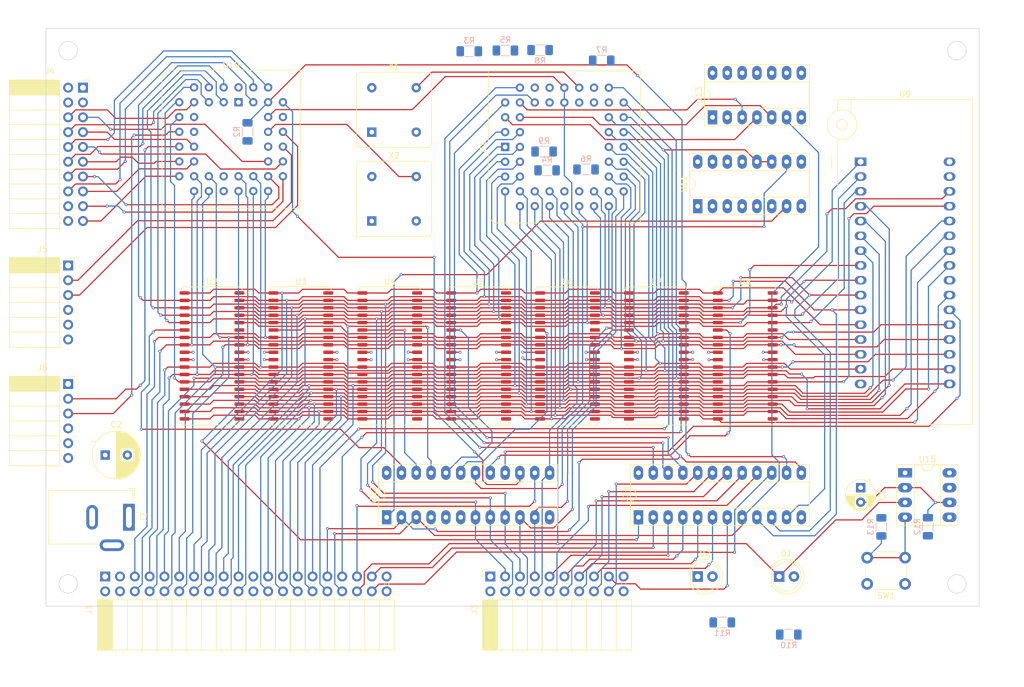
<source format=kicad_pcb>
(kicad_pcb (version 20211014) (generator pcbnew)
  (layers (0 "F.Cu" signal) (1 "In1.Cu" signal) (2 "In2.Cu" signal) (31 "B.Cu" signal) (34 "B.Paste" user) (35 "F.Paste" user) (36 "B.SilkS" user "B.Silkscreen") (37 "F.SilkS" user "F.Silkscreen") (38 "B.Mask" user) (39 "F.Mask" user) (44 "Edge.Cuts" user))
  (net 0 "")
  (net 1 "+5V")
  (net 2 "Net-(C1-Pad2)")
  (net 3 "GND")
  (net 4 "/{slash}RESET")
  (net 5 "Net-(D1-Pad2)")
  (net 6 "Net-(D2-Pad2)")
  (net 8 "/D0")
  (net 9 "/D1")
  (net 10 "/D2")
  (net 11 "/D3")
  (net 12 "/D4")
  (net 13 "/D5")
  (net 14 "/D6")
  (net 15 "/D7")
  (net 16 "/A0")
  (net 17 "/A1")
  (net 18 "/A2")
  (net 19 "/A3")
  (net 20 "/A4")
  (net 21 "/A5")
  (net 22 "/A6")
  (net 23 "Net-(R6-Pad1)")
  (net 24 "Net-(R7-Pad1)")
  (net 25 "Net-(R8-Pad1)")
  (net 26 "Net-(R9-Pad1)")
  (net 27 "Net-(R13-Pad2)")
  (net 28 "/A7")
  (net 29 "/A8")
  (net 30 "/A9")
  (net 31 "/A10")
  (net 32 "/A11")
  (net 33 "/A12")
  (net 34 "/A13")
  (net 35 "/A14")
  (net 36 "/A15")
  (net 37 "/{slash}AS")
  (net 38 "/{slash}DS")
  (net 39 "/{slash}DTACK")
  (net 40 "/{slash}CS_IO")
  (net 41 "/A16")
  (net 42 "/A17")
  (net 43 "/A18")
  (net 44 "/A19")
  (net 45 "/A20")
  (net 46 "/A21")
  (net 47 "/OP0")
  (net 48 "/IP0")
  (net 49 "/OP1")
  (net 50 "/IP1")
  (net 51 "/OP2")
  (net 52 "/IP2")
  (net 53 "/OP3")
  (net 54 "/IP3")
  (net 55 "/OP4")
  (net 56 "/IP4")
  (net 57 "/OP5")
  (net 58 "/IP5")
  (net 60 "/OP6")
  (net 62 "/OP7")
  (net 64 "Net-(U10-Pad33)")
  (net 65 "Net-(U10-Pad35)")
  (net 67 "Net-(U10-Pad13)")
  (net 70 "Net-(U10-Pad11)")
  (net 79 "/{slash}IACK1")
  (net 82 "/{slash}IPL0")
  (net 85 "/{slash}IPL1")
  (net 86 "/{slash}IPL2")
  (net 87 "/{slash}RW")
  (net 88 "/CLK_CPU")
  (net 89 "Net-(U1-Pad48)")
  (net 90 "Net-(U1-Pad49)")
  (net 91 "Net-(U1-Pad50)")
  (net 92 "/{slash}RAM0")
  (net 93 "/{slash}RAM1")
  (net 94 "/{slash}RAM2")
  (net 95 "/{slash}RAM3")
  (net 96 "/{slash}RAM4")
  (net 97 "/{slash}RAM5")
  (net 98 "/{slash}RAM6")
  (net 101 "/{slash}ROM0")
  (net 103 "/CLK_DUART")
  (net 106 "/{slash}IRQ1")
  (net 110 "/{slash}DUART0")
  (net 115 "/BOOT")
  (net 118 "/{slash}IACK")
  (net 128 "/{slash}IRQ2")
  (net 129 "/{slash}IRQ3")
  (net 130 "/{slash}IRQ4")
  (net 131 "/{slash}IRQ5")
  (net 132 "/{slash}IRQ6")
  (net 133 "/{slash}IRQ7")
  (net 134 "/{slash}IACK2")
  (net 135 "/{slash}IACK3")
  (net 136 "/{slash}IACK4")
  (net 137 "/{slash}IACK5")
  (net 138 "/{slash}IACK6")
  (net 139 "/{slash}IACK7")
  (footprint "Package_SO:SOJ-36_10.16x23.49mm_P1.27mm" (layer "F.Cu") (at 109.7524 76.4794)
    (fp_text reference "U6")
    (fp_text value "AS7C4096A")
  )
  (footprint "Button_Switch_THT:SW_PUSH_6mm_H5mm" (layer "F.Cu") (at 167.64 115.57 180)
    (fp_text reference "SW1")
    (fp_text value "SW_Push")
  )
  (footprint "Package_LCC:PLCC-52_THT-Socket" (layer "F.Cu") (at 99.06 40.64 90)
    (fp_text reference "U1")
    (fp_text value "MC68008")
  )
  (footprint "Connector_PinSocket_2.54mm:PinSocket_1x06_P2.54mm_Horizontal" (layer "F.Cu") (at 24.13 60.96)
    (fp_text reference "J5")
    (fp_text value "Conn_01x06")
  )
  (footprint "Capacitor_THT:CP_Radial_D8.0mm_P3.80mm" (layer "F.Cu") (at 30.48 93.472)
    (fp_text reference "C2")
    (fp_text value "C_Polarized")
  )
  (footprint "Package_DIP:DIP-16_W7.62mm_Socket_LongPads" (layer "F.Cu") (at 132.08 50.8 90)
    (fp_text reference "U11")
    (fp_text value "74HC595")
  )
  (footprint "Connector_PinSocket_2.54mm:PinSocket_2x20_P2.54mm_Horizontal" (layer "F.Cu") (at 30.48 114.3 90)
    (fp_text reference "J1")
    (fp_text value "Conn_02x20_Odd_Even")
  )
  (footprint "Package_DIP:DIP-24_W7.62mm_Socket_LongPads" (layer "F.Cu") (at 78.74 104.14 90)
    (fp_text reference "U12")
    (fp_text value "ATF22V10C")
  )
  (footprint "LED_THT:LED_D5.0mm" (layer "F.Cu") (at 132.08 114.3)
    (fp_text reference "D2")
    (fp_text value "LED")
  )
  (footprint "Package_DIP:DIP-14_W7.62mm_Socket_LongPads" (layer "F.Cu") (at 134.62 35.56 90)
    (fp_text reference "U13")
    (fp_text value "74HC10")
  )
  (footprint "Package_SO:SOJ-36_10.16x23.49mm_P1.27mm" (layer "F.Cu") (at 64.0324 76.4794)
    (fp_text reference "U3")
    (fp_text value "AS7C4096A")
  )
  (footprint "Capacitor_THT:CP_Radial_D5.0mm_P2.50mm" (layer "F.Cu") (at 160.02 99.06 -90)
    (fp_text reference "C1")
    (fp_text value "C_Polarized")
  )
  (footprint "Package_SO:SOJ-36_10.16x23.49mm_P1.27mm" (layer "F.Cu") (at 79.2724 76.4794)
    (fp_text reference "U4")
    (fp_text value "AS7C4096A")
  )
  (footprint "Socket:DIP_Socket-32_W11.9_W12.7_W15.24_W17.78_W18.5_3M_232-1285-00-0602J" (layer "F.Cu") (at 160.02 43.18)
    (fp_text reference "U9")
    (fp_text value "SST39SF040")
  )
  (footprint "Oscillator:Oscillator_DIP-8" (layer "F.Cu") (at 76.2 38.1)
    (fp_text reference "X1")
    (fp_text value "CXO_DIP8")
  )
  (footprint "Package_SO:SOJ-36_10.16x23.49mm_P1.27mm" (layer "F.Cu") (at 140.2324 76.4794)
    (fp_text reference "U8")
    (fp_text value "AS7C4096A")
  )
  (footprint "Connector_BarrelJack:BarrelJack_GCT_DCJ200-10-A_Horizontal" (layer "F.Cu") (at 34.544 104.14 -90)
    (fp_text reference "J2")
    (fp_text value "DC_Jack")
  )
  (footprint "Package_LCC:PLCC-44_THT-Socket" (layer "F.Cu") (at 53.34 32.9692)
    (fp_text reference "U10")
    (fp_text value "XR68C681")
  )
  (footprint "Connector_PinSocket_2.54mm:PinSocket_2x10_P2.54mm_Horizontal" (layer "F.Cu") (at 96.52 114.3 90)
    (fp_text reference "J3")
    (fp_text value "Conn_02x10_Odd_Even")
  )
  (footprint "Package_SO:SOJ-36_10.16x23.49mm_P1.27mm" (layer "F.Cu") (at 124.9924 76.4794)
    (fp_text reference "U7")
    (fp_text value "AS7C4096A")
  )
  (footprint "Oscillator:Oscillator_DIP-8" (layer "F.Cu") (at 76.2 53.34)
    (fp_text reference "X2")
    (fp_text value "CXO_DIP8")
  )
  (footprint "Connector_PinSocket_2.54mm:PinSocket_2x10_P2.54mm_Horizontal" (layer "F.Cu") (at 26.67 30.48)
    (fp_text reference "J4")
    (fp_text value "Conn_02x10_Odd_Even")
  )
  (footprint "Package_DIP:DIP-24_W7.62mm_Socket_LongPads" (layer "F.Cu") (at 121.92 104.14 90)
    (fp_text reference "U14")
    (fp_text value "ATF22V10C")
  )
  (footprint "LED_THT:LED_D5.0mm" (layer "F.Cu") (at 146.05 114.3)
    (fp_text reference "D1")
    (fp_text value "LED")
  )
  (footprint "Package_DIP:DIP-8_W7.62mm_Socket_LongPads" (layer "F.Cu") (at 167.64 96.52)
    (fp_text reference "U15")
    (fp_text value "NE555P")
  )
  (footprint "Package_SO:SOJ-36_10.16x23.49mm_P1.27mm" (layer "F.Cu") (at 94.5124 76.4794)
    (fp_text reference "U5")
    (fp_text value "AS7C4096A")
  )
  (footprint "Connector_PinSocket_2.54mm:PinSocket_1x06_P2.54mm_Horizontal" (layer "F.Cu") (at 24.13 81.28)
    (fp_text reference "J6")
    (fp_text value "Conn_01x06")
  )
  (footprint "Package_SO:SOJ-36_10.16x23.49mm_P1.27mm" (layer "F.Cu") (at 48.7924 76.4794)
    (fp_text reference "U2")
    (fp_text value "AS7C4096A")
  )
  (footprint "Resistor_SMD:R_1206_3216Metric_Pad1.30x1.75mm_HandSolder" (layer "B.Cu") (at 105.7402 41.4274 180)
    (fp_text reference "R9")
    (fp_text value "R")
  )
  (footprint "Resistor_SMD:R_1206_3216Metric_Pad1.30x1.75mm_HandSolder" (layer "B.Cu") (at 171.5516 105.7656 -90)
    (fp_text reference "R12")
    (fp_text value "R")
  )
  (footprint "Resistor_SMD:R_1206_3216Metric_Pad1.30x1.75mm_HandSolder" (layer "B.Cu") (at 54.8894 38.0498 -90)
    (fp_text reference "R2")
    (fp_text value "R")
  )
  (footprint "Resistor_SMD:R_1206_3216Metric_Pad1.30x1.75mm_HandSolder" (layer "B.Cu") (at 112.9284 44.5008 180)
    (fp_text reference "R6")
    (fp_text value "R")
  )
  (footprint "Resistor_SMD:R_1206_3216Metric_Pad1.30x1.75mm_HandSolder" (layer "B.Cu") (at 99.1108 24.1046 180)
    (fp_text reference "R5")
    (fp_text value "R")
  )
  (footprint "Resistor_SMD:R_1206_3216Metric_Pad1.30x1.75mm_HandSolder" (layer "B.Cu") (at 115.6208 25.8318 180)
    (fp_text reference "R7")
    (fp_text value "R")
  )
  (footprint "Resistor_SMD:R_1206_3216Metric_Pad1.30x1.75mm_HandSolder" (layer "B.Cu") (at 92.9132 24.2316 180)
    (fp_text reference "R3")
    (fp_text value "R")
  )
  (footprint "Resistor_SMD:R_1206_3216Metric_Pad1.30x1.75mm_HandSolder" (layer "B.Cu") (at 106.2476 44.6532 180)
    (fp_text reference "R4")
    (fp_text value "R")
  )
  (footprint "Resistor_SMD:R_1206_3216Metric_Pad1.30x1.75mm_HandSolder" (layer "B.Cu") (at 147.7004 124.2568)
    (fp_text reference "R10")
    (fp_text value "R")
  )
  (footprint "Resistor_SMD:R_1206_3216Metric_Pad1.30x1.75mm_HandSolder" (layer "B.Cu") (at 105.0544 24.0284)
    (fp_text reference "R8")
    (fp_text value "R")
  )
  (footprint "Resistor_SMD:R_1206_3216Metric_Pad1.30x1.75mm_HandSolder" (layer "B.Cu") (at 163.576 105.7916 -90)
    (fp_text reference "R13")
    (fp_text value "R")
  )
  (footprint "Resistor_SMD:R_1206_3216Metric_Pad1.30x1.75mm_HandSolder" (layer "B.Cu") (at 136.2958 122.174)
    (fp_text reference "R11")
    (fp_text value "R")
  )
  (gr_circle (center 24.13 24.13) (end 25.7175 24.13) (layer "Edge.Cuts") (width 0.1) (fill none))
  (gr_circle (center 176.53 115.57) (end 178.1175 115.57) (layer "Edge.Cuts") (width 0.1) (fill none))
  (gr_circle (center 176.53 24.13) (end 178.1175 24.13) (layer "Edge.Cuts") (width 0.1) (fill none))
  (gr_circle (center 24.13 115.57) (end 25.7175 115.57) (layer "Edge.Cuts") (width 0.1) (fill none))
  (gr_rect (start 20.32 20.32) (end 180.34 119.38) (layer "Edge.Cuts") (width 0.1) (fill none))
  (segment (start 102.108 75.8444) (end 102.0826 75.819) (width 0.2032) (layer "F.Cu") (net 1))
  (segment (start 135.5324 75.8444) (end 133.9596 75.8444) (width 0.2032) (layer "F.Cu") (net 1))
  (segment (start 53.4924 77.1144) (end 54.9676 77.1144) (width 0.2032) (layer "F.Cu") (net 1))
  (segment (start 68.7324 77.1144) (end 70.2076 77.1144) (width 0.2032) (layer "F.Cu") (net 1))
  (segment (start 143.383 77.1144) (end 144.9324 77.1144) (width 0.2032) (layer "F.Cu") (net 1))
  (segment (start 83.9724 77.1144) (end 82.4484 77.1144) (width 0.2032) (layer "F.Cu") (net 1))
  (segment (start 129.6924 77.1144) (end 131.191 77.1144) (width 0.2032) (layer "F.Cu") (net 1))
  (segment (start 99.2124 77.1144) (end 97.6122 77.1144) (width 0.2032) (layer "F.Cu") (net 1))
  (segment (start 59.3324 75.8444) (end 57.785 75.8444) (width 0.2032) (layer "F.Cu") (net 1))
  (segment (start 74.5998 75.8444) (end 76.075 75.8444) (width 0.2032) (layer "F.Cu") (net 1))
  (segment (start 114.4524 77.1144) (end 113.0046 77.1144) (width 0.2032) (layer "F.Cu") (net 1))
  (segment (start 89.8398 75.8444) (end 91.315 75.8444) (width 0.2032) (layer "F.Cu") (net 1))
  (segment (start 120.2924 75.8444) (end 121.7676 75.8444) (width 0.2032) (layer "F.Cu") (net 1))
  (segment (start 131.191 77.1144) (end 131.2164 77.089) (width 0.2032) (layer "F.Cu") (net 1))
  (segment (start 44.0924 75.8444) (end 45.5676 75.8444) (width 0.2032) (layer "F.Cu") (net 1))
  (segment (start 105.0524 75.8444) (end 102.108 75.8444) (width 0.2032) (layer "F.Cu") (net 1))
  (via (at 91.315 75.8444) (size 0.508) (drill 0.254) (layers "F.Cu" "B.Cu") (net 1))
  (via (at 82.4484 77.1144) (size 0.508) (drill 0.254) (layers "F.Cu" "B.Cu") (net 1))
  (via (at 76.075 75.8444) (size 0.508) (drill 0.254) (layers "F.Cu" "B.Cu") (net 1))
  (via (at 131.2164 77.089) (size 0.508) (drill 0.254) (layers "F.Cu" "B.Cu") (net 1))
  (via (at 70.2076 77.1144) (size 0.508) (drill 0.254) (layers "F.Cu" "B.Cu") (net 1))
  (via (at 113.0046 77.1144) (size 0.508) (drill 0.254) (layers "F.Cu" "B.Cu") (net 1))
  (via (at 57.785 75.8444) (size 0.508) (drill 0.254) (layers "F.Cu" "B.Cu") (net 1))
  (via (at 54.9676 77.1144) (size 0.508) (drill 0.254) (layers "F.Cu" "B.Cu") (net 1))
  (via (at 133.9596 75.8444) (size 0.508) (drill 0.254) (layers "F.Cu" "B.Cu") (net 1))
  (via (at 102.0826 75.819) (size 0.508) (drill 0.254) (layers "F.Cu" "B.Cu") (net 1))
  (via (at 45.5676 75.8444) (size 0.508) (drill 0.254) (layers "F.Cu" "B.Cu") (net 1))
  (via (at 121.7676 75.8444) (size 0.508) (drill 0.254) (layers "F.Cu" "B.Cu") (net 1))
  (via (at 97.6122 77.1144) (size 0.508) (drill 0.254) (layers "F.Cu" "B.Cu") (net 1))
  (via (at 143.383 77.1144) (size 0.508) (drill 0.254) (layers "F.Cu" "B.Cu") (net 1))
  (segment (start 170.307 99.06) (end 172.847 101.6) (width 0.2032) (layer "F.Cu") (net 2))
  (segment (start 172.847 101.6) (end 175.26 101.6) (width 0.2032) (layer "F.Cu") (net 2))
  (segment (start 167.64 99.06) (end 170.307 99.06) (width 0.2032) (layer "F.Cu") (net 2))
  (segment (start 164.1348 99.06) (end 167.64 99.06) (width 0.2032) (layer "F.Cu") (net 2))
  (segment (start 160.02 101.56) (end 161.6348 101.56) (width 0.2032) (layer "F.Cu") (net 2))
  (segment (start 161.6348 101.56) (end 164.1348 99.06) (width 0.2032) (layer "F.Cu") (net 2))
  (via (at 172.847 101.6) (size 0.508) (drill 0.254) (layers "F.Cu" "B.Cu") (net 2))
  (segment (start 171.5516 102.8954) (end 172.847 101.6) (width 0.2032) (layer "B.Cu") (net 2))
  (segment (start 171.5516 104.2156) (end 171.5516 102.8954) (width 0.2032) (layer "B.Cu") (net 2))
  (segment (start 102.3874 77.1144) (end 102.0826 76.8096) (width 0.2032) (layer "F.Cu") (net 3))
  (segment (start 83.9724 75.8444) (end 82.4738 75.8444) (width 0.2032) (layer "F.Cu") (net 3))
  (segment (start 53.4924 75.8444) (end 54.9676 75.8444) (width 0.2032) (layer "F.Cu") (net 3))
  (segment (start 105.0524 77.1144) (end 102.3874 77.1144) (width 0.2032) (layer "F.Cu") (net 3))
  (segment (start 74.5998 77.1144) (end 76.075 77.1144) (width 0.2032) (layer "F.Cu") (net 3))
  (segment (start 99.2124 75.8444) (end 97.5868 75.8444) (width 0.2032) (layer "F.Cu") (net 3))
  (segment (start 44.0924 77.1144) (end 45.5676 77.1144) (width 0.2032) (layer "F.Cu") (net 3))
  (segment (start 57.8104 77.1144) (end 57.785 77.089) (width 0.2032) (layer "F.Cu") (net 3))
  (segment (start 120.2924 77.1144) (end 121.7422 77.1144) (width 0.2032) (layer "F.Cu") (net 3))
  (segment (start 89.8398 77.1144) (end 91.315 77.1144) (width 0.2032) (layer "F.Cu") (net 3))
  (segment (start 134.0358 77.1144) (end 134.0104 77.1398) (width 0.2032) (layer "F.Cu") (net 3))
  (segment (start 114.4524 75.8444) (end 112.9538 75.8444) (width 0.2032) (layer "F.Cu") (net 3))
  (segment (start 135.5324 77.1144) (end 134.0358 77.1144) (width 0.2032) (layer "F.Cu") (net 3))
  (segment (start 59.3324 77.1144) (end 57.8104 77.1144) (width 0.2032) (layer "F.Cu") (net 3))
  (segment (start 82.4738 75.8444) (end 82.4484 75.819) (width 0.2032) (layer "F.Cu") (net 3))
  (segment (start 68.7324 75.8444) (end 70.2076 75.8444) (width 0.2032) (layer "F.Cu") (net 3))
  (segment (start 121.7422 77.1144) (end 121.7676 77.089) (width 0.2032) (layer "F.Cu") (net 3))
  (segment (start 129.6924 75.8444) (end 131.2164 75.8444) (width 0.2032) (layer "F.Cu") (net 3))
  (segment (start 144.9324 75.8444) (end 143.3322 75.8444) (width 0.2032) (layer "F.Cu") (net 3))
  (via (at 112.9538 75.8444) (size 0.508) (drill 0.254) (layers "F.Cu" "B.Cu") (net 3))
  (via (at 143.3322 75.8444) (size 0.508) (drill 0.254) (layers "F.Cu" "B.Cu") (net 3))
  (via (at 134.0104 77.1398) (size 0.508) (drill 0.254) (layers "F.Cu" "B.Cu") (net 3))
  (via (at 91.315 77.1144) (size 0.508) (drill 0.254) (layers "F.Cu" "B.Cu") (net 3))
  (via (at 131.2164 75.8444) (size 0.508) (drill 0.254) (layers "F.Cu" "B.Cu") (net 3))
  (via (at 70.2076 75.8444) (size 0.508) (drill 0.254) (layers "F.Cu" "B.Cu") (net 3))
  (via (at 97.5868 75.8444) (size 0.508) (drill 0.254) (layers "F.Cu" "B.Cu") (net 3))
  (via (at 76.075 77.1144) (size 0.508) (drill 0.254) (layers "F.Cu" "B.Cu") (net 3))
  (via (at 82.4484 75.819) (size 0.508) (drill 0.254) (layers "F.Cu" "B.Cu") (net 3))
  (via (at 102.0826 76.8096) (size 0.508) (drill 0.254) (layers "F.Cu" "B.Cu") (net 3))
  (via (at 57.785 77.089) (size 0.508) (drill 0.254) (layers "F.Cu" "B.Cu") (net 3))
  (via (at 121.7676 77.089) (size 0.508) (drill 0.254) (layers "F.Cu" "B.Cu") (net 3))
  (via (at 54.9676 75.8444) (size 0.508) (drill 0.254) (layers "F.Cu" "B.Cu") (net 3))
  (via (at 45.5676 77.1144) (size 0.508) (drill 0.254) (layers "F.Cu" "B.Cu") (net 3))
  (segment (start 89.4842 108.6612) (end 86.0044 112.141) (width 0.2032) (layer "F.Cu") (net 4))
  (segment (start 108.0516 108.6612) (end 89.4842 108.6612) (width 0.2032) (layer "F.Cu") (net 4))
  (segment (start 86.0044 112.141) (end 76.2508 112.141) (width 0.2032) (layer "F.Cu") (net 4))
  (segment (start 140.4112 108.6612) (end 146.05 114.3) (width 0.2032) (layer "F.Cu") (net 4))
  (segment (start 160.1978 104.5972) (end 163.195 101.6) (width 0.2032) (layer "F.Cu") (net 4))
  (segment (start 155.7528 104.5972) (end 160.1978 104.5972) (width 0.2032) (layer "F.Cu") (net 4))
  (segment (start 76.2508 112.141) (end 74.9046 113.4872) (width 0.2032) (layer "F.Cu") (net 4))
  (segment (start 58.42 35.5092) (end 59.69 34.2392) (width 0.2032) (layer "F.Cu") (net 4))
  (segment (start 74.9046 113.4872) (end 74.9046 115.5954) (width 0.2032) (layer "F.Cu") (net 4))
  (segment (start 143.383 54.3306) (end 112.3442 54.3306) (width 0.2032) (layer "F.Cu") (net 4))
  (segment (start 83.1342 34.2392) (end 88.7984 28.575) (width 0.2032) (layer "F.Cu") (net 4))
  (segment (start 143.4592 54.2544) (end 143.383 54.3306) (width 0.2032) (layer "F.Cu") (net 4))
  (segment (start 163.195 101.6) (end 167.64 101.6) (width 0.2032) (layer "F.Cu") (net 4))
  (segment (start 88.7984 28.575) (end 107.315 28.575) (width 0.2032) (layer "F.Cu") (net 4))
  (segment (start 108.0516 108.6612) (end 140.4112 108.6612) (width 0.2032) (layer "F.Cu") (net 4))
  (segment (start 59.69 34.2392) (end 83.1342 34.2392) (width 0.2032) (layer "F.Cu") (net 4))
  (segment (start 107.315 28.575) (end 109.22 30.48) (width 0.2032) (layer "F.Cu") (net 4))
  (segment (start 74.9046 115.5954) (end 73.66 116.84) (width 0.2032) (layer "F.Cu") (net 4))
  (segment (start 146.05 114.3) (end 155.7528 104.5972) (width 0.2032) (layer "F.Cu") (net 4))
  (via (at 112.3442 54.3306) (size 0.508) (drill 0.254) (layers "F.Cu" "B.Cu") (net 4))
  (via (at 108.0516 108.6612) (size 0.508) (drill 0.254) (layers "F.Cu" "B.Cu") (net 4))
  (via (at 143.4592 54.2544) (size 0.508) (drill 0.254) (layers "F.Cu" "B.Cu") (net 4))
  (segment (start 147.32 44.7548) (end 144.5006 47.5742) (width 0.2032) (layer "B.Cu") (net 4))
  (segment (start 147.32 43.18) (end 147.32 44.7548) (width 0.2032) (layer "B.Cu") (net 4))
  (segment (start 144.5006 47.5742) (end 143.4846 48.5902) (width 0.2032) (layer "B.Cu") (net 4))
  (segment (start 112.3442 53.8734) (end 110.49 52.0192) (width 0.2032) (layer "B.Cu") (net 4))
  (segment (start 108.077 108.6358) (end 108.077 88.7984) (width 0.2032) (layer "B.Cu") (net 4))
  (segment (start 112.3442 54.3306) (end 112.3442 53.8734) (width 0.2032) (layer "B.Cu") (net 4))
  (segment (start 108.077 88.7984) (end 112.3442 84.5312) (width 0.2032) (layer "B.Cu") (net 4))
  (segment (start 112.3442 84.5312) (end 112.3442 54.3306) (width 0.2032) (layer "B.Cu") (net 4))
  (segment (start 110.49 46.8122) (end 109.22 45.5422) (width 0.2032) (layer "B.Cu") (net 4))
  (segment (start 143.4846 51.181) (end 143.4846 54.229) (width 0.2032) (layer "B.Cu") (net 4))
  (segment (start 108.0516 108.6612) (end 108.077 108.6358) (width 0.2032) (layer "B.Cu") (net 4))
  (segment (start 109.22 45.5422) (end 109.22 30.48) (width 0.2032) (layer "B.Cu") (net 4))
  (segment (start 110.49 52.0192) (end 110.49 46.8122) (width 0.2032) (layer "B.Cu") (net 4))
  (segment (start 143.4846 54.229) (end 143.4592 54.2544) (width 0.2032) (layer "B.Cu") (net 4))
  (segment (start 143.4846 48.5902) (end 143.4846 51.181) (width 0.2032) (layer "B.Cu") (net 4))
  (segment (start 125.2728 72.6694) (end 124.6378 73.3044) (width 0.2032) (layer "F.Cu") (net 8))
  (segment (start 79.5528 72.6694) (end 86.6648 72.6694) (width 0.2032) (layer "F.Cu") (net 8))
  (segment (start 49.0728 72.6694) (end 56.1848 72.6694) (width 0.2032) (layer "F.Cu") (net 8))
  (segment (start 102.4656 73.3044) (end 105.0544 73.3044) (width 0.2032) (layer "F.Cu") (net 8))
  (segment (start 39.624 73.3044) (end 44.0924 73.3044) (width 0.2032) (layer "F.Cu") (net 8))
  (segment (start 140.5382 72.6694) (end 139.9032 73.3044) (width 0.2032) (layer "F.Cu") (net 8))
  (segment (start 117.1448 72.6694) (end 110.0328 72.6694) (width 0.2032) (layer "F.Cu") (net 8))
  (segment (start 64.3128 72.6694) (end 71.4248 72.6694) (width 0.2032) (layer "F.Cu") (net 8))
  (segment (start 139.9032 73.3044) (end 135.5324 73.3044) (width 0.2032) (layer "F.Cu") (net 8))
  (segment (start 56.8198 73.3044) (end 57.9374 73.3044) (width 0.2032) (layer "F.Cu") (net 8))
  (segment (start 87.2998 73.3044) (end 89.8134 73.3044) (width 0.2032) (layer "F.Cu") (net 8))
  (segment (start 110.0328 72.6694) (end 109.3978 73.3044) (width 0.2032) (layer "F.Cu") (net 8))
  (segment (start 94.871 72.6694) (end 101.8306 72.6694) (width 0.2032) (layer "F.Cu") (net 8))
  (segment (start 89.8144 73.3044) (end 94.236 73.3044) (width 0.2032) (layer "F.Cu") (net 8))
  (segment (start 160.02 73.66) (end 147.701 73.66) (width 0.2032) (layer "F.Cu") (net 8))
  (segment (start 38.9128 74.0156) (end 39.624 73.3044) (width 0.2032) (layer "F.Cu") (net 8))
  (segment (start 56.1848 72.6694) (end 56.8198 73.3044) (width 0.2032) (layer "F.Cu") (net 8))
  (segment (start 147.701 73.66) (end 146.7104 72.6694) (width 0.2032) (layer "F.Cu") (net 8))
  (segment (start 117.7798 73.3044) (end 117.1448 72.6694) (width 0.2032) (layer "F.Cu") (net 8))
  (segment (start 72.0598 73.3044) (end 74.5734 73.3044) (width 0.2032) (layer "F.Cu") (net 8))
  (segment (start 124.6378 73.3044) (end 117.7798 73.3044) (width 0.2032) (layer "F.Cu") (net 8))
  (segment (start 78.9178 73.3044) (end 79.5528 72.6694) (width 0.2032) (layer "F.Cu") (net 8))
  (segment (start 86.6648 72.6694) (end 87.2998 73.3044) (width 0.2032) (layer "F.Cu") (net 8))
  (segment (start 101.8306 72.6694) (end 102.4656 73.3044) (width 0.2032) (layer "F.Cu") (net 8))
  (segment (start 74.5734 73.3044) (end 78.9178 73.3044) (width 0.2032) (layer "F.Cu") (net 8))
  (segment (start 133.0198 73.3044) (end 135.5334 73.3044) (width 0.2032) (layer "F.Cu") (net 8))
  (segment (start 48.4378 73.3044) (end 49.0728 72.6694) (width 0.2032) (layer "F.Cu") (net 8))
  (segment (start 57.9374 73.3044) (end 59.3334 73.3044) (width 0.2032) (layer "F.Cu") (net 8))
  (segment (start 125.2728 72.6694) (end 132.3848 72.6694) (width 0.2032) (layer "F.Cu") (net 8))
  (segment (start 71.4248 72.6694) (end 72.0598 73.3044) (width 0.2032) (layer "F.Cu") (net 8))
  (segment (start 132.3848 72.6694) (end 133.0198 73.3044) (width 0.2032) (layer "F.Cu") (net 8))
  (segment (start 63.6778 73.3044) (end 64.3128 72.6694) (width 0.2032) (layer "F.Cu") (net 8))
  (segment (start 44.0934 73.3044) (end 48.4378 73.3044) (width 0.2032) (layer "F.Cu") (net 8))
  (segment (start 146.7104 72.6694) (end 140.5382 72.6694) (width 0.2032) (layer "F.Cu") (net 8))
  (segment (start 59.3334 73.3044) (end 63.6778 73.3044) (width 0.2032) (layer "F.Cu") (net 8))
  (segment (start 94.236 73.3044) (end 94.871 72.6694) (width 0.2032) (layer "F.Cu") (net 8))
  (segment (start 109.3978 73.3044) (end 105.0534 73.3044) (width 0.2032) (layer "F.Cu") (net 8))
  (via (at 57.9374 73.3044) (size 0.508) (drill 0.254) (layers "F.Cu" "B.Cu") (net 8))
  (via (at 125.2728 72.6694) (size 0.508) (drill 0.254) (layers "F.Cu" "B.Cu") (net 8))
  (via (at 38.9128 74.0156) (size 0.508) (drill 0.254) (layers "F.Cu" "B.Cu") (net 8))
  (segment (start 125.2728 72.6694) (end 125.0188 72.4154) (width 0.2032) (layer "B.Cu") (net 8))
  (segment (start 57.9374 49.8094) (end 57.9374 73.3044) (width 0.2032) (layer "B.Cu") (net 8))
  (segment (start 37.6428 105.7148) (end 37.6428 83.058) (width 0.2032) (layer "B.Cu") (net 8))
  (segment (start 125.0188 44.2214) (end 120.1674 39.37) (width 0.2032) (layer "B.Cu") (net 8))
  (segment (start 35.56 114.3) (end 35.56 107.7976) (width 0.2032) (layer "B.Cu") (net 8))
  (segment (start 38.9382 74.041) (end 38.9128 74.0156) (width 0.2032) (layer "B.Cu") (net 8))
  (segment (start 37.6428 83.058) (end 38.9382 81.7626) (width 0.2032) (layer "B.Cu") (net 8))
  (segment (start 125.0188 72.4154) (end 125.0188 44.2214) (width 0.2032) (layer "B.Cu") (net 8))
  (segment (start 120.1674 39.37) (end 118.11 39.37) (width 0.2032) (layer "B.Cu") (net 8))
  (segment (start 58.42 49.3268) (end 57.9374 49.8094) (width 0.2032) (layer "B.Cu") (net 8))
  (segment (start 38.9382 81.7626) (end 38.9382 74.041) (width 0.2032) (layer "B.Cu") (net 8))
  (segment (start 58.42 48.2092) (end 58.42 49.3268) (width 0.2032) (layer "B.Cu") (net 8))
  (segment (start 35.56 107.7976) (end 37.6428 105.7148) (width 0.2032) (layer "B.Cu") (net 8))
  (segment (start 118.11 39.37) (end 116.84 38.1) (width 0.2032) (layer "B.Cu") (net 8))
  (segment (start 63.6778 74.5744) (end 63.9096 74.3426) (width 0.2032) (layer "F.Cu") (net 9))
  (segment (start 86.6648 73.9394) (end 87.2998 74.5744) (width 0.2032) (layer "F.Cu") (net 9))
  (segment (start 94.871 73.9394) (end 101.8306 73.9394) (width 0.2032) (layer "F.Cu") (net 9))
  (segment (start 133.0198 74.5744) (end 135.5334 74.5744) (width 0.2032) (layer "F.Cu") (net 9))
  (segment (start 49.0728 73.9394) (end 56.1848 73.9394) (width 0.2032) (layer "F.Cu") (net 9))
  (segment (start 56.8198 74.5744) (end 63.6778 74.5744) (width 0.2032) (layer "F.Cu") (net 9))
  (segment (start 139.954 74.5744) (end 135.5324 74.5744) (width 0.2032) (layer "F.Cu") (net 9))
  (segment (start 63.9096 74.3426) (end 63.91901 74.3426) (width 0.2032) (layer "F.Cu") (net 9))
  (segment (start 48.4378 74.5744) (end 49.0728 73.9394) (width 0.2032) (layer "F.Cu") (net 9))
  (segment (start 94.236 74.5744) (end 94.871 73.9394) (width 0.2032) (layer "F.Cu") (net 9))
  (segment (start 124.6378 74.5744) (end 117.7798 74.5744) (width 0.2032) (layer "F.Cu") (net 9))
  (segment (start 72.0598 74.5744) (end 78.9686 74.5744) (width 0.2032) (layer "F.Cu") (net 9))
  (segment (start 89.8144 74.5744) (end 94.236 74.5744) (width 0.2032) (layer "F.Cu") (net 9))
  (segment (start 44.0934 74.5744) (end 45.339 74.5744) (width 0.2032) (layer "F.Cu") (net 9))
  (segment (start 126.1872 73.9394) (end 132.3848 73.9394) (width 0.2032) (layer "F.Cu") (net 9))
  (segment (start 78.9686 74.5744) (end 79.6036 73.9394) (width 0.2032) (layer "F.Cu") (net 9))
  (segment (start 148.8186 76.2) (end 146.558 73.9394) (width 0.2032) (layer "F.Cu") (net 9))
  (segment (start 40.9702 74.5744) (end 44.0924 74.5744) (width 0.2032) (layer "F.Cu") (net 9))
  (segment (start 56.1848 73.9394) (end 56.8198 74.5744) (width 0.2032) (layer "F.Cu") (net 9))
  (segment (start 109.3978 74.5744) (end 105.0534 74.5744) (width 0.2032) (layer "F.Cu") (net 9))
  (segment (start 117.7798 74.5744) (end 117.1448 73.9394) (width 0.2032) (layer "F.Cu") (net 9))
  (segment (start 125.2728 73.9394) (end 124.6378 74.5744) (width 0.2032) (layer "F.Cu") (net 9))
  (segment (start 64.32221 73.9394) (end 71.4248 73.9394) (width 0.2032) (layer "F.Cu") (net 9))
  (segment (start 132.3848 73.9394) (end 133.0198 74.5744) (width 0.2032) (layer "F.Cu") (net 9))
  (segment (start 117.1448 73.9394) (end 110.0328 73.9394) (width 0.2032) (layer "F.Cu") (net 9))
  (segment (start 87.2998 74.5744) (end 89.8134 74.5744) (width 0.2032) (layer "F.Cu") (net 9))
  (segment (start 39.8526 75.692) (end 40.9702 74.5744) (width 0.2032) (layer "F.Cu") (net 9))
  (segment (start 160.02 76.2) (end 148.8186 76.2) (width 0.2032) (layer "F.Cu") (net 9))
  (segment (start 146.558 73.9394) (end 140.589 73.9394) (width 0.2032) (layer "F.Cu") (net 9))
  (segment (start 140.589 73.9394) (end 139.954 74.5744) (width 0.2032) (layer "F.Cu") (net 9))
  (segment (start 71.4248 73.9394) (end 72.0598 74.5744) (width 0.2032) (layer "F.Cu") (net 9))
  (segment (start 126.1872 73.9394) (end 125.2728 73.9394) (width 0.2032) (layer "F.Cu") (net 9))
  (segment (start 45.339 74.5744) (end 48.4378 74.5744) (width 0.2032) (layer "F.Cu") (net 9))
  (segment (start 101.8306 73.9394) (end 102.4656 74.5744) (width 0.2032) (layer "F.Cu") (net 9))
  (segment (start 110.0328 73.9394) (end 109.3978 74.5744) (width 0.2032) (layer "F.Cu") (net 9))
  (segment (start 63.91901 74.3426) (end 64.32221 73.9394) (width 0.2032) (layer "F.Cu") (net 9))
  (segment (start 79.6036 73.9394) (end 86.6648 73.9394) (width 0.2032) (layer "F.Cu") (net 9))
  (segment (start 102.4656 74.5744) (end 105.0544 74.5744) (width 0.2032) (layer "F.Cu") (net 9))
  (via (at 39.8526 75.692) (size 0.508) (drill 0.254) (layers "F.Cu" "B.Cu") (net 9))
  (via (at 45.339 74.5744) (size 0.508) (drill 0.254) (layers "F.Cu" "B.Cu") (net 9))
  (via (at 126.1872 73.9394) (size 0.508) (drill 0.254) (layers "F.Cu" "B.Cu") (net 9))
  (segment (start 45.72 49.3014) (end 45.339 49.6824) (width 0.2032) (layer "B.Cu") (net 9))
  (segment (start 36.83 107.6706) (end 38.5064 105.9942) (width 0.2032) (layer "B.Cu") (net 9))
  (segment (start 45.72 48.2092) (end 45.72 49.3014) (width 0.2032) (layer "B.Cu") (net 9))
  (segment (start 35.56 116.84) (end 36.83 115.57) (width 0.2032) (layer "B.Cu") (net 9))
  (segment (start 39.8526 82.6516) (end 39.8526 75.692) (width 0.2032) (layer "B.Cu") (net 9))
  (segment (start 126.1872 73.9394) (end 126.1872 72.4408) (width 0.2032) (layer "B.Cu") (net 9))
  (segment (start 45.339 49.6824) (end 45.339 74.5744) (width 0.2032) (layer "B.Cu") (net 9))
  (segment (start 36.83 115.57) (end 36.83 107.6706) (width 0.2032) (layer "B.Cu") (net 9))
  (segment (start 120.269 38.1) (end 119.38 38.1) (width 0.2032) (layer "B.Cu") (net 9))
  (segment (start 126.1872 72.4408) (end 125.7046 71.9582) (width 0.2032) (layer "B.Cu") (net 9))
  (segment (start 38.5064 105.9942) (end 38.5064 83.9978) (width 0.2032) (layer "B.Cu") (net 9))
  (segment (start 125.7046 71.9582) (end 125.7046 43.5356) (width 0.2032) (layer "B.Cu") (net 9))
  (segment (start 125.7046 43.5356) (end 120.269 38.1) (width 0.2032) (layer "B.Cu") (net 9))
  (segment (start 38.5064 83.9978) (end 39.8526 82.6516) (width 0.2032) (layer "B.Cu") (net 9))
  (segment (start 59.3334 78.3844) (end 63.6778 78.3844) (width 0.2032) (layer "F.Cu") (net 10))
  (segment (start 120.2934 78.3844) (end 124.6378 78.3844) (width 0.2032) (layer "F.Cu") (net 10))
  (segment (start 86.6648 77.7494) (end 87.2998 78.3844) (width 0.2032) (layer "F.Cu") (net 10))
  (segment (start 117.7798 78.3844) (end 120.2934 78.3844) (width 0.2032) (layer "F.Cu") (net 10))
  (segment (start 160.02 78.74) (end 147.9296 78.74) (width 0.2032) (layer "F.Cu") (net 10))
  (segment (start 56.8198 78.3844) (end 57.15 78.3844) (width 0.2032) (layer "F.Cu") (net 10))
  (segment (start 101.8306 77.7494) (end 102.4656 78.3844) (width 0.2032) (layer "F.Cu") (net 10))
  (segment (start 41.1988 78.3844) (end 44.0924 78.3844) (width 0.2032) (layer "F.Cu") (net 10))
  (segment (start 133.0198 78.3844) (end 135.5334 78.3844) (width 0.2032) (layer "F.Cu") (net 10))
  (segment (start 124.6378 78.3844) (end 125.2728 77.7494) (width 0.2032) (layer "F.Cu") (net 10))
  (segment (start 78.9178 78.3844) (end 79.5528 77.7494) (width 0.2032) (layer "F.Cu") (net 10))
  (segment (start 125.2728 77.7494) (end 125.6538 77.7494) (width 0.2032) (layer "F.Cu") (net 10))
  (segment (start 147.9296 78.74) (end 146.939 77.7494) (width 0.2032) (layer "F.Cu") (net 10))
  (segment (start 44.0934 78.3844) (end 48.4378 78.3844) (width 0.2032) (layer "F.Cu") (net 10))
  (segment (start 64.3128 77.7494) (end 71.4248 77.7494) (width 0.2032) (layer "F.Cu") (net 10))
  (segment (start 63.6778 78.3844) (end 64.3128 77.7494) (width 0.2032) (layer "F.Cu") (net 10))
  (segment (start 71.4248 77.7494) (end 72.0598 78.3844) (width 0.2032) (layer "F.Cu") (net 10))
  (segment (start 87.2998 78.3844) (end 89.8134 78.3844) (width 0.2032) (layer "F.Cu") (net 10))
  (segment (start 57.15 78.3844) (end 59.3334 78.3844) (width 0.2032) (layer "F.Cu") (net 10))
  (segment (start 74.5734 78.3844) (end 78.9178 78.3844) (width 0.2032) (layer "F.Cu") (net 10))
  (segment (start 79.5528 77.7494) (end 86.6648 77.7494) (width 0.2032) (layer "F.Cu") (net 10))
  (segment (start 139.827 78.3844) (end 135.5324 78.3844) (width 0.2032) (layer "F.Cu") (net 10))
  (segment (start 140.462 77.7494) (end 139.827 78.3844) (width 0.2032) (layer "F.Cu") (net 10))
  (segment (start 89.8144 78.3844) (end 94.236 78.3844) (width 0.2032) (layer "F.Cu") (net 10))
  (segment (start 110.0328 77.7494) (end 117.1448 77.7494) (width 0.2032) (layer "F.Cu") (net 10))
  (segment (start 94.236 78.3844) (end 94.871 77.7494) (width 0.2032) (layer "F.Cu") (net 10))
  (segment (start 102.4656 78.3844) (end 105.0544 78.3844) (width 0.2032) (layer "F.Cu") (net 10))
  (segment (start 72.0598 78.3844) (end 74.5734 78.3844) (width 0.2032) (layer "F.Cu") (net 10))
  (segment (start 48.4378 78.3844) (end 49.0728 77.7494) (width 0.2032) (layer "F.Cu") (net 10))
  (segment (start 49.0728 77.7494) (end 56.1848 77.7494) (width 0.2032) (layer "F.Cu") (net 10))
  (segment (start 94.871 77.7494) (end 101.8306 77.7494) (width 0.2032) (layer "F.Cu") (net 10))
  (segment (start 125.6538 77.7494) (end 132.3848 77.7494) (width 0.2032) (layer "F.Cu") (net 10))
  (segment (start 105.0534 78.3844) (end 109.3978 78.3844) (width 0.2032) (layer "F.Cu") (net 10))
  (segment (start 146.939 77.7494) (end 140.462 77.7494) (width 0.2032) (layer "F.Cu") (net 10))
  (segment (start 109.3978 78.3844) (end 110.0328 77.7494) (width 0.2032) (layer "F.Cu") (net 10))
  (segment (start 132.3848 77.7494) (end 133.0198 78.3844) (width 0.2032) (layer "F.Cu") (net 10))
  (segment (start 56.1848 77.7494) (end 56.8198 78.3844) (width 0.2032) (layer "F.Cu") (net 10))
  (segment (start 40.6908 78.8924) (end 41.1988 78.3844) (width 0.2032) (layer "F.Cu") (net 10))
  (segment (start 117.1448 77.7494) (end 117.7798 78.3844) (width 0.2032) (layer "F.Cu") (net 10))
  (via (at 125.6538 77.7494) (size 0.508) (drill 0.254) (layers "F.Cu" "B.Cu") (net 10))
  (via (at 40.6908 78.8924) (size 0.508) (drill 0.254) (layers "F.Cu" "B.Cu") (net 10))
  (via (at 57.15 78.3844) (size 0.508) (drill 0.254) (layers "F.Cu" "B.Cu") (net 10))
  (segment (start 124.8378 76.9334) (end 125.6538 77.7494) (width 0.2032) (layer "B.Cu") (net 10))
  (segment (start 118.11 41.91) (end 120.0404 41.91) (width 0.2032) (layer "B.Cu") (net 10))
  (segment (start 39.4462 84.4804) (end 40.6908 83.2358) (width 0.2032) (layer "B.Cu") (net 10))
  (segment (start 57.15 46.9392) (end 57.15 78.3844) (width 0.2032) (layer "B.Cu") (net 10))
  (segment (start 120.0404 41.91) (end 123.698 45.5676) (width 0.2032) (layer "B.Cu") (net 10))
  (segment (start 124.8378 74.4188) (end 124.8378 76.9334) (width 0.2032) (layer "B.Cu") (net 10))
  (segment (start 55.88 45.6692) (end 57.15 46.9392) (width 0.2032) (layer "B.Cu") (net 10))
  (segment (start 38.1 107.5182) (end 39.4462 106.172) (width 0.2032) (layer "B.Cu") (net 10))
  (segment (start 116.84 40.64) (end 118.11 41.91) (width 0.2032) (layer "B.Cu") (net 10))
  (segment (start 39.4462 106.172) (end 39.4462 84.4804) (width 0.2032) (layer "B.Cu") (net 10))
  (segment (start 40.6908 83.2358) (end 40.6908 78.8924) (width 0.2032) (layer "B.Cu") (net 10))
  (segment (start 38.1 114.3) (end 38.1 107.5182) (width 0.2032) (layer "B.Cu") (net 10))
  (segment (start 123.698 45.5676) (end 123.698 73.279) (width 0.2032) (layer "B.Cu") (net 10))
  (segment (start 123.698 73.279) (end 124.8378 74.4188) (width 0.2032) (layer "B.Cu") (net 10))
  (segment (start 56.1848 79.0194) (end 56.8198 79.6544) (width 0.2032) (layer "F.Cu") (net 11))
  (segment (start 63.91901 79.4226) (end 64.32221 79.0194) (width 0.2032) (layer "F.Cu") (net 11))
  (segment (start 120.2934 79.6544) (end 124.6378 79.6544) (width 0.2032) (layer "F.Cu") (net 11))
  (segment (start 71.4248 79.0194) (end 71.828 79.4226) (width 0.2032) (layer "F.Cu") (net 11))
  (segment (start 133.0198 79.6544) (end 135.5334 79.6544) (width 0.2032) (layer "F.Cu") (net 11))
  (segment (start 49.0728 79.0194) (end 56.1848 79.0194) (width 0.2032) (layer "F.Cu") (net 11))
  (segment (start 110.0328 79.0194) (end 117.1448 79.0194) (width 0.2032) (layer "F.Cu") (net 11))
  (segment (start 94.871 79.0194) (end 101.8306 79.0194) (width 0.2032) (layer "F.Cu") (net 11))
  (segment (start 94.236 79.6544) (end 94.871 79.0194) (width 0.2032) (layer "F.Cu") (net 11))
  (segment (start 132.3848 79.0194) (end 133.0198 79.6544) (width 0.2032) (layer "F.Cu") (net 11))
  (segment (start 175.26 81.28) (end 167.6146 81.28) (width 0.2032) (layer "F.Cu") (net 11))
  (segment (start 71.828 79.4226) (end 79.15901 79.4226) (width 0.2032) (layer "F.Cu") (net 11))
  (segment (start 48.4378 79.6544) (end 49.0728 79.0194) (width 0.2032) (layer "F.Cu") (net 11))
  (segment (start 44.0934 79.6544) (end 46.2534 79.6544) (width 0.2032) (layer "F.Cu") (net 11))
  (segment (start 56.8198 79.6544) (end 63.6778 79.6544) (width 0.2032) (layer "F.Cu") (net 11))
  (segment (start 167.6146 81.28) (end 165.0746 83.82) (width 0.2032) (layer "F.Cu") (net 11))
  (segment (start 89.8144 79.6544) (end 94.236 79.6544) (width 0.2032) (layer "F.Cu") (net 11))
  (segment (start 147.8026 79.5782) (end 147.2438 79.0194) (width 0.2032) (layer "F.Cu") (net 11))
  (segment (start 139.9286 79.6544) (end 135.5324 79.6544) (width 0.2032) (layer "F.Cu") (net 11))
  (segment (start 102.4656 79.6544) (end 105.0544 79.6544) (width 0.2032) (layer "F.Cu") (net 11))
  (segment (start 86.6648 79.0194) (end 87.2998 79.6544) (width 0.2032) (layer "F.Cu") (net 11))
  (segment (start 125.2728 79.0194) (end 126.4412 79.0194) (width 0.2032) (layer "F.Cu") (net 11))
  (segment (start 79.56221 79.0194) (end 86.6648 79.0194) (width 0.2032) (layer "F.Cu") (net 11))
  (segment (start 126.4412 79.0194) (end 132.3848 79.0194) (width 0.2032) (layer "F.Cu") (net 11))
  (segment (start 117.1448 79.0194) (end 117.7798 79.6544) (width 0.2032) (layer "F.Cu") (net 11))
  (segment (start 124.6378 79.6544) (end 125.2728 79.0194) (width 0.2032) (layer "F.Cu") (net 11))
  (segment (start 46.2534 79.6544) (end 48.4378 79.6544) (width 0.2032) (layer "F.Cu") (net 11))
  (segment (start 63.6778 79.6544) (end 63.9096 79.4226) (width 0.2032) (layer "F.Cu") (net 11))
  (segment (start 147.2438 79.0194) (end 140.5636 79.0194) (width 0.2032) (layer "F.Cu") (net 11))
  (segment (start 63.9096 79.4226) (end 63.91901 79.4226) (width 0.2032) (layer "F.Cu") (net 11))
  (segment (start 109.3978 79.6544) (end 110.0328 79.0194) (width 0.2032) (layer "F.Cu") (net 11))
  (segment (start 117.7798 79.6544) (end 120.2934 79.6544) (width 0.2032) (layer "F.Cu") (net 11))
  (segment (start 165.0746 83.82) (end 163.3474 85.5472) (width 0.2032) (layer "F.Cu") (net 11))
  (segment (start 140.5636 79.0194) (end 139.9286 79.6544) (width 0.2032) (layer "F.Cu") (net 11))
  (segment (start 41.4528 80.264) (end 42.0624 79.6544) (width 0.2032) (layer "F.Cu") (net 11))
  (segment (start 149.8854 79.5782) (end 147.8026 79.5782) (width 0.2032) (layer "F.Cu") (net 11))
  (segment (start 64.32221 79.0194) (end 71.4248 79.0194) (width 0.2032) (layer "F.Cu") (net 11))
  (segment (start 79.15901 79.4226) (end 79.56221 79.0194) (width 0.2032) (layer "F.Cu") (net 11))
  (segment (start 101.8306 79.0194) (end 102.4656 79.6544) (width 0.2032) (layer "F.Cu") (net 11))
  (segment (start 163.3474 85.5472) (end 150.8506 85.5472) (width 0.2032) (layer "F.Cu") (net 11))
  (segment (start 87.2998 79.6544) (end 89.8134 79.6544) (width 0.2032) (layer "F.Cu") (net 11))
  (segment (start 42.0624 79.6544) (end 44.0924 79.6544) (width 0.2032) (layer "F.Cu") (net 11))
  (segment (start 105.0534 79.6544) (end 109.3978 79.6544) (width 0.2032) (layer "F.Cu") (net 11))
  (via (at 46.2534 79.6544) (size 0.508) (drill 0.254) (layers "F.Cu" "B.Cu") (net 11))
  (via (at 41.4528 80.264) (size 0.508) (drill 0.254) (layers "F.Cu" "B.Cu") (net 11))
  (via (at 150.8506 85.5472) (size 0.508) (drill 0.254) (layers "F.Cu" "B.Cu") (net 11))
  (via (at 149.8854 79.5782) (size 0.508) (drill 0.254) (layers "F.Cu" "B.Cu") (net 11))
  (via (at 126.4412 79.0194) (size 0.508) (drill 0.254) (layers "F.Cu" "B.Cu") (net 11))
  (segment (start 41.4528 83.9216) (end 41.4528 80.264) (width 0.2032) (layer "B.Cu") (net 11))
  (segment (start 46.2534 79.6544) (end 46.2534 49.8856) (width 0.2032) (layer "B.Cu") (net 11))
  (segment (start 150.8506 80.5434) (end 149.8854 79.5782) (width 0.2032) (layer "B.Cu") (net 11))
  (segment (start 124.3584 73.043232) (end 126.4412 75.126032) (width 0.2032) (layer "B.Cu") (net 11))
  (segment (start 40.4368 106.2482) (end 40.4368 84.9376) (width 0.2032) (layer "B.Cu") (net 11))
  (segment (start 46.2534 49.8856) (end 46.99 49.149) (width 0.2032) (layer "B.Cu") (net 11))
  (segment (start 40.4368 84.9376) (end 41.4528 83.9216) (width 0.2032) (layer "B.Cu") (net 11))
  (segment (start 150.8506 85.5472) (end 150.8506 80.5434) (width 0.2032) (layer "B.Cu") (net 11))
  (segment (start 126.4412 75.126032) (end 126.4412 79.0194) (width 0.2032) (layer "B.Cu") (net 11))
  (segment (start 38.1 116.84) (end 39.3446 115.5954) (width 0.2032) (layer "B.Cu") (net 11))
  (segment (start 39.3446 107.3404) (end 40.4368 106.2482) (width 0.2032) (layer "B.Cu") (net 11))
  (segment (start 46.99 49.149) (end 46.99 46.9392) (width 0.2032) (layer "B.Cu") (net 11))
  (segment (start 39.3446 115.5954) (end 39.3446 107.3404) (width 0.2032) (layer "B.Cu") (net 11))
  (segment (start 124.3584 44.9834) (end 124.3584 73.043232) (width 0.2032) (layer "B.Cu") (net 11))
  (segment (start 119.38 40.64) (end 120.015 40.64) (width 0.2032) (layer "B.Cu") (net 11))
  (segment (start 46.99 46.9392) (end 45.72 45.6692) (width 0.2032) (layer "B.Cu") (net 11))
  (segment (start 120.015 40.64) (end 124.3584 44.9834) (width 0.2032) (layer "B.Cu") (net 11))
  (segment (start 64.387 79.6544) (end 68.7314 79.6544) (width 0.2032) (layer "F.Cu") (net 12))
  (segment (start 79.627 79.6544) (end 83.9714 79.6544) (width 0.2032) (layer "F.Cu") (net 12))
  (segment (start 151.9428 80.2386) (end 147.5486 80.2386) (width 0.2032) (layer "F.Cu") (net 12))
  (segment (start 164.1602 80.01) (end 152.1714 80.01) (width 0.2032) (layer "F.Cu") (net 12))
  (segment (start 72.0832 80.2894) (end 78.992 80.2894) (width 0.2032) (layer "F.Cu") (net 12))
  (segment (start 146.9644 79.6544) (end 144.9324 79.6544) (width 0.2032) (layer "F.Cu") (net 12))
  (segment (start 102.489 80.2894) (end 109.4232 80.2894) (width 0.2032) (layer "F.Cu") (net 12))
  (segment (start 122.047 80.2894) (end 117.8032 80.2894) (width 0.2032) (layer "F.Cu") (net 12))
  (segment (start 71.4482 79.6544) (end 72.0832 80.2894) (width 0.2032) (layer "F.Cu") (net 12))
  (segment (start 132.4082 79.6544) (end 133.0432 80.2894) (width 0.2032) (layer "F.Cu") (net 12))
  (segment (start 49.0728 79.6544) (end 48.641 80.0862) (width 0.2032) (layer "F.Cu") (net 12))
  (segment (start 53.4914 79.6544) (end 55.5752 79.6544) (width 0.2032) (layer "F.Cu") (net 12))
  (segment (start 110.0582 79.6544) (end 114.4524 79.6544) (width 0.2032) (layer "F.Cu") (net 12))
  (segment (start 87.3232 80.2894) (end 94.232 80.2894) (width 0.2032) (layer "F.Cu") (net 12))
  (segment (start 101.854 79.6544) (end 102.489 80.2894) (width 0.2032) (layer "F.Cu") (net 12))
  (segment (start 139.952 80.2894) (end 140.587 79.6544) (width 0.2032) (layer "F.Cu") (net 12))
  (segment (start 94.867 79.6544) (end 99.2114 79.6544) (width 0.2032) (layer "F.Cu") (net 12))
  (segment (start 147.5486 80.2386) (end 146.9644 79.6544) (width 0.2032) (layer "F.Cu") (net 12))
  (segment (start 56.2082 79.6544) (end 56.8432 80.2894) (width 0.2032) (layer "F.Cu") (net 12))
  (segment (start 117.1682 79.6544) (end 114.4514 79.6544) (width 0.2032) (layer "F.Cu") (net 12))
  (segment (start 53.4924 79.6544) (end 49.0728 79.6544) (width 0.2032) (layer "F.Cu") (net 12))
  (segment (start 140.587 79.6544) (end 144.9314 79.6544) (width 0.2032) (layer "F.Cu") (net 12))
  (segment (start 86.6882 79.6544) (end 87.3232 80.2894) (width 0.2032) (layer "F.Cu") (net 12))
  (segment (start 133.0432 80.2894) (end 139.952 80.2894) (width 0.2032) (layer "F.Cu") (net 12))
  (segment (start 99.2124 79.6544) (end 101.854 79.6544) (width 0.2032) (layer "F.Cu") (net 12))
  (segment (start 125.347 79.6544) (end 132.4082 79.6544) (width 0.2032) (layer "F.Cu") (net 12))
  (segment (start 63.752 80.2894) (end 64.387 79.6544) (width 0.2032) (layer "F.Cu") (net 12))
  (segment (start 152.1714 80.01) (end 151.9428 80.2386) (width 0.2032) (layer "F.Cu") (net 12))
  (segment (start 122.047 80.2894) (end 124.70259 80.2894) (width 0.2032) (layer "F.Cu") (net 12))
  (segment (start 83.9714 79.6544) (end 86.6882 79.6544) (width 0.2032) (layer "F.Cu") (net 12))
  (segment (start 124.70259 80.2894) (end 125.10579 79.8862) (width 0.2032) (layer "F.Cu") (net 12))
  (segment (start 125.1152 79.8862) (end 125.347 79.6544) (width 0.2032) (layer "F.Cu") (net 12))
  (segment (start 48.641 80.0862) (end 48.4378 80.2894) (width 0.2032) (layer "F.Cu") (net 12))
  (segment (start 78.992 80.2894) (end 79.627 79.6544) (width 0.2032) (layer "F.Cu") (net 12))
  (segment (start 165.4302 78.74) (end 164.1602 80.01) (width 0.2032) (layer "F.Cu") (net 12))
  (segment (start 56.8432 80.2894) (end 63.752 80.2894) (width 0.2032) (layer "F.Cu") (net 12))
  (segment (start 68.7314 79.6544) (end 71.4482 79.6544) (width 0.2032) (layer "F.Cu") (net 12))
  (segment (start 109.4232 80.2894) (end 110.0582 79.6544) (width 0.2032) (layer "F.Cu") (net 12))
  (segment (start 175.26 78.74) (end 165.4302 78.74) (width 0.2032) (layer "F.Cu") (net 12))
  (segment (start 117.8032 80.2894) (end 117.1682 79.6544) (width 0.2032) (layer "F.Cu") (net 12))
  (segment (start 48.4378 80.2894) (end 45.6946 80.2894) (width 0.2032) (layer "F.Cu") (net 12))
  (segment (start 125.10579 79.8862) (end 125.1152 79.8862) (width 0.2032) (layer "F.Cu") (net 12))
  (segment (start 55.5752 79.6544) (end 56.2082 79.6544) (width 0.2032) (layer "F.Cu") (net 12))
  (segment (start 94.232 80.2894) (end 94.867 79.6544) (width 0.2032) (layer "F.Cu") (net 12))
  (via (at 55.5752 79.6544) (size 0.508) (drill 0.254) (layers "F.Cu" "B.Cu") (net 12))
  (via (at 45.6946 80.2894) (size 0.508) (drill 0.254) (layers "F.Cu" "B.Cu") (net 12))
  (via (at 122.047 80.2894) (size 0.508) (drill 0.254) (layers "F.Cu" "B.Cu") (net 12))
  (segment (start 122.047 80.2894) (end 122.4534 79.883) (width 0.2032) (layer "B.Cu") (net 12))
  (segment (start 118.11 44.45) (end 116.84 43.18) (width 0.2032) (layer "B.Cu") (net 12))
  (segment (start 40.64 107.2134) (end 40.64 114.3) (width 0.2032) (layer "B.Cu") (net 12))
  (segment (start 41.3258 106.5276) (end 40.64 107.2134) (width 0.2032) (layer "B.Cu") (net 12))
  (segment (start 55.88 79.3496) (end 55.5752 79.6544) (width 0.2032) (layer "B.Cu") (net 12))
  (segment (start 45.6946 80.2894) (end 45.6946 81.534) (width 0.2032) (layer "B.Cu") (net 12))
  (segment (start 45.6946 81.534) (end 41.3258 85.9028) (width 0.2032) (layer "B.Cu") (net 12))
  (segment (start 120.4214 71.8058) (end 120.4214 53.3781) (width 0.2032) (layer "B.Cu") (net 12))
  (segment (start 122.4534 79.883) (end 122.4534 73.8378) (width 0.2032) (layer "B.Cu") (net 12))
  (segment (start 122.174 51.6255) (end 122.174 46.6852) (width 0.2032) (layer "B.Cu") (net 12))
  (segment (start 41.3258 85.9028) (end 41.3258 106.5276) (width 0.2032) (layer "B.Cu") (net 12))
  (segment (start 119.9388 44.45) (end 118.11 44.45) (width 0.2032) (layer "B.Cu") (net 12))
  (segment (start 122.174 46.6852) (end 119.9388 44.45) (width 0.2032) (layer "B.Cu") (net 12))
  (segment (start 122.4534 73.8378) (end 120.4214 71.8058) (width 0.2032) (layer "B.Cu") (net 12))
  (segment (start 55.88 48.2092) (end 55.88 79.3496) (width 0.2032) (layer "B.Cu") (net 12))
  (segment (start 120.4214 53.3781) (end 122.174 51.6255) (width 0.2032) (layer "B.Cu") (net 12))
  (segment (start 94.867 78.3844) (end 99.2114 78.3844) (width 0.2032) (layer "F.Cu") (net 13))
  (segment (start 148.4376 77.47) (end 161.29 77.47) (width 0.2032) (layer "F.Cu") (net 13))
  (segment (start 140.587 78.3844) (end 144.9314 78.3844) (width 0.2032) (layer "F.Cu") (net 13))
  (segment (start 68.7314 78.3844) (end 71.4482 78.3844) (width 0.2032) (layer "F.Cu") (net 13))
  (segment (start 79.627 78.3844) (end 83.9714 78.3844) (width 0.2032) (layer "F.Cu") (net 13))
  (segment (start 64.387 78.3844) (end 68.7314 78.3844) (width 0.2032) (layer "F.Cu") (net 13))
  (segment (start 123.2408 79.0194) (end 124.70259 79.0194) (width 0.2032) (layer "F.Cu") (net 13))
  (segment (start 133.0432 79.0194) (end 139.952 79.0194) (width 0.2032) (layer "F.Cu") (net 13))
  (segment (start 139.952 79.0194) (end 140.587 78.3844) (width 0.2032) (layer "F.Cu") (net 13))
  (segment (start 117.8032 79.0194) (end 117.1682 78.3844) (width 0.2032) (layer "F.Cu") (net 13))
  (segment (start 161.29 77.47) (end 162.56 76.2) (width 0.2032) (layer "F.Cu") (net 13))
  (segment (start 86.6882 78.3844) (end 87.3232 79.0194) (width 0.2032) (layer "F.Cu") (net 13))
  (segment (start 124.70259 79.0194) (end 125.10579 78.6162) (width 0.2032) (layer "F.Cu") (net 13))
  (segment (start 53.4914 78.3844) (end 56.2082 78.3844) (width 0.2032) (layer "F.Cu") (net 13))
  (segment (start 83.9714 78.3844) (end 86.6882 78.3844) (width 0.2032) (layer "F.Cu") (net 13))
  (segment (start 117.1682 78.3844) (end 114.4514 78.3844) (width 0.2032) (layer "F.Cu") (net 13))
  (segment (start 56.2082 78.3844) (end 56.8432 79.0194) (width 0.2032) (layer "F.Cu") (net 13))
  (segment (start 78.992 79.0194) (end 79.627 78.3844) (width 0.2032) (layer "F.Cu") (net 13))
  (segment (start 101.854 78.3844) (end 102.489 79.0194) (width 0.2032) (layer "F.Cu") (net 13))
  (segment (start 71.4482 78.3844) (end 72.0832 79.0194) (width 0.2032) (layer "F.Cu") (net 13))
  (segment (start 146.5834 78.3844) (end 144.9324 78.3844) (width 0.2032) (layer "F.Cu") (net 13))
  (segment (start 123.2408 79.0194) (end 117.8032 79.0194) (width 0.2032) (layer "F.Cu") (net 13))
  (segment (start 94.232 79.0194) (end 94.867 78.3844) (width 0.2032) (layer "F.Cu") (net 13))
  (segment (start 109.4232 79.0194) (end 110.0582 78.3844) (width 0.2032) (layer "F.Cu") (net 13))
  (segment (start 125.10579 78.6162) (end 125.1152 78.6162) (width 0.2032) (layer "F.Cu") (net 13))
  (segment (start 72.0832 79.0194) (end 78.992 79.0194) (width 0.2032) (layer "F.Cu") (net 13))
  (segment (start 102.489 79.0194) (end 109.4232 79.0194) (width 0.2032) (layer "F.Cu") (net 13))
  (segment (start 49.3522 78.3844) (end 53.4924 78.3844) (width 0.2032) (layer "F.Cu") (net 13))
  (segment (start 132.4082 78.3844) (end 133.0432 79.0194) (width 0.2032) (layer "F.Cu") (net 13))
  (segment (start 110.0582 78.3844) (end 114.4524 78.3844) (width 0.2032) (layer "F.Cu") (net 13))
  (segment (start 99.2124 78.3844) (end 101.854 78.3844) (width 0.2032) (layer "F.Cu") (net 13))
  (segment (start 162.56 76.2) (end 175.26 76.2) (width 0.2032) (layer "F.Cu") (net 13))
  (segment (start 125.347 78.3844) (end 132.4082 78.3844) (width 0.2032) (layer "F.Cu") (net 13))
  (segment (start 125.1152 78.6162) (end 125.347 78.3844) (width 0.2032) (layer "F.Cu") (net 13))
  (segment (start 56.8432 79.0194) (end 63.752 79.0194) (width 0.2032) (layer "F.Cu") (net 13))
  (segment (start 63.752 79.0194) (end 64.387 78.3844) (width 0.2032) (layer "F.Cu") (net 13))
  (segment (start 87.3232 79.0194) (end 94.232 79.0194) (width 0.2032) (layer "F.Cu") (net 13))
  (via (at 148.4376 77.47) (size 0.508) (drill 0.254) (layers "F.Cu" "B.Cu") (net 13))
  (via (at 123.2408 79.0194) (size 0.508) (drill 0.254) (layers "F.Cu" "B.Cu") (net 13))
  (via (at 146.5834 78.3844) (size 0.508) (drill 0.254) (layers "F.Cu" "B.Cu") (net 13))
  (via (at 49.3522 78.3844) (size 0.508) (drill 0.254) (layers "F.Cu" "B.Cu") (net 13))
  (segment (start 121.158 53.7718) (end 123.0122 51.9176) (width 0.2032) (layer "B.Cu") (net 13))
  (segment (start 42.4688 86.2584) (end 49.3522 79.375) (width 0.2032) (layer "B.Cu") (net 13))
  (segment (start 48.26 48.2092) (end 48.26 49.2506) (width 0.2032) (layer "B.Cu") (net 13))
  (segment (start 121.158 71.5264) (end 121.158 53.7718) (width 0.2032) (layer "B.Cu") (net 13))
  (segment (start 47.1932 76.2254) (end 49.3522 78.3844) (width 0.2032) (layer "B.Cu") (net 13))
  (segment (start 123.2408 79.0194) (end 123.2408 73.6092) (width 0.2032) (layer "B.Cu") (net 13))
  (segment (start 40.64 116.84) (end 41.91 115.57) (width 0.2032) (layer "B.Cu") (net 13))
  (segment (start 119.9896 43.18) (end 119.38 43.18) (width 0.2032) (layer "B.Cu") (net 13))
  (segment (start 42.4688 106.7562) (end 42.4688 86.2584) (width 0.2032) (layer "B.Cu") (net 13))
  (segment (start 123.0122 46.2026) (end 119.9896 43.18) (width 0.2032) (layer "B.Cu") (net 13))
  (segment (start 123.0122 51.9176) (end 123.0122 46.2026) (width 0.2032) (layer "B.Cu") (net 13))
  (segment (start 148.4376 77.47) (end 147.5232 78.3844) (width 0.2032) (layer "B.Cu") (net 13))
  (segment (start 123.2408 73.6092) (end 121.158 71.5264) (width 0.2032) (layer "B.Cu") (net 13))
  (segment (start 48.26 49.2506) (end 47.1932 50.3174) (width 0.2032) (layer "B.Cu") (net 13))
  (segment (start 147.5232 78.3844) (end 146.5834 78.3844) (width 0.2032) (layer "B.Cu") (net 13))
  (segment (start 47.1932 50.3174) (end 47.1932 76.2254) (width 0.2032) (layer "B.Cu") (net 13))
  (segment (start 41.91 107.315) (end 42.4688 106.7562) (width 0.2032) (layer "B.Cu") (net 13))
  (segment (start 49.3522 79.375) (end 49.3522 78.3844) (width 0.2032) (layer "B.Cu") (net 13))
  (segment (start 41.91 115.57) (end 41.91 107.315) (width 0.2032) (layer "B.Cu") (net 13))
  (segment (start 124.712 75.2094) (end 125.347 74.5744) (width 0.2032) (layer "F.Cu") (net 14))
  (segment (start 54.9148 74.5744) (end 56.2082 74.5744) (width 0.2032) (layer "F.Cu") (net 14))
  (segment (start 118.9736 75.2094) (end 124.712 75.2094) (width 0.2032) (layer "F.Cu") (net 14))
  (segment (start 51.054 74.5744) (end 53.4924 74.5744) (width 0.2032) (layer "F.Cu") (net 14))
  (segment (start 110.0582 74.5744) (end 114.4524 74.5744) (width 0.2032) (layer "F.Cu") (net 14))
  (segment (start 94.867 74.5744) (end 99.2114 74.5744) (width 0.2032) (layer "F.Cu") (net 14))
  (segment (start 140.587 74.5744) (end 144.9314 74.5744) (width 0.2032) (layer "F.Cu") (net 14))
  (segment (start 64.387 74.5744) (end 68.7314 74.5744) (width 0.2032) (layer "F.Cu") (net 14))
  (segment (start 50.6476 74.9808) (end 51.054 74.5744) (width 0.2032) (layer "F.Cu") (net 14))
  (segment (start 163.3474 74.3712) (end 162.7886 74.93) (width 0.2032) (layer "F.Cu") (net 14))
  (segment (start 78.992 75.2094) (end 79.627 74.5744) (width 0.2032) (layer "F.Cu") (net 14))
  (segment (start 79.627 74.5744) (end 83.9714 74.5744) (width 0.2032) (layer "F.Cu") (net 14))
  (segment (start 102.489 75.2094) (end 109.4232 75.2094) (width 0.2032) (layer "F.Cu") (net 14))
  (segment (start 125.347 74.5744) (end 132.4082 74.5744) (width 0.2032) (layer "F.Cu") (net 14))
  (segment (start 162.7886 74.93) (end 159.4358 74.93) (width 0.2032) (layer "F.Cu") (net 14))
  (segment (start 99.2124 74.5744) (end 101.854 74.5744) (width 0.2032) (layer "F.Cu") (net 14))
  (segment (start 159.4358 74.93) (end 148.9456 74.93) (width 0.2032) (layer "F.Cu") (net 14))
  (segment (start 68.7314 74.5744) (end 71.4482 74.5744) (width 0.2032) (layer "F.Cu") (net 14))
  (segment (start 118.9736 75.2094) (end 117.8032 75.2094) (width 0.2032) (layer "F.Cu") (net 14))
  (segment (start 94.232 75.2094) (end 94.867 74.5744) (width 0.2032) (layer "F.Cu") (net 14))
  (segment (start 56.2082 74.5744) (end 56.8432 75.2094) (width 0.2032) (layer "F.Cu") (net 14))
  (segment (start 63.752 75.2094) (end 64.387 74.5744) (width 0.2032) (layer "F.Cu") (net 14))
  (segment (start 146.3548 74.5744) (end 144.9324 74.5744) (width 0.2032) (layer "F.Cu") (net 14))
  (segment (start 117.8032 75.2094) (end 117.1682 74.5744) (width 0.2032) (layer "F.Cu") (net 14))
  (segment (start 133.0432 75.2094) (end 139.952 75.2094) (width 0.2032) (layer "F.Cu") (net 14))
  (segment (start 132.4082 74.5744) (end 133.0432 75.2094) (width 0.2032) (layer "F.Cu") (net 14))
  (segment (start 139.952 75.2094) (end 140.587 74.5744) (width 0.2032) (layer "F.Cu") (net 14))
  (segment (start 83.9714 74.5744) (end 86.6882 74.5744) (width 0.2032) (layer "F.Cu") (net 14))
  (segment (start 72.0832 75.2094) (end 78.992 75.2094) (width 0.2032) (layer "F.Cu") (net 14))
  (segment (start 53.4914 74.5744) (end 54.9148 74.5744) (width 0.2032) (layer "F.Cu") (net 14))
  (segment (start 86.6882 74.5744) (end 87.3232 75.2094) (width 0.2032) (layer "F.Cu") (net 14))
  (segment (start 56.8432 75.2094) (end 63.752 75.2094) (width 0.2032) (layer "F.Cu") (net 14))
  (segment (start 148.9456 74.93) (end 148.59 74.5744) (width 0.2032) (layer "F.Cu") (net 14))
  (segment (start 87.3232 75.2094) (end 94.232 75.2094) (width 0.2032) (layer "F.Cu") (net 14))
  (segment (start 71.4482 74.5744) (end 72.0832 75.2094) (width 0.2032) (layer "F.Cu") (net 14))
  (segment (start 164.0586 73.66) (end 163.3474 74.3712) (width 0.2032) (layer "F.Cu") (net 14))
  (segment (start 101.854 74.5744) (end 102.489 75.2094) (width 0.2032) (layer "F.Cu") (net 14))
  (segment (start 109.4232 75.2094) (end 110.0582 74.5744) (width 0.2032) (layer "F.Cu") (net 14))
  (segment (start 175.26 73.66) (end 164.0586 73.66) (width 0.2032) (layer "F.Cu") (net 14))
  (segment (start 117.1682 74.5744) (end 114.4514 74.5744) (width 0.2032) (layer "F.Cu") (net 14))
  (via (at 50.6476 74.9808) (size 0.508) (drill 0.254) (layers "F.Cu" "B.Cu") (net 14))
  (via (at 146.3548 74.5744) (size 0.508) (drill 0.254) (layers "F.Cu" "B.Cu") (net 14))
  (via (at 148.59 74.5744) (size 0.508) (drill 0.254) (layers "F.Cu" "B.Cu") (net 14))
  (via (at 118.9736 75.2094) (size 0.508) (drill 0.254) (layers "F.Cu" "B.Cu") (net 14))
  (via (at 54.9148 74.5744) (size 0.508) (drill 0.254) (layers "F.Cu" "B.Cu") (net 14))
  (segment (start 44.2214 86.1314) (end 50.6476 79.7052) (width 0.2032) (layer "B.Cu") (net 14))
  (segment (start 54.61 46.9392) (end 54.61 49.0474) (width 0.2032) (layer "B.Cu") (net 14))
  (segment (start 53.34 45.6692) (end 54.61 46.9392) (width 0.2032) (layer "B.Cu") (net 14))
  (segment (start 44.2214 106.5784) (end 44.2214 86.1314) (width 0.2032) (layer "B.Cu") (net 14))
  (segment (start 120.5992 47.6758) (end 119.9134 46.99) (width 0.2032) (layer "B.Cu") (net 14))
  (segment (start 118.9736 52.7304) (end 120.5992 51.1048) (width 0.2032) (layer "B.Cu") (net 14))
  (segment (start 43.18 107.6198) (end 44.2214 106.5784) (width 0.2032) (layer "B.Cu") (net 14))
  (segment (start 120.5992 51.1048) (end 120.5992 47.6758) (width 0.2032) (layer "B.Cu") (net 14))
  (segment (start 119.9134 46.99) (end 118.11 46.99) (width 0.2032) (layer "B.Cu") (net 14))
  (segment (start 43.18 114.3) (end 43.18 107.6198) (width 0.2032) (layer "B.Cu") (net 14))
  (segment (start 54.9148 49.3522) (end 54.9148 74.5744) (width 0.2032) (layer "B.Cu") (net 14))
  (segment (start 50.6476 79.7052) (end 50.6476 74.9808) (width 0.2032) (layer "B.Cu") (net 14))
  (segment (start 118.9736 75.2094) (end 118.9736 52.7304) (width 0.2032) (layer "B.Cu") (net 14))
  (segment (start 118.11 46.99) (end 116.84 45.72) (width 0.2032) (layer "B.Cu") (net 14))
  (segment (start 148.59 74.5744) (end 146.3548 74.5744) (width 0.2032) (layer "B.Cu") (net 14))
  (segment (start 54.61 49.0474) (end 54.9148 49.3522) (width 0.2032) (layer "B.Cu") (net 14))
  (segment (start 124.70259 73.9394) (end 125.10579 73.5362) (width 0.2032) (layer "F.Cu") (net 15))
  (segment (start 121.5644 73.9394) (end 124.70259 73.9394) (width 0.2032) (layer "F.Cu") (net 15))
  (segment (start 78.992 73.9394) (end 79.627 73.3044) (width 0.2032) (layer "F.Cu") (net 15))
  (segment (start 68.7314 73.3044) (end 71.4482 73.3044) (width 0.2032) (layer "F.Cu") (net 15))
  (segment (start 125.10579 73.5362) (end 125.1152 73.5362) (width 0.2032) (layer "F.Cu") (net 15))
  (segment (start 125.1152 73.5362) (end 125.347 73.3044) (width 0.2032) (layer "F.Cu") (net 15))
  (segment (start 94.232 73.9394) (end 94.867 73.3044) (width 0.2032) (layer "F.Cu") (net 15))
  (segment (start 132.4082 73.3044) (end 133.0432 73.9394) (width 0.2032) (layer "F.Cu") (net 15))
  (segment (start 133.0432 73.9394) (end 139.952 73.9394) (width 0.2032) (layer "F.Cu") (net 15))
  (segment (start 162.2552 72.39) (end 163.5252 71.12) (width 0.2032) (layer "F.Cu") (net 15))
  (segment (start 50.1904 73.3044) (end 51.6636 73.3044) (width 0.2032) (layer "F.Cu") (net 15))
  (segment (start 94.867 73.3044) (end 99.2114 73.3044) (width 0.2032) (layer "F.Cu") (net 15))
  (segment (start 121.5644 73.9394) (end 117.8032 73.9394) (width 0.2032) (layer "F.Cu") (net 15))
  (segment (start 87.3232 73.9394) (end 94.232 73.9394) (width 0.2032) (layer "F.Cu") (net 15))
  (segment (start 56.8432 73.9394) (end 63.752 73.9394) (width 0.2032) (layer "F.Cu") (net 15))
  (segment (start 86.6882 73.3044) (end 87.3232 73.9394) (width 0.2032) (layer "F.Cu") (net 15))
  (segment (start 109.3978 73.9394) (end 102.4636 73.9394) (width 0.2032) (layer "F.Cu") (net 15))
  (segment (start 101.8286 73.3044) (end 99.2124 73.3044) (width 0.2032) (layer "F.Cu") (net 15))
  (segment (start 79.627 73.3044) (end 83.9714 73.3044) (width 0.2032) (layer "F.Cu") (net 15))
  (segment (start 117.8032 73.9394) (end 117.1682 73.3044) (width 0.2032) (layer "F.Cu") (net 15))
  (segment (start 63.752 73.9394) (end 64.387 73.3044) (width 0.2032) (layer "F.Cu") (net 15))
  (segment (start 71.4482 73.3044) (end 72.0832 73.9394) (width 0.2032) (layer "F.Cu") (net 15))
  (segment (start 163.5252 71.12) (end 175.26 71.12) (width 0.2032) (layer "F.Cu") (net 15))
  (segment (start 56.2082 73.3044) (end 56.8432 73.9394) (width 0.2032) (layer "F.Cu") (net 15))
  (segment (start 72.0832 73.9394) (end 78.992 73.9394) (width 0.2032) (layer "F.Cu") (net 15))
  (segment (start 110.0328 73.3044) (end 109.3978 73.9394) (width 0.2032) (layer "F.Cu") (net 15))
  (segment (start 51.6636 73.3044) (end 53.4924 73.3044) (width 0.2032) (layer "F.Cu") (net 15))
  (segment (start 148.5138 72.39) (end 162.2552 72.39) (width 0.2032) (layer "F.Cu") (net 15))
  (segment (start 125.347 73.3044) (end 132.4082 73.3044) (width 0.2032) (layer "F.Cu") (net 15))
  (segment (start 146.4818 73.3044) (end 144.9324 73.3044) (width 0.2032) (layer "F.Cu") (net 15))
  (segment (start 53.4914 73.3044) (end 56.2082 73.3044) (width 0.2032) (layer "F.Cu") (net 15))
  (segment (start 64.387 73.3044) (end 68.7314 73.3044) (width 0.2032) (layer "F.Cu") (net 15))
  (segment (start 102.4636 73.9394) (end 101.8286 73.3044) (width 0.2032) (layer "F.Cu") (net 15))
  (segment (start 117.1682 73.3044) (end 114.4514 73.3044) (width 0.2032) (layer "F.Cu") (net 15))
  (segment (start 140.587 73.3044) (end 144.9314 73.3044) (width 0.2032) (layer "F.Cu") (net 15))
  (segment (start 114.4524 73.3044) (end 110.0328 73.3044) (width 0.2032) (layer "F.Cu") (net 15))
  (segment (start 83.9714 73.3044) (end 86.6882 73.3044) (width 0.2032) (layer "F.Cu") (net 15))
  (segment (start 139.952 73.9394) (end 140.587 73.3044) (width 0.2032) (layer "F.Cu") (net 15))
  (via (at 51.6636 73.3044) (size 0.508) (drill 0.254) (layers "F.Cu" "B.Cu") (net 15))
  (via (at 148.5138 72.39) (size 0.508) (drill 0.254) (layers "F.Cu" "B.Cu") (net 15))
  (via (at 50.1904 73.3044) (size 0.508) (drill 0.254) (layers "F.Cu" "B.Cu") (net 15))
  (via (at 146.4818 73.3044) (size 0.508) (drill 0.254) (layers "F.Cu" "B.Cu") (net 15))
  (via (at 121.5644 73.9394) (size 0.508) (drill 0.254) (layers "F.Cu" "B.Cu") (net 15))
  (segment (start 119.7864 45.72) (end 119.38 45.72) (width 0.2032) (layer "B.Cu") (net 15))
  (segment (start 51.6636 80.1878) (end 51.6636 73.3044) (width 0.2032) (layer "B.Cu") (net 15))
  (segment (start 43.18 116.84) (end 44.45 115.57) (width 0.2032) (layer "B.Cu") (net 15))
  (segment (start 45.4914 106.7054) (end 45.4914 86.36) (width 0.2032) (layer "B.Cu") (net 15))
  (segment (start 148.5138 72.39) (end 147.3962 72.39) (width 0.2032) (layer "B.Cu") (net 15))
  (segment (start 44.45 115.57) (end 44.45 107.7468) (width 0.2032) (layer "B.Cu") (net 15))
  (segment (start 147.3962 72.39) (end 146.4818 73.3044) (width 0.2032) (layer "B.Cu") (net 15))
  (segment (start 121.3866 47.3202) (end 119.7864 45.72) (width 0.2032) (layer "B.Cu") (net 15))
  (segment (start 44.45 107.7468) (end 45.4914 106.7054) (width 0.2032) (layer "B.Cu") (net 15))
  (segment (start 121.3866 51.3588) (end 121.3866 47.3202) (width 0.2032) (layer "B.Cu") (net 15))
  (segment (start 121.5644 73.9394) (end 119.6848 72.0598) (width 0.2032) (layer "B.Cu") (net 15))
  (segment (start 49.53 72.644) (end 50.1904 73.3044) (width 0.2032) (layer "B.Cu") (net 15))
  (segment (start 119.6848 72.0598) (end 119.6848 53.0606) (width 0.2032) (layer "B.Cu") (net 15))
  (segment (start 49.53 46.9392) (end 49.53 48.514) (width 0.2032) (layer "B.Cu") (net 15))
  (segment (start 49.53 48.514) (end 49.53 72.644) (width 0.2032) (layer "B.Cu") (net 15))
  (segment (start 119.6848 53.0606) (end 121.3866 51.3588) (width 0.2032) (layer "B.Cu") (net 15))
  (segment (start 45.4914 86.36) (end 51.6636 80.1878) (width 0.2032) (layer "B.Cu") (net 15))
  (segment (start 48.26 45.6692) (end 49.53 46.9392) (width 0.2032) (layer "B.Cu") (net 15))
  (segment (start 133.0188 65.6844) (end 135.5324 65.6844) (width 0.2032) (layer "F.Cu") (net 16))
  (segment (start 124.6368 65.6844) (end 125.2718 65.0494) (width 0.2032) (layer "F.Cu") (net 16))
  (segment (start 105.0524 65.6844) (end 109.3968 65.6844) (width 0.2032) (layer "F.Cu") (net 16))
  (segment (start 48.4368 65.6844) (end 49.0718 65.0494) (width 0.2032) (layer "F.Cu") (net 16))
  (segment (start 86.6638 65.0494) (end 87.2988 65.6844) (width 0.2032) (layer "F.Cu") (net 16))
  (segment (start 117.7788 65.6844) (end 120.2924 65.6844) (width 0.2032) (layer "F.Cu") (net 16))
  (segment (start 153.0858 71.12) (end 146.7612 64.7954) (width 0.2032) (layer "F.Cu") (net 16))
  (segment (start 146.7612 64.7954) (end 136.4214 64.7954) (width 0.2032) (layer "F.Cu") (net 16))
  (segment (start 94.869 65.0494) (end 101.8286 65.0494) (width 0.2032) (layer "F.Cu") (net 16))
  (segment (start 64.3118 65.0494) (end 71.4238 65.0494) (width 0.2032) (layer "F.Cu") (net 16))
  (segment (start 59.3324 65.6844) (end 60.8076 65.6844) (width 0.2032) (layer "F.Cu") (net 16))
  (segment (start 101.8286 65.0494) (end 102.4636 65.6844) (width 0.2032) (layer "F.Cu") (net 16))
  (segment (start 78.9168 65.6844) (end 79.5518 65.0494) (width 0.2032) (layer "F.Cu") (net 16))
  (segment (start 87.2988 65.6844) (end 89.8124 65.6844) (width 0.2032) (layer "F.Cu") (net 16))
  (segment (start 117.1438 65.0494) (end 117.7788 65.6844) (width 0.2032) (layer "F.Cu") (net 16))
  (segment (start 94.234 65.6844) (end 94.869 65.0494) (width 0.2032) (layer "F.Cu") (net 16))
  (segment (start 63.6768 65.6844) (end 64.3118 65.0494) (width 0.2032) (layer "F.Cu") (net 16))
  (segment (start 60.8076 65.6844) (end 63.6768 65.6844) (width 0.2032) (layer "F.Cu") (net 16))
  (segment (start 72.0588 65.6844) (end 74.5724 65.6844) (width 0.2032) (layer "F.Cu") (net 16))
  (segment (start 120.2924 65.6844) (end 124.6368 65.6844) (width 0.2032) (layer "F.Cu") (net 16))
  (segment (start 132.3838 65.0494) (end 133.0188 65.6844) (width 0.2032) (layer "F.Cu") (net 16))
  (segment (start 109.3968 65.6844) (end 110.0318 65.0494) (width 0.2032) (layer "F.Cu") (net 16))
  (segment (start 125.2718 65.0494) (end 132.3838 65.0494) (width 0.2032) (layer "F.Cu") (net 16))
  (segment (start 110.0318 65.0494) (end 117.1438 65.0494) (width 0.2032) (layer "F.Cu") (net 16))
  (segment (start 89.8124 65.6844) (end 94.234 65.6844) (width 0.2032) (layer "F.Cu") (net 16))
  (segment (start 160.02 71.12) (end 153.0858 71.12) (width 0.2032) (layer "F.Cu") (net 16))
  (segment (start 44.0924 65.6844) (end 48.4368 65.6844) (width 0.2032) (layer "F.Cu") (net 16))
  (segment (start 79.5518 65.0494) (end 86.6638 65.0494) (width 0.2032) (layer "F.Cu") (net 16))
  (segment (start 56.1838 65.0494) (end 56.8188 65.6844) (width 0.2032) (layer "F.Cu") (net 16))
  (segment (start 71.4238 65.0494) (end 72.0588 65.6844) (width 0.2032) (layer "F.Cu") (net 16))
  (segment (start 56.8188 65.6844) (end 59.3324 65.6844) (width 0.2032) (layer "F.Cu") (net 16))
  (segment (start 74.5724 65.6844) (end 78.9168 65.6844) (width 0.2032) (layer "F.Cu") (net 16))
  (segment (start 136.4214 64.7954) (end 135.5324 65.6844) (width 0.2032) (layer "F.Cu") (net 16))
  (segment (start 102.4636 65.6844) (end 105.0524 65.6844) (width 0.2032) (layer "F.Cu") (net 16))
  (segment (start 49.0718 65.0494) (end 56.1838 65.0494) (width 0.2032) (layer "F.Cu") (net 16))
  (via (at 60.8076 65.6844) (size 0.508) (drill 0.254) (layers "F.Cu" "B.Cu") (net 16))
  (via (at 94.234 65.6844) (size 0.508) (drill 0.254) (layers "F.Cu" "B.Cu") (net 16))
  (segment (start 46.9646 92.6084) (end 60.8076 78.7654) (width 0.2032) (layer "B.Cu") (net 16))
  (segment (start 45.72 114.3) (end 45.72 108.7882) (width 0.2032) (layer "B.Cu") (net 16))
  (segment (start 91.186 44.4246) (end 91.186 59.1312) (width 0.2032) (layer "B.Cu") (net 16))
  (segment (start 97.5106 38.1) (end 91.186 44.4246) (width 0.2032) (layer "B.Cu") (net 16))
  (segment (start 60.8076 78.7654) (end 60.8076 65.6844) (width 0.2032) (layer "B.Cu") (net 16))
  (segment (start 91.186 59.1312) (end 94.234 62.1792) (width 0.2032) (layer "B.Cu") (net 16))
  (segment (start 45.72 108.7882) (end 46.9646 107.5436) (width 0.2032) (layer "B.Cu") (net 16))
  (segment (start 99.06 38.1) (end 97.5106 38.1) (width 0.2032) (layer "B.Cu") (net 16))
  (segment (start 46.9646 107.5436) (end 46.9646 92.6084) (width 0.2032) (layer "B.Cu") (net 16))
  (segment (start 94.234 62.1792) (end 94.234 65.6844) (width 0.2032) (layer "B.Cu") (net 16))
  (segment (start 109.3978 66.9544) (end 110.0328 66.3194) (width 0.2032) (layer "F.Cu") (net 17))
  (segment (start 155.1178 68.58) (end 152.0444 68.58) (width 0.2032) (layer "F.Cu") (net 17))
  (segment (start 133.0198 66.9544) (end 135.5334 66.9544) (width 0.2032) (layer "F.Cu") (net 17))
  (segment (start 117.7798 66.9544) (end 120.2934 66.9544) (width 0.2032) (layer "F.Cu") (net 17))
  (segment (start 124.6378 66.9544) (end 125.2728 66.3194) (width 0.2032) (layer "F.Cu") (net 17))
  (segment (start 160.02 68.58) (end 155.1178 68.58) (width 0.2032) (layer "F.Cu") (net 17))
  (segment (start 120.2934 66.9544) (end 124.6378 66.9544) (width 0.2032) (layer "F.Cu") (net 17))
  (segment (start 137.4394 66.9544) (end 135.5324 66.9544) (width 0.2032) (layer "F.Cu") (net 17))
  (segment (start 147.1422 63.6778) (end 138.176 63.6778) (width 0.2032) (layer "F.Cu") (net 17))
  (segment (start 61.595 66.9544) (end 63.6778 66.9544) (width 0.2032) (layer "F.Cu") (net 17))
  (segment (start 36.5125 66.4845) (end 36.9824 66.9544) (width 0.2032) (layer "F.Cu") (net 17))
  (segment (start 56.1848 66.3194) (end 56.8198 66.9544) (width 0.2032) (layer "F.Cu") (net 17))
  (segment (start 94.871 66.3194) (end 95.504 66.3194) (width 0.2032) (layer "F.Cu") (net 17))
  (segment (start 78.9178 66.9544) (end 79.5528 66.3194) (width 0.2032) (layer "F.Cu") (net 17))
  (segment (start 102.4656 66.9544) (end 105.0544 66.9544) (width 0.2032) (layer "F.Cu") (net 17))
  (segment (start 132.3848 66.3194) (end 133.0198 66.9544) (width 0.2032) (layer "F.Cu") (net 17))
  (segment (start 147.828 64.3636) (end 147.1422 63.6778) (width 0.2032) (layer "F.Cu") (net 17))
  (segment (start 59.3334 66.9544) (end 61.595 66.9544) (width 0.2032) (layer "F.Cu") (net 17))
  (segment (start 86.6648 66.3194) (end 87.2998 66.9544) (width 0.2032) (layer "F.Cu") (net 17))
  (segment (start 74.5734 66.9544) (end 78.9178 66.9544) (width 0.2032) (layer "F.Cu") (net 17))
  (segment (start 94.236 66.9544) (end 94.871 66.3194) (width 0.2032) (layer "F.Cu") (net 17))
  (segment (start 105.0534 66.9544) (end 109.3978 66.9544) (width 0.2032) (layer "F.Cu") (net 17))
  (segment (start 49.0728 66.3194) (end 56.1848 66.3194) (width 0.2032) (layer "F.Cu") (net 17))
  (segment (start 117.1448 66.3194) (end 117.7798 66.9544) (width 0.2032) (layer "F.Cu") (net 17))
  (segment (start 48.4378 66.9544) (end 49.0728 66.3194) (width 0.2032) (layer "F.Cu") (net 17))
  (segment (start 79.5528 66.3194) (end 86.6648 66.3194) (width 0.2032) (layer "F.Cu") (net 17))
  (segment (start 56.8198 66.9544) (end 59.3334 66.9544) (width 0.2032) (layer "F.Cu") (net 17))
  (segment (start 64.3128 66.3194) (end 71.4248 66.3194) (width 0.2032) (layer "F.Cu") (net 17))
  (segment (start 72.0598 66.9544) (end 74.5734 66.9544) (width 0.2032) (layer "F.Cu") (net 17))
  (segment (start 44.0934 66.9544) (end 48.4378 66.9544) (width 0.2032) (layer "F.Cu") (net 17))
  (segment (start 36.9824 66.9544) (end 44.0924 66.9544) (width 0.2032) (layer "F.Cu") (net 17))
  (segment (start 71.4248 66.3194) (end 72.0598 66.9544) (width 0.2032) (layer "F.Cu") (net 17))
  (segment (start 87.2998 66.9544) (end 89.8134 66.9544) (width 0.2032) (layer "F.Cu") (net 17))
  (segment (start 63.6778 66.9544) (end 64.3128 66.3194) (width 0.2032) (layer "F.Cu") (net 17))
  (segment (start 95.504 66.3194) (end 101.8306 66.3194) (width 0.2032) (layer "F.Cu") (net 17))
  (segment (start 110.0328 66.3194) (end 117.1448 66.3194) (width 0.2032) (layer "F.Cu") (net 17))
  (segment (start 101.8306 66.3194) (end 102.4656 66.9544) (width 0.2032) (layer "F.Cu") (net 17))
  (segment (start 125.2728 66.3194) (end 132.3848 66.3194) (width 0.2032) (layer "F.Cu") (net 17))
  (segment (start 152.0444 68.58) (end 147.828 64.3636) (width 0.2032) (layer "F.Cu") (net 17))
  (segment (start 89.8144 66.9544) (end 94.236 66.9544) (width 0.2032) (layer "F.Cu") (net 17))
  (via (at 137.4394 66.9544) (size 0.508) (drill 0.254) (layers "F.Cu" "B.Cu") (net 17))
  (via (at 95.504 66.3194) (size 0.508) (drill 0.254) (layers "F.Cu" "B.Cu") (net 17))
  (via (at 155.1178 68.58) (size 0.508) (drill 0.254) (layers "F.Cu" "B.Cu") (net 17))
  (via (at 138.176 63.6778) (size 0.508) (drill 0.254) (layers "F.Cu" "B.Cu") (net 17))
  (via (at 36.5125 66.4845) (size 0.508) (drill 0.254) (layers "F.Cu" "B.Cu") (net 17))
  (via (at 61.595 66.9544) (size 0.508) (drill 0.254) (layers "F.Cu" "B.Cu") (net 17))
  (segment (start 100.33 39.37) (end 97.536 39.37) (width 0.2032) (layer "B.Cu") (net 17))
  (segment (start 50.8 29.1846) (end 50.8 30.4292) (width 0.2032) (layer "B.Cu") (net 17))
  (segment (start 36.195 33.4772) (end 42.926 26.7462) (width 0.2032) (layer "B.Cu") (net 17))
  (segment (start 47.9552 93.1418) (end 61.595 79.502) (width 0.2032) (layer "B.Cu") (net 17))
  (segment (start 101.6 38.1) (end 100.33 39.37) (width 0.2032) (layer "B.Cu") (net 17))
  (segment (start 138.176 66.2178) (end 137.4394 66.9544) (width 0.2032) (layer "B.Cu") (net 17))
  (segment (start 95.504 62.0522) (end 95.504 66.3194) (width 0.2032) (layer "B.Cu") (net 17))
  (segment (start 155.8544 69.3166) (end 155.1178 68.58) (width 0.2032) (layer "B.Cu") (net 17))
  (segment (start 36.5125 66.4845) (end 36.195 66.167) (width 0.2032) (layer "B.Cu") (net 17))
  (segment (start 152.146 107.315) (end 155.8544 103.6066) (width 0.2032) (layer "B.Cu") (net 17))
  (segment (start 92.0242 44.8818) (end 92.0242 58.5724) (width 0.2032) (layer "B.Cu") (net 17))
  (segment (start 36.195 66.167) (end 36.195 33.4772) (width 0.2032) (layer "B.Cu") (net 17))
  (segment (start 46.99 109.1946) (end 47.9552 108.2294) (width 0.2032) (layer "B.Cu") (net 17))
  (segment (start 138.176 63.6778) (end 138.176 66.2178) (width 0.2032) (layer "B.Cu") (net 17))
  (segment (start 45.72 116.84) (end 46.99 115.57) (width 0.2032) (layer "B.Cu") (net 17))
  (segment (start 145.0594 107.315) (end 152.146 107.315) (width 0.2032) (layer "B.Cu") (net 17))
  (segment (start 142.24 104.14) (end 142.24 104.4956) (width 0.2032) (layer "B.Cu") (net 17))
  (segment (start 92.0242 58.5724) (end 95.504 62.0522) (width 0.2032) (layer "B.Cu") (net 17))
  (segment (start 47.9552 108.2294) (end 47.9552 93.1418) (width 0.2032) (layer "B.Cu") (net 17))
  (segment (start 97.536 39.37) (end 92.0242 44.8818) (width 0.2032) (layer "B.Cu") (net 17))
  (segment (start 142.24 104.4956) (end 145.0594 107.315) (width 0.2032) (layer "B.Cu") (net 17))
  (segment (start 48.3616 26.7462) (end 50.8 29.1846) (width 0.2032) (layer "B.Cu") (net 17))
  (segment (start 42.926 26.7462) (end 48.3616 26.7462) (width 0.2032) (layer "B.Cu") (net 17))
  (segment (start 46.99 115.57) (end 46.99 109.1946) (width 0.2032) (layer "B.Cu") (net 17))
  (segment (start 61.595 79.502) (end 61.595 66.9544) (width 0.2032) (layer "B.Cu") (net 17))
  (segment (start 155.8544 103.6066) (end 155.8544 69.3166) (width 0.2032) (layer "B.Cu") (net 17))
  (segment (start 56.2102 67.5894) (end 56.8452 68.2244) (width 0.2032) (layer "F.Cu") (net 18))
  (segment (start 96.3168 67.5894) (end 101.8306 67.5894) (width 0.2032) (layer "F.Cu") (net 18))
  (segment (start 86.6902 67.5894) (end 87.3252 68.2244) (width 0.2032) (layer "F.Cu") (net 18))
  (segment (start 102.4656 68.2244) (end 105.0544 68.2244) (width 0.2032) (layer "F.Cu") (net 18))
  (segment (start 62.4586 68.2244) (end 63.7032 68.2244) (width 0.2032) (layer "F.Cu") (net 18))
  (segment (start 148.6662 63.4492) (end 148.2598 63.0428) (width 0.2032) (layer "F.Cu") (net 18))
  (segment (start 124.6632 68.2244) (end 125.2982 67.5894) (width 0.2032) (layer "F.Cu") (net 18))
  (segment (start 125.2982 67.5894) (end 132.4102 67.5894) (width 0.2032) (layer "F.Cu") (net 18))
  (segment (start 56.8452 68.2244) (end 59.3588 68.2244) (width 0.2032) (layer "F.Cu") (net 18))
  (segment (start 63.7032 68.2244) (end 64.3382 67.5894) (width 0.2032) (layer "F.Cu") (net 18))
  (segment (start 94.871 67.5894) (end 96.3168 67.5894) (width 0.2032) (layer "F.Cu") (net 18))
  (segment (start 94.236 68.2244) (end 94.871 67.5894) (width 0.2032) (layer "F.Cu") (net 18))
  (segment (start 48.4632 68.2244) (end 49.0982 67.5894) (width 0.2032) (layer "F.Cu") (net 18))
  (segment (start 89.8144 68.2244) (end 94.236 68.2244) (width 0.2032) (layer "F.Cu") (net 18))
  (segment (start 133.0452 68.2244) (end 135.5588 68.2244) (width 0.2032) (layer "F.Cu") (net 18))
  (segment (start 110.0582 67.5894) (end 117.1702 67.5894) (width 0.2032) (layer "F.Cu") (net 18))
  (segment (start 78.9432 68.2244) (end 79.5782 67.5894) (width 0.2032) (layer "F.Cu") (net 18))
  (segment (start 79.5782 67.5894) (end 86.6902 67.5894) (width 0.2032) (layer "F.Cu") (net 18))
  (segment (start 49.0982 67.5894) (end 56.2102 67.5894) (width 0.2032) (layer "F.Cu") (net 18))
  (segment (start 138.049 68.2244) (end 135.5324 68.2244) (width 0.2032) (layer "F.Cu") (net 18))
  (segment (start 117.8052 68.2244) (end 120.3188 68.2244) (width 0.2032) (layer "F.Cu") (net 18))
  (segment (start 132.4102 67.5894) (end 133.0452 68.2244) (width 0.2032) (layer "F.Cu") (net 18))
  (segment (start 109.4232 68.2244) (end 110.0582 67.5894) (width 0.2032) (layer "F.Cu") (net 18))
  (segment (start 72.0852 68.2244) (end 74.5988 68.2244) (width 0.2032) (layer "F.Cu") (net 18))
  (segment (start 160.02 66.04) (end 151.257 66.04) (width 0.2032) (layer "F.Cu") (net 18))
  (segment (start 117.1702 67.5894) (end 117.8052 68.2244) (width 0.2032) (layer "F.Cu") (net 18))
  (segment (start 44.1188 68.2244) (end 48.4632 68.2244) (width 0.2032) (layer "F.Cu") (net 18))
  (segment (start 101.8306 67.5894) (end 102.4656 68.2244) (width 0.2032) (layer "F.Cu") (net 18))
  (segment (start 120.3188 68.2244) (end 124.6632 68.2244) (width 0.2032) (layer "F.Cu") (net 18))
  (segment (start 64.3382 67.5894) (end 71.4502 67.5894) (width 0.2032) (layer "F.Cu") (net 18))
  (segment (start 71.4502 67.5894) (end 72.0852 68.2244) (width 0.2032) (layer "F.Cu") (net 18))
  (segment (start 151.257 66.04) (end 148.6662 63.4492) (width 0.2032) (layer "F.Cu") (net 18))
  (segment (start 38.7096 68.2244) (end 44.0924 68.2244) (width 0.2032) (layer "F.Cu") (net 18))
  (segment (start 59.3588 68.2244) (end 62.4586 68.2244) (width 0.2032) (layer "F.Cu") (net 18))
  (segment (start 105.0788 68.2244) (end 109.4232 68.2244) (width 0.2032) (layer "F.Cu") (net 18))
  (segment (start 87.3252 68.2244) (end 89.8388 68.2244) (width 0.2032) (layer "F.Cu") (net 18))
  (segment (start 148.2598 63.0428) (end 139.4714 63.0428) (width 0.2032) (layer "F.Cu") (net 18))
  (segment (start 74.5988 68.2244) (end 78.9432 68.2244) (width 0.2032) (layer "F.Cu") (net 18))
  (via (at 139.4714 63.0428) (size 0.508) (drill 0.254) (layers "F.Cu" "B.Cu") (net 18))
  (via (at 96.3168 67.5894) (size 0.508) (drill 0.254) (layers "F.Cu" "B.Cu") (net 18))
  (via (at 138.049 68.2244) (size 0.508) (drill 0.254) (layers "F.Cu" "B.Cu") (net 18))
  (via (at 38.7096 68.2244) (size 0.508) (drill 0.254) (layers "F.Cu" "B.Cu") (net 18))
  (via (at 62.4586 68.2244) (size 0.508) (drill 0.254) (layers "F.Cu" "B.Cu") (net 18))
  (via (at 151.257 66.04) (size 0.508) (drill 0.254) (layers "F.Cu" "B.Cu") (net 18))
  (segment (start 96.3168 61.6204) (end 96.3168 67.5894) (width 0.2032) (layer "B.Cu") (net 18))
  (segment (start 148.7424 68.5546) (end 151.257 66.04) (width 0.2032) (layer "B.Cu") (net 18))
  (segment (start 154.813 102.8954) (end 154.813 75.8698) (width 0.2032) (layer "B.Cu") (net 18))
  (segment (start 144.78 105.0544) (end 146.2024 106.4768) (width 0.2032) (layer "B.Cu") (net 18))
  (segment (start 92.9894 45.3644) (end 92.9894 58.293) (width 0.2032) (layer "B.Cu") (net 18))
  (segment (start 151.2316 106.4768) (end 154.813 102.8954) (width 0.2032) (layer "B.Cu") (net 18))
  (segment (start 62.4586 80.1116) (end 62.4586 68.2244) (width 0.2032) (layer "B.Cu") (net 18))
  (segment (start 97.7138 40.64) (end 92.9894 45.3644) (width 0.2032) (layer "B.Cu") (net 18))
  (segment (start 46.8376 28.2702) (end 43.942 28.2702) (width 0.2032) (layer "B.Cu") (net 18))
  (segment (start 48.26 30.4292) (end 48.26 29.6926) (width 0.2032) (layer "B.Cu") (net 18))
  (segment (start 49.3014 93.2688) (end 62.4586 80.1116) (width 0.2032) (layer "B.Cu") (net 18))
  (segment (start 48.26 114.3) (end 48.26 109.855) (width 0.2032) (layer "B.Cu") (net 18))
  (segment (start 139.4714 66.802) (end 138.049 68.2244) (width 0.2032) (layer "B.Cu") (net 18))
  (segment (start 38.3286 67.8434) (end 38.7096 68.2244) (width 0.2032) (layer "B.Cu") (net 18))
  (segment (start 99.06 40.64) (end 97.7138 40.64) (width 0.2032) (layer "B.Cu") (net 18))
  (segment (start 92.9894 58.293) (end 96.3168 61.6204) (width 0.2032) (layer "B.Cu") (net 18))
  (segment (start 49.3014 108.8136) (end 49.3014 93.2688) (width 0.2032) (layer "B.Cu") (net 18))
  (segment (start 38.3286 38.1) (end 38.3286 67.8434) (width 0.2032) (layer "B.Cu") (net 18))
  (segment (start 37.719 37.4904) (end 38.3286 38.1) (width 0.2032) (layer "B.Cu") (net 18))
  (segment (start 154.813 75.8698) (end 148.7424 69.7992) (width 0.2032) (layer "B.Cu") (net 18))
  (segment (start 48.26 29.6926) (end 46.8376 28.2702) (width 0.2032) (layer "B.Cu") (net 18))
  (segment (start 48.26 109.855) (end 49.3014 108.8136) (width 0.2032) (layer "B.Cu") (net 18))
  (segment (start 43.942 28.2702) (end 37.719 34.4932) (width 0.2032) (layer "B.Cu") (net 18))
  (segment (start 139.4714 63.0428) (end 139.4714 66.802) (width 0.2032) (layer "B.Cu") (net 18))
  (segment (start 37.719 34.4932) (end 37.719 37.4904) (width 0.2032) (layer "B.Cu") (net 18))
  (segment (start 148.7424 69.7992) (end 148.7424 68.5546) (width 0.2032) (layer "B.Cu") (net 18))
  (segment (start 146.2024 106.4768) (end 151.2316 106.4768) (width 0.2032) (layer "B.Cu") (net 18))
  (segment (start 144.78 104.14) (end 144.78 105.0544) (width 0.2032) (layer "B.Cu") (net 18))
  (segment (start 120.2934 69.4944) (end 124.6378 69.4944) (width 0.2032) (layer "F.Cu") (net 19))
  (segment (start 97.1042 68.8594) (end 101.8306 68.8594) (width 0.2032) (layer "F.Cu") (net 19))
  (segment (start 63.373 69.4944) (end 63.6778 69.4944) (width 0.2032) (layer "F.Cu") (net 19))
  (segment (start 72.0598 69.4944) (end 74.5734 69.4944) (width 0.2032) (layer "F.Cu") (net 19))
  (segment (start 63.6778 69.4944) (end 64.3128 68.8594) (width 0.2032) (layer "F.Cu") (net 19))
  (segment (start 147.2946 67.945) (end 146.3802 68.8594) (width 0.2032) (layer "F.Cu") (net 19))
  (segment (start 101.8306 68.8594) (end 102.4656 69.4944) (width 0.2032) (layer "F.Cu") (net 19))
  (segment (start 89.8144 69.4944) (end 94.236 69.4944) (width 0.2032) (layer "F.Cu") (net 19))
  (segment (start 146.3802 68.8594) (end 140.589 68.8594) (width 0.2032) (layer "F.Cu") (net 19))
  (segment (start 139.954 69.4944) (end 135.5324 69.4944) (width 0.2032) (layer "F.Cu") (net 19))
  (segment (start 150.5458 63.5) (end 150.3172 63.7286) (width 0.2032) (layer "F.Cu") (net 19))
  (segment (start 94.871 68.8594) (end 97.1042 68.8594) (width 0.2032) (layer "F.Cu") (net 19))
  (segment (start 86.6648 68.8594) (end 87.2998 69.4944) (width 0.2032) (layer "F.Cu") (net 19))
  (segment (start 102.4656 69.4944) (end 105.0544 69.4944) (width 0.2032) (layer "F.Cu") (net 19))
  (segment (start 74.5734 69.4944) (end 78.9178 69.4944) (width 0.2032) (layer "F.Cu") (net 19))
  (segment (start 79.5528 68.8594) (end 86.6648 68.8594) (width 0.2032) (layer "F.Cu") (net 19))
  (segment (start 71.4248 68.8594) (end 72.0598 69.4944) (width 0.2032) (layer "F.Cu") (net 19))
  (segment (start 64.3128 68.8594) (end 71.4248 68.8594) (width 0.2032) (layer "F.Cu") (net 19))
  (segment (start 124.6378 69.4944) (end 125.2728 68.8594) (width 0.2032) (layer "F.Cu") (net 19))
  (segment (start 56.1848 68.8594) (end 56.8198 69.4944) (width 0.2032) (layer "F.Cu") (net 19))
  (segment (start 87.2998 69.4944) (end 89.8134 69.4944) (width 0.2032) (layer "F.Cu") (net 19))
  (segment (start 56.8198 69.4944) (end 59.3334 69.4944) (width 0.2032) (layer "F.Cu") (net 19))
  (segment (start 132.3848 68.8594) (end 133.0198 69.4944) (width 0.2032) (layer "F.Cu") (net 19))
  (segment (start 125.2728 68.8594) (end 132.3848 68.8594) (width 0.2032) (layer "F.Cu") (net 19))
  (segment (start 117.1448 68.8594) (end 117.7798 69.4944) (width 0.2032) (layer "F.Cu") (net 19))
  (segment (start 44.0934 69.4944) (end 48.4378 69.4944) (width 0.2032) (layer "F.Cu") (net 19))
  (segment (start 140.589 68.8594) (end 139.954 69.4944) (width 0.2032) (layer "F.Cu") (net 19))
  (segment (start 133.0198 69.4944) (end 135.5334 69.4944) (width 0.2032) (layer "F.Cu") (net 19))
  (segment (start 59.3334 69.4944) (end 63.373 69.4944) (width 0.2032) (layer "F.Cu") (net 19))
  (segment (start 49.0728 68.8594) (end 56.1848 68.8594) (width 0.2032) (layer "F.Cu") (net 19))
  (segment (start 40.0304 69.4944) (end 44.0924 69.4944) (width 0.2032) (layer "F.Cu") (net 19))
  (segment (start 109.3978 69.4944) (end 110.0328 68.8594) (width 0.2032) (layer "F.Cu") (net 19))
  (segment (start 110.0328 68.8594) (end 117.1448 68.8594) (width 0.2032) (layer "F.Cu") (net 19))
  (segment (start 117.7798 69.4944) (end 120.2934 69.4944) (width 0.2032) (layer "F.Cu") (net 19))
  (segment (start 94.236 69.4944) (end 94.871 68.8594) (width 0.2032) (layer "F.Cu") (net 19))
  (segment (start 105.0534 69.4944) (end 109.3978 69.4944) (width 0.2032) (layer "F.Cu") (net 19))
  (segment (start 48.4378 69.4944) (end 49.0728 68.8594) (width 0.2032) (layer "F.Cu") (net 19))
  (segment (start 160.02 63.5) (end 150.5458 63.5) (width 0.2032) (layer "F.Cu") (net 19))
  (segment (start 78.9178 69.4944) (end 79.5528 68.8594) (width 0.2032) (layer "F.Cu") (net 19))
  (via (at 147.2946 67.945) (size 0.508) (drill 0.254) (layers "F.Cu" "B.Cu") (net 19))
  (via (at 97.1042 68.8594) (size 0.508) (drill 0.254) (layers "F.Cu" "B.Cu") (net 19))
  (via (at 40.0304 69.4944) (size 0.508) (drill 0.254) (layers "F.Cu" "B.Cu") (net 19))
  (via (at 150.3172 63.7286) (size 0.508) (drill 0.254) (layers "F.Cu" "B.Cu") (net 19))
  (via (at 63.373 69.4944) (size 0.508) (drill 0.254) (layers "F.Cu" "B.Cu") (net 19))
  (segment (start 100.33 41.91) (end 97.7646 41.91) (width 0.2032) (layer "B.Cu") (net 19))
  (segment (start 49.5046 110.3376) (end 50.4952 109.347) (width 0.2032) (layer "B.Cu") (net 19))
  (segment (start 147.2946 66.7512) (end 147.2946 67.945) (width 0.2032) (layer "B.Cu") (net 19))
  (segment (start 40.0304 69.4944) (end 39.5224 68.9864) (width 0.2032) (layer "B.Cu") (net 19))
  (segment (start 97.7646 41.91) (end 93.853 45.8216) (width 0.2032) (layer "B.Cu") (net 19))
  (segment (start 149.3774 102.0826) (end 151.003 102.0826) (width 0.2032) (layer "B.Cu") (net 19))
  (segment (start 48.26 116.84) (end 49.5046 115.5954) (width 0.2032) (layer "B.Cu") (net 19))
  (segment (start 153.8478 76.3016) (end 147.2946 69.7484) (width 0.2032) (layer "B.Cu") (net 19))
  (segment (start 49.5046 115.5954) (end 49.5046 110.3376) (width 0.2032) (layer "B.Cu") (net 19))
  (segment (start 150.3172 63.7286) (end 147.2946 66.7512) (width 0.2032) (layer "B.Cu") (net 19))
  (segment (start 97.1042 60.7568) (end 97.1042 68.8594) (width 0.2032) (layer "B.Cu") (net 19))
  (segment (start 93.853 57.5056) (end 97.1042 60.7568) (width 0.2032) (layer "B.Cu") (net 19))
  (segment (start 153.8478 99.2378) (end 153.8478 76.3016) (width 0.2032) (layer "B.Cu") (net 19))
  (segment (start 50.4952 93.9292) (end 63.373 81.0514) (width 0.2032) (layer "B.Cu") (net 19))
  (segment (start 101.6 40.64) (end 100.33 41.91) (width 0.2032) (layer "B.Cu") (net 19))
  (segment (start 50.4952 109.347) (end 50.4952 93.9292) (width 0.2032) (layer "B.Cu") (net 19))
  (segment (start 147.32 104.14) (end 149.3774 102.0826) (width 0.2032) (layer "B.Cu") (net 19))
  (segment (start 151.003 102.0826) (end 153.8478 99.2378) (width 0.2032) (layer "B.Cu") (net 19))
  (segment (start 39.5224 68.9864) (end 39.5224 34.8742) (width 0.2032) (layer "B.Cu") (net 19))
  (segment (start 93.853 45.8216) (end 93.853 57.5056) (width 0.2032) (layer "B.Cu") (net 19))
  (segment (start 63.373 81.0514) (end 63.373 69.4944) (width 0.2032) (layer "B.Cu") (net 19))
  (segment (start 147.2946 69.7484) (end 147.2946 67.945) (width 0.2032) (layer "B.Cu") (net 19))
  (segment (start 43.9674 30.4292) (end 45.72 30.4292) (width 0.2032) (layer "B.Cu") (net 19))
  (segment (start 39.5224 34.8742) (end 43.9674 30.4292) (width 0.2032) (layer "B.Cu") (net 19))
  (segment (start 59.3334 70.7644) (end 63.6778 70.7644) (width 0.2032) (layer "F.Cu") (net 20))
  (segment (start 117.1448 70.1294) (end 117.7798 70.7644) (width 0.2032) (layer "F.Cu") (net 20))
  (segment (start 102.489 70.7644) (end 105.0524 70.7644) (width 0.2032) (layer "F.Cu") (net 20))
  (segment (start 133.0198 70.7644) (end 135.5334 70.7644) (width 0.2032) (layer "F.Cu") (net 20))
  (segment (start 160.02 60.96) (end 141.7574 60.96) (width 0.2032) (layer "F.Cu") (net 20))
  (segment (start 94.869 70.1294) (end 97.9678 70.1294) (width 0.2032) (layer "F.Cu") (net 20))
  (segment (start 48.4378 70.7644) (end 49.0728 70.1294) (width 0.2032) (layer "F.Cu") (net 20))
  (segment (start 86.6648 70.1294) (end 87.2998 70.7644) (width 0.2032) (layer "F.Cu") (net 20))
  (segment (start 139.3698 70.7644) (end 135.5324 70.7644) (width 0.2032) (layer "F.Cu") (net 20))
  (segment (start 49.0728 70.1294) (end 56.1848 70.1294) (width 0.2032) (layer "F.Cu") (net 20))
  (segment (start 44.0934 70.7644) (end 48.4378 70.7644) (width 0.2032) (layer "F.Cu") (net 20))
  (segment (start 125.2728 70.1294) (end 132.3848 70.1294) (width 0.2032) (layer "F.Cu") (net 20))
  (segment (start 120.2934 70.7644) (end 124.6378 70.7644) (width 0.2032) (layer "F.Cu") (net 20))
  (segment (start 41.0718 70.3834) (end 41.4528 70.7644) (width 0.2032) (layer "F.Cu") (net 20))
  (segment (start 89.8124 70.7644) (end 94.234 70.7644) (width 0.2032) (layer "F.Cu") (net 20))
  (segment (start 74.5734 70.7644) (end 78.9178 70.7644) (width 0.2032) (layer "F.Cu") (net 20))
  (segment (start 56.8198 70.7644) (end 59.3334 70.7644) (width 0.2032) (layer "F.Cu") (net 20))
  (segment (start 71.4248 70.1294) (end 72.0598 70.7644) (width 0.2032) (layer "F.Cu") (net 20))
  (segment (start 105.0534 70.7644) (end 109.3978 70.7644) (width 0.2032) (layer "F.Cu") (net 20))
  (segment (start 41.4528 70.7644) (end 44.0924 70.7644) (width 0.2032) (layer "F.Cu") (net 20))
  (segment (start 110.0328 70.1294) (end 117.1448 70.1294) (width 0.2032) (layer "F.Cu") (net 20))
  (segment (start 94.234 70.7644) (end 94.869 70.1294) (width 0.2032) (layer "F.Cu") (net 20))
  (segment (start 42.6212 32.9692) (end 43.18 32.9692) (width 0.2032) (layer "F.Cu") (net 20))
  (segment (start 141.7574 60.96) (end 141.0208 61.6966) (width 0.2032) (layer "F.Cu") (net 20))
  (segment (start 72.0598 70.7644) (end 74.5734 70.7644) (width 0.2032) (layer "F.Cu") (net 20))
  (segment (start 101.854 70.1294) (end 102.489 70.7644) (width 0.2032) (layer "F.Cu") (net 20))
  (segment (start 56.1848 70.1294) (end 56.8198 70.7644) (width 0.2032) (layer "F.Cu") (net 20))
  (segment (start 109.3978 70.7644) (end 110.0328 70.1294) (width 0.2032) (layer "F.Cu") (net 20))
  (segment (start 97.9678 70.1294) (end 101.854 70.1294) (width 0.2032) (layer "F.Cu") (net 20))
  (segment (start 124.6378 70.7644) (end 125.2728 70.1294) (width 0.2032) (layer "F.Cu") (net 20))
  (segment (start 79.5528 70.1294) (end 86.6648 70.1294) (width 0.2032) (layer "F.Cu") (net 20))
  (segment (start 87.2998 70.7644) (end 89.8134 70.7644) (width 0.2032) (layer "F.Cu") (net 20))
  (segment (start 64.3128 70.1294) (end 64.7446 70.1294) (width 0.2032) (layer "F.Cu") (net 20))
  (segment (start 64.7446 70.1294) (end 71.4248 70.1294) (width 0.2032) (layer "F.Cu") (net 20))
  (segment (start 117.7798 70.7644) (end 120.2934 70.7644) (width 0.2032) (layer "F.Cu") (net 20))
  (segment (start 78.9178 70.7644) (end 79.5528 70.1294) (width 0.2032) (layer "F.Cu") (net 20))
  (segment (start 132.3848 70.1294) (end 133.0198 70.7644) (width 0.2032) (layer "F.Cu") (net 20))
  (segment (start 63.6778 70.7644) (end 64.3128 70.1294) (width 0.2032) (layer "F.Cu") (net 20))
  (via (at 97.9678 70.1294) (size 0.508) (drill 0.254) (layers "F.Cu" "B.Cu") (net 20))
  (via (at 139.3698 70.7644) (size 0.508) (drill 0.254) (layers "F.Cu" "B.Cu") (net 20))
  (via (at 41.0718 70.3834) (size 0.508) (drill 0.254) (layers "F.Cu" "B.Cu") (net 20))
  (via (at 141.0208 61.6966) (size 0.508) (drill 0.254) (layers "F.Cu" "B.Cu") (net 20))
  (via (at 64.7446 70.1294) (size 0.508) (drill 0.254) (layers "F.Cu" "B.Cu") (net 20))
  (segment (start 97.9678 59.7916) (end 97.9678 70.1294) (width 0.2032) (layer "B.Cu") (net 20))
  (segment (start 94.7674 56.5912) (end 97.9678 59.7916) (width 0.2032) (layer "B.Cu") (net 20))
  (segment (start 97.663 43.18) (end 94.7674 46.0756) (width 0.2032) (layer "B.Cu") (net 20))
  (segment (start 42.6212 32.9692) (end 43.18 32.9692) (width 0.2032) (layer "B.Cu") (net 20))
  (segment (start 50.8 114.3) (end 50.8 111.125) (width 0.2032) (layer "B.Cu") (net 20))
  (segment (start 94.7674 46.0756) (end 94.7674 56.5912) (width 0.2032) (layer "B.Cu") (net 20))
  (segment (start 141.0208 61.6966) (end 141.0208 69.1134) (width 0.2032) (layer "B.Cu") (net 20))
  (segment (start 41.0718 70.3834) (end 40.767 70.0786) (width 0.2032) (layer "B.Cu") (net 20))
  (segment (start 64.7446 81.3054) (end 64.7446 70.1294) (width 0.2032) (layer "B.Cu") (net 20))
  (segment (start 51.5874 110.3376) (end 51.5874 94.4626) (width 0.2032) (layer "B.Cu") (net 20))
  (segment (start 141.0208 69.1134) (end 139.3698 70.7644) (width 0.2032) (layer "B.Cu") (net 20))
  (segment (start 40.767 34.8234) (end 42.6212 32.9692) (width 0.2032) (layer "B.Cu") (net 20))
  (segment (start 99.06 43.18) (end 97.663 43.18) (width 0.2032) (layer "B.Cu") (net 20))
  (segment (start 50.8 111.125) (end 51.5874 110.3376) (width 0.2032) (layer "B.Cu") (net 20))
  (segment (start 51.5874 94.4626) (end 64.7446 81.3054) (width 0.2032) (layer "B.Cu") (net 20))
  (segment (start 40.767 70.0786) (end 40.767 34.8234) (width 0.2032) (layer "B.Cu") (net 20))
  (segment (start 78.9178 82.1944) (end 79.5528 81.5594) (width 0.2032) (layer "F.Cu") (net 21))
  (segment (start 161.671 81.9404) (end 160.7312 82.8802) (width 0.2032) (layer "F.Cu") (net 21))
  (segment (start 148.8186 81.5594) (end 140.589 81.5594) (width 0.2032) (layer "F.Cu") (net 21))
  (segment (start 160.7312 82.8802) (end 150.1394 82.8802) (width 0.2032) (layer "F.Cu") (net 21))
  (segment (start 72.0598 82.1944) (end 74.5734 82.1944) (width 0.2032) (layer "F.Cu") (net 21))
  (segment (start 100.7364 81.5594) (end 101.8306 81.5594) (width 0.2032) (layer "F.Cu") (net 21))
  (segment (start 65.4304 81.5594) (end 71.4248 81.5594) (width 0.2032) (layer "F.Cu") (net 21))
  (segment (start 89.8144 82.1944) (end 94.236 82.1944) (width 0.2032) (layer "F.Cu") (net 21))
  (segment (start 102.4656 82.1944) (end 105.0544 82.1944) (width 0.2032) (layer "F.Cu") (net 21))
  (segment (start 105.0534 82.1944) (end 109.3978 82.1944) (width 0.2032) (layer "F.Cu") (net 21))
  (segment (start 94.871 81.5594) (end 100.7364 81.5594) (width 0.2032) (layer "F.Cu") (net 21))
  (segment (start 56.8198 82.1944) (end 59.3334 82.1944) (width 0.2032) (layer "F.Cu") (net 21))
  (segment (start 110.0328 81.5594) (end 117.1448 81.5594) (width 0.2032) (layer "F.Cu") (net 21))
  (segment (start 125.2728 81.5594) (end 132.3848 81.5594) (width 0.2032) (layer "F.Cu") (net 21))
  (segment (start 64.3128 81.5594) (end 65.4304 81.5594) (width 0.2032) (layer "F.Cu") (net 21))
  (segment (start 49.0728 81.5594) (end 56.1848 81.5594) (width 0.2032) (layer "F.Cu") (net 21))
  (segment (start 48.4378 82.1944) (end 49.0728 81.5594) (width 0.2032) (layer "F.Cu") (net 21))
  (segment (start 74.5734 82.1944) (end 78.9178 82.1944) (width 0.2032) (layer "F.Cu") (net 21))
  (segment (start 94.236 82.1944) (end 94.871 81.5594) (width 0.2032) (layer "F.Cu") (net 21))
  (segment (start 120.2934 82.1944) (end 124.6378 82.1944) (width 0.2032) (layer "F.Cu") (net 21))
  (segment (start 139.954 82.1944) (end 135.5324 82.1944) (width 0.2032) (layer "F.Cu") (net 21))
  (segment (start 44.0934 82.1944) (end 48.4378 82.1944) (width 0.2032) (layer "F.Cu") (net 21))
  (segment (start 132.3848 81.5594) (end 133.0198 82.1944) (width 0.2032) (layer "F.Cu") (net 21))
  (segment (start 101.8306 81.5594) (end 102.4656 82.1944) (width 0.2032) (layer "F.Cu") (net 21))
  (segment (start 124.6378 82.1944) (end 125.2728 81.5594) (width 0.2032) (layer "F.Cu") (net 21))
  (segment (start 150.1394 82.8802) (end 148.8186 81.5594) (width 0.2032) (layer "F.Cu") (net 21))
  (segment (start 140.589 81.5594) (end 139.954 82.1944) (width 0.2032) (layer "F.Cu") (net 21))
  (segment (start 133.0198 82.1944) (end 135.5334 82.1944) (width 0.2032) (layer "F.Cu") (net 21))
  (segment (start 117.7798 82.1944) (end 120.2934 82.1944) (width 0.2032) (layer "F.Cu") (net 21))
  (segment (start 117.1448 81.5594) (end 117.7798 82.1944) (width 0.2032) (layer "F.Cu") (net 21))
  (segment (start 109.3978 82.1944) (end 110.0328 81.5594) (width 0.2032) (layer "F.Cu") (net 21))
  (segment (start 71.4248 81.5594) (end 72.0598 82.1944) (width 0.2032) (layer "F.Cu") (net 21))
  (segment (start 63.6778 82.1944) (end 64.3128 81.5594) (width 0.2032) (layer "F.Cu") (net 21))
  (segment (start 56.1848 81.5594) (end 56.8198 82.1944) (width 0.2032) (layer "F.Cu") (net 21))
  (segment (start 79.5528 81.5594) (end 86.6648 81.5594) (width 0.2032) (layer "F.Cu") (net 21))
  (segment (start 87.2998 82.1944) (end 89.8134 82.1944) (width 0.2032) (layer "F.Cu") (net 21))
  (segment (start 59.3334 82.1944) (end 63.6778 82.1944) (width 0.2032) (layer "F.Cu") (net 21))
  (segment (start 86.6648 81.5594) (end 87.2998 82.1944) (width 0.2032) (layer "F.Cu") (net 21))
  (via (at 161.671 81.9404) (size 0.508) (drill 0.254) (layers "F.Cu" "B.Cu") (net 21))
  (via (at 100.7364 81.5594) (size 0.508) (drill 0.254) (layers "F.Cu" "B.Cu") (net 21))
  (via (at 65.4304 81.5594) (size 0.508) (drill 0.254) (layers "F.Cu" "B.Cu") (net 21))
  (segment (start 95.885 55.9308) (end 100.7364 60.7822) (width 0.2032) (layer "B.Cu") (net 21))
  (segment (start 65.4304 82.169) (end 65.4304 81.5594) (width 0.2032) (layer "B.Cu") (net 21))
  (segment (start 101.6 43.18) (end 100.33 44.45) (width 0.2032) (layer "B.Cu") (net 21))
  (segment (start 100.33 44.45) (end 97.8408 44.45) (width 0.2032) (layer "B.Cu") (net 21))
  (segment (start 52.4256 111.0488) (end 52.4256 95.1738) (width 0.2032) (layer "B.Cu") (net 21))
  (segment (start 50.8 116.84) (end 52.0954 115.5446) (width 0.2032) (layer "B.Cu") (net 21))
  (segment (start 162.1282 81.4832) (end 162.1282 60.5282) (width 0.2032) (layer "B.Cu") (net 21))
  (segment (start 100.7364 60.7822) (end 100.7364 81.5594) (width 0.2032) (layer "B.Cu") (net 21))
  (segment (start 52.0954 111.379) (end 52.4256 111.0488) (width 0.2032) (layer "B.Cu") (net 21))
  (segment (start 52.0954 115.5446) (end 52.0954 111.379) (width 0.2032) (layer "B.Cu") (net 21))
  (segment (start 95.885 46.4058) (end 95.885 55.9308) (width 0.2032) (layer "B.Cu") (net 21))
  (segment (start 52.4256 95.1738) (end 65.4304 82.169) (width 0.2032) (layer "B.Cu") (net 21))
  (segment (start 97.8408 44.45) (end 95.885 46.4058) (width 0.2032) (layer "B.Cu") (net 21))
  (segment (start 162.1282 60.5282) (end 160.02 58.42) (width 0.2032) (layer "B.Cu") (net 21))
  (segment (start 161.671 81.9404) (end 162.1282 81.4832) (width 0.2032) (layer "B.Cu") (net 21))
  (segment (start 149.733 83.9216) (end 148.6742 82.8628) (width 0.2032) (layer "F.Cu") (net 22))
  (segment (start 161.6456 83.9216) (end 149.733 83.9216) (width 0.2032) (layer "F.Cu") (net 22))
  (segment (start 49.0728 82.8294) (end 56.1848 82.8294) (width 0.2032) (layer "F.Cu") (net 22))
  (segment (start 125.2728 82.8294) (end 132.3848 82.8294) (width 0.2032) (layer "F.Cu") (net 22))
  (segment (start 132.3848 82.8294) (end 133.0198 83.4644) (width 0.2032) (layer "F.Cu") (net 22))
  (segment (start 94.236 83.4644) (end 94.871 82.8294) (width 0.2032) (layer "F.Cu") (net 22))
  (segment (start 89.8144 83.4644) (end 94.236 83.4644) (width 0.2032) (layer "F.Cu") (net 22))
  (segment (start 124.6378 83.4644) (end 125.2728 82.8294) (width 0.2032) (layer "F.Cu") (net 22))
  (segment (start 63.6778 83.4644) (end 64.3128 82.8294) (width 0.2032) (layer "F.Cu") (net 22))
  (segment (start 59.3334 83.4644) (end 63.6778 83.4644) (width 0.2032) (layer "F.Cu") (net 22))
  (segment (start 72.0598 83.4644) (end 74.5734 83.4644) (width 0.2032) (layer "F.Cu") (net 22))
  (segment (start 117.7798 83.4644) (end 120.2934 83.4644) (width 0.2032) (layer "F.Cu") (net 22))
  (segment (start 65.8114 82.8294) (end 71.4248 82.8294) (width 0.2032) (layer "F.Cu") (net 22))
  (segment (start 78.9178 83.4644) (end 79.5528 82.8294) (width 0.2032) (layer "F.Cu") (net 22))
  (segment (start 102.4656 83.4644) (end 105.0544 83.4644) (width 0.2032) (layer "F.Cu") (net 22))
  (segment (start 109.3978 83.4644) (end 110.0328 82.8294) (width 0.2032) (layer "F.Cu") (net 22))
  (segment (start 133.0198 83.4644) (end 135.5334 83.4644) (width 0.2032) (layer "F.Cu") (net 22))
  (segment (start 71.4248 82.8294) (end 72.0598 83.4644) (width 0.2032) (layer "F.Cu") (net 22))
  (segment (start 105.0534 83.4644) (end 109.3978 83.4644) (width 0.2032) (layer "F.Cu") (net 22))
  (segment (start 163.195 82.3722) (end 161.6456 83.9216) (width 0.2032) (layer "F.Cu") (net 22))
  (segment (start 79.5528 82.8294) (end 86.6648 82.8294) (width 0.2032) (layer "F.Cu") (net 22))
  (segment (start 148.6742 82.8628) (end 140.5302 82.8628) (width 0.2032) (layer "F.Cu") (net 22))
  (segment (start 87.2998 83.4644) (end 89.8134 83.4644) (width 0.2032) (layer "F.Cu") (net 22))
  (segment (start 101.473 82.8294) (end 101.8306 82.8294) (width 0.2032) (layer "F.Cu") (net 22))
  (segment (start 120.2934 83.4644) (end 124.6378 83.4644) (width 0.2032) (layer "F.Cu") (net 22))
  (segment (start 56.1848 82.8294) (end 56.8198 83.4644) (width 0.2032) (layer "F.Cu") (net 22))
  (segment (start 110.0328 82.8294) (end 117.1448 82.8294) (width 0.2032) (layer "F.Cu") (net 22))
  (segment (start 44.0934 83.4644) (end 48.4378 83.4644) (width 0.2032) (layer "F.Cu") (net 22))
  (segment (start 48.4378 83.4644) (end 49.0728 82.8294) (width 0.2032) (layer "F.Cu") (net 22))
  (segment (start 139.9286 83.4644) (end 135.5324 83.4644) (width 0.2032) (layer "F.Cu") (net 22))
  (segment (start 74.5734 83.4644) (end 78.9178 83.4644) (width 0.2032) (layer "F.Cu") (net 22))
  (segment (start 117.1448 82.8294) (end 117.7798 83.4644) (width 0.2032) (layer "F.Cu") (net 22))
  (segment (start 56.8198 83.4644) (end 59.3334 83.4644) (width 0.2032) (layer "F.Cu") (net 22))
  (segment (start 86.6648 82.8294) (end 87.2998 83.4644) (width 0.2032) (layer "F.Cu") (net 22))
  (segment (start 64.3128 82.8294) (end 65.8114 82.8294) (width 0.2032) (layer "F.Cu") (net 22))
  (segment (start 94.871 82.8294) (end 101.473 82.8294) (width 0.2032) (layer "F.Cu") (net 22))
  (segment (start 140.5302 82.8628) (end 139.9286 83.4644) (width 0.2032) (layer "F.Cu") (net 22))
  (segment (start 101.8306 82.8294) (end 102.4656 83.4644) (width 0.2032) (layer "F.Cu") (net 22))
  (via (at 101.473 82.8294) (size 0.508) (drill 0.254) (layers "F.Cu" "B.Cu") (net 22))
  (via (at 65.8114 82.8294) (size 0.508) (drill 0.254) (layers "F.Cu" "B.Cu") (net 22))
  (via (at 163.195 82.3722) (size 0.508) (drill 0.254) (layers "F.Cu" "B.Cu") (net 22))
  (segment (start 53.34 114.3) (end 53.34 95.3008) (width 0.2032) (layer "B.Cu") (net 22))
  (segment (start 101.473 60.0202) (end 101.473 82.8294) (width 0.2032) (layer "B.Cu") (net 22))
  (segment (start 163.195 82.3722) (end 163.195 59.055) (width 0.2032) (layer "B.Cu") (net 22))
  (segment (start 97.917 45.72) (end 96.7486 46.8884) (width 0.2032) (layer "B.Cu") (net 22))
  (segment (start 96.7486 55.2958) (end 101.473 60.0202) (width 0.2032) (layer "B.Cu") (net 22))
  (segment (start 96.7486 46.8884) (end 96.7486 55.2958) (width 0.2032) (layer "B.Cu") (net 22))
  (segment (start 99.06 45.72) (end 97.917 45.72) (width 0.2032) (layer "B.Cu") (net 22))
  (segment (start 53.34 95.3008) (end 65.8114 82.8294) (width 0.2032) (layer "B.Cu") (net 22))
  (segment (start 163.195 59.055) (end 160.02 55.88) (width 0.2032) (layer "B.Cu") (net 22))
  (segment (start 161.14 111.07) (end 167.64 111.07) (width 0.2032) (layer "F.Cu") (net 27))
  (segment (start 163.576 108.634) (end 163.576 107.3416) (width 0.2032) (layer "B.Cu") (net 27))
  (segment (start 167.64 104.14) (end 167.64 111.07) (width 0.2032) (layer "B.Cu") (net 27))
  (segment (start 161.14 111.07) (end 163.576 108.634) (width 0.2032) (layer "B.Cu") (net 27))
  (segment (start 109.3978 84.7344) (end 110.0328 84.0994) (width 0.2032) (layer "F.Cu") (net 28))
  (segment (start 64.3128 84.0994) (end 65.7098 84.0994) (width 0.2032) (layer "F.Cu") (net 28))
  (segment (start 139.954 84.7344) (end 135.5324 84.7344) (width 0.2032) (layer "F.Cu") (net 28))
  (segment (start 48.4378 84.7344) (end 49.0728 84.0994) (width 0.2032) (layer "F.Cu") (net 28))
  (segment (start 56.8198 84.7344) (end 59.3334 84.7344) (width 0.2032) (layer "F.Cu") (net 28))
  (segment (start 147.828 84.0994) (end 140.589 84.0994) (width 0.2032) (layer "F.Cu") (net 28))
  (segment (start 72.0598 84.7344) (end 74.5734 84.7344) (width 0.2032) (layer "F.Cu") (net 28))
  (segment (start 140.589 84.0994) (end 139.954 84.7344) (width 0.2032) (layer "F.Cu") (net 28))
  (segment (start 125.2728 84.0994) (end 132.3848 84.0994) (width 0.2032) (layer "F.Cu") (net 28))
  (segment (start 71.4248 84.0994) (end 72.0598 84.7344) (width 0.2032) (layer "F.Cu") (net 28))
  (segment (start 74.5734 84.7344) (end 78.9178 84.7344) (width 0.2032) (layer "F.Cu") (net 28))
  (segment (start 94.871 84.0994) (end 101.8306 84.0994) (width 0.2032) (layer "F.Cu") (net 28))
  (segment (start 56.1848 84.0994) (end 56.8198 84.7344) (width 0.2032) (layer "F.Cu") (net 28))
  (segment (start 133.0198 84.7344) (end 135.5334 84.7344) (width 0.2032) (layer "F.Cu") (net 28))
  (segment (start 89.8144 84.7344) (end 94.236 84.7344) (width 0.2032) (layer "F.Cu") (net 28))
  (segment (start 102.4656 84.7344) (end 102.7176 84.7344) (width 0.2032) (layer "F.Cu") (net 28))
  (segment (start 148.717 84.9884) (end 147.828 84.0994) (width 0.2032) (layer "F.Cu") (net 28))
  (segment (start 65.7098 84.0994) (end 71.4248 84.0994) (width 0.2032) (layer "F.Cu") (net 28))
  (segment (start 94.236 84.7344) (end 94.871 84.0994) (width 0.2032) (layer "F.Cu") (net 28))
  (segment (start 120.2934 84.7344) (end 124.6378 84.7344) (width 0.2032) (layer "F.Cu") (net 28))
  (segment (start 117.1448 84.0994) (end 117.7798 84.7344) (width 0.2032) (layer "F.Cu") (net 28))
  (segment (start 163.6522 83.6422) (end 162.306 84.9884) (width 0.2032) (layer "F.Cu") (net 28))
  (segment (start 86.6648 84.0994) (end 87.2998 84.7344) (width 0.2032) (layer "F.Cu") (net 28))
  (segment (start 132.3848 84.0994) (end 133.0198 84.7344) (width 0.2032) (layer "F.Cu") (net 28))
  (segment (start 63.6778 84.7344) (end 64.3128 84.0994) (width 0.2032) (layer "F.Cu") (net 28))
  (segment (start 162.306 84.9884) (end 148.717 84.9884) (width 0.2032) (layer "F.Cu") (net 28))
  (segment (start 49.0728 84.0994) (end 56.1848 84.0994) (width 0.2032) (layer "F.Cu") (net 28))
  (segment (start 102.7176 84.7344) (end 105.0544 84.7344) (width 0.2032) (layer "F.Cu") (net 28))
  (segment (start 110.0328 84.0994) (end 117.1448 84.0994) (width 0.2032) (layer "F.Cu") (net 28))
  (segment (start 78.9178 84.7344) (end 79.5528 84.0994) (width 0.2032) (layer "F.Cu") (net 28))
  (segment (start 105.0534 84.7344) (end 109.3978 84.7344) (width 0.2032) (layer "F.Cu") (net 28))
  (segment (start 101.8306 84.0994) (end 102.4656 84.7344) (width 0.2032) (layer "F.Cu") (net 28))
  (segment (start 87.2998 84.7344) (end 89.8134 84.7344) (width 0.2032) (layer "F.Cu") (net 28))
  (segment (start 79.5528 84.0994) (end 86.6648 84.0994) (width 0.2032) (layer "F.Cu") (net 28))
  (segment (start 59.3334 84.7344) (end 63.6778 84.7344) (width 0.2032) (layer "F.Cu") (net 28))
  (segment (start 117.7798 84.7344) (end 120.2934 84.7344) (width 0.2032) (layer "F.Cu") (net 28))
  (segment (start 44.0934 84.7344) (end 48.4378 84.7344) (width 0.2032) (layer "F.Cu") (net 28))
  (segment (start 124.6378 84.7344) (end 125.2728 84.0994) (width 0.2032) (layer "F.Cu") (net 28))
  (via (at 102.7176 84.7344) (size 0.508) (drill 0.254) (layers "F.Cu" "B.Cu") (net 28))
  (via (at 163.6522 83.6422) (size 0.508) (drill 0.254) (layers "F.Cu" "B.Cu") (net 28))
  (via (at 65.7098 84.0994) (size 0.508) (drill 0.254) (layers "F.Cu" "B.Cu") (net 28))
  (segment (start 102.7176 59.69) (end 102.7176 84.7344) (width 0.2032) (layer "B.Cu") (net 28))
  (segment (start 164.2618 83.0326) (end 164.2618 56.8452) (width 0.2032) (layer "B.Cu") (net 28))
  (segment (start 100.33 46.99) (end 98.3742 46.99) (width 0.2032) (layer "B.Cu") (net 28))
  (segment (start 53.34 116.84) (end 54.5846 115.5954) (width 0.2032) (layer "B.Cu") (net 28))
  (segment (start 54.5846 115.5954) (end 54.5846 95.2246) (width 0.2032) (layer "B.Cu") (net 28))
  (segment (start 54.5846 95.2246) (end 65.7098 84.0994) (width 0.2032) (layer "B.Cu") (net 28))
  (segment (start 97.7138 47.6504) (end 97.7138 54.6862) (width 0.2032) (layer "B.Cu") (net 28))
  (segment (start 101.6 45.72) (end 100.33 46.99) (width 0.2032) (layer "B.Cu") (net 28))
  (segment (start 163.6522 83.6422) (end 164.2618 83.0326) (width 0.2032) (layer "B.Cu") (net 28))
  (segment (start 160.7566 53.34) (end 160.02 53.34) (width 0.2032) (layer "B.Cu") (net 28))
  (segment (start 164.2618 56.8452) (end 160.7566 53.34) (width 0.2032) (layer "B.Cu") (net 28))
  (segment (start 98.3742 46.99) (end 97.7138 47.6504) (width 0.2032) (layer "B.Cu") (net 28))
  (segment (start 97.7138 54.6862) (end 102.7176 59.69) (width 0.2032) (layer "B.Cu") (net 28))
  (segment (start 56.8198 86.0044) (end 59.3334 86.0044) (width 0.2032) (layer "F.Cu") (net 29))
  (segment (start 48.4378 86.0044) (end 49.0728 85.3694) (width 0.2032) (layer "F.Cu") (net 29))
  (segment (start 110.0328 85.3694) (end 117.1448 85.3694) (width 0.2032) (layer "F.Cu") (net 29))
  (segment (start 103.5304 86.0044) (end 105.0544 86.0044) (width 0.2032) (layer "F.Cu") (net 29))
  (segment (start 124.6378 86.0044) (end 125.2728 85.3694) (width 0.2032) (layer "F.Cu") (net 29))
  (segment (start 125.2728 85.3694) (end 132.3848 85.3694) (width 0.2032) (layer "F.Cu") (net 29))
  (segment (start 56.1848 85.3694) (end 56.8198 86.0044) (width 0.2032) (layer "F.Cu") (net 29))
  (segment (start 117.1448 85.3694) (end 117.7798 86.0044) (width 0.2032) (layer "F.Cu") (net 29))
  (segment (start 59.3334 86.0044) (end 63.6778 86.0044) (width 0.2032) (layer "F.Cu") (net 29))
  (segment (start 102.4656 86.0044) (end 103.5304 86.0044) (width 0.2032) (layer "F.Cu") (net 29))
  (segment (start 94.871 85.3694) (end 101.8306 85.3694) (width 0.2032) (layer "F.Cu") (net 29))
  (segment (start 101.8306 85.3694) (end 102.4656 86.0044) (width 0.2032) (layer "F.Cu") (net 29))
  (segment (start 105.0534 86.0044) (end 109.3978 86.0044) (width 0.2032) (layer "F.Cu") (net 29))
  (segment (start 87.2998 86.0044) (end 89.8134 86.0044) (width 0.2032) (layer "F.Cu") (net 29))
  (segment (start 132.3848 85.3694) (end 133.0198 86.0044) (width 0.2032) (layer "F.Cu") (net 29))
  (segment (start 147.5486 86.6648) (end 146.2532 85.3694) (width 0.2032) (layer "F.Cu") (net 29))
  (segment (start 44.0934 86.0044) (end 48.4378 86.0044) (width 0.2032) (layer "F.Cu") (net 29))
  (segment (start 79.5528 85.3694) (end 86.6648 85.3694) (width 0.2032) (layer "F.Cu") (net 29))
  (segment (start 74.5734 86.0044) (end 78.9178 86.0044) (width 0.2032) (layer "F.Cu") (net 29))
  (segment (start 64.3128 85.3694) (end 65.4304 85.3694) (width 0.2032) (layer "F.Cu") (net 29))
  (segment (start 120.2934 86.0044) (end 124.6378 86.0044) (width 0.2032) (layer "F.Cu") (net 29))
  (segment (start 166.7764 86.6648) (end 147.5486 86.6648) (width 0.2032) (layer "F.Cu") (net 29))
  (segment (start 167.9702 85.471) (end 166.7764 86.6648) (width 0.2032) (layer "F.Cu") (net 29))
  (segment (start 117.7798 86.0044) (end 120.2934 86.0044) (width 0.2032) (layer "F.Cu") (net 29))
  (segment (start 78.9178 86.0044) (end 79.5528 85.3694) (width 0.2032) (layer "F.Cu") (net 29))
  (segment (start 49.0728 85.3694) (end 56.1848 85.3694) (width 0.2032) (layer "F.Cu") (net 29))
  (segment (start 133.0198 86.0044) (end 135.5334 86.0044) (width 0.2032) (layer "F.Cu") (net 29))
  (segment (start 146.2532 85.3694) (end 140.589 85.3694) (width 0.2032) (layer "F.Cu") (net 29))
  (segment (start 139.954 86.0044) (end 135.5324 86.0044) (width 0.2032) (layer "F.Cu") (net 29))
  (segment (start 86.6648 85.3694) (end 87.2998 86.0044) (width 0.2032) (layer "F.Cu") (net 29))
  (segment (start 94.236 86.0044) (end 94.871 85.3694) (width 0.2032) (layer "F.Cu") (net 29))
  (segment (start 65.4304 85.3694) (end 71.4248 85.3694) (width 0.2032) (layer "F.Cu") (net 29))
  (segment (start 109.3978 86.0044) (end 110.0328 85.3694) (width 0.2032) (layer "F.Cu") (net 29))
  (segment (start 89.8144 86.0044) (end 94.236 86.0044) (width 0.2032) (layer "F.Cu") (net 29))
  (segment (start 72.0598 86.0044) (end 74.5734 86.0044) (width 0.2032) (layer "F.Cu") (net 29))
  (segment (start 63.6778 86.0044) (end 64.3128 85.3694) (width 0.2032) (layer "F.Cu") (net 29))
  (segment (start 71.4248 85.3694) (end 72.0598 86.0044) (width 0.2032) (layer "F.Cu") (net 29))
  (segment (start 140.589 85.3694) (end 139.954 86.0044) (width 0.2032) (layer "F.Cu") (net 29))
  (via (at 103.5304 86.0044) (size 0.508) (drill 0.254) (layers "F.Cu" "B.Cu") (net 29))
  (via (at 167.9702 85.471) (size 0.508) (drill 0.254) (layers "F.Cu" "B.Cu") (net 29))
  (via (at 65.4304 85.3694) (size 0.508) (drill 0.254) (layers "F.Cu" "B.Cu") (net 29))
  (segment (start 168.6814 84.7598) (end 167.9702 85.471) (width 0.2032) (layer "B.Cu") (net 29))
  (segment (start 172.0596 58.3946) (end 168.6814 61.7728) (width 0.2032) (layer "B.Cu") (net 29))
  (segment (start 168.6814 68.3514) (end 168.6814 84.7598) (width 0.2032) (layer "B.Cu") (net 29))
  (segment (start 174.5742 55.88) (end 172.0596 58.3946) (width 0.2032) (layer "B.Cu") (net 29))
  (segment (start 58.42 114.3) (end 58.42 93.98) (width 0.2032) (layer "B.Cu") (net 29))
  (segment (start 58.42 93.98) (end 65.4304 86.9696) (width 0.2032) (layer "B.Cu") (net 29))
  (segment (start 168.6814 61.7728) (end 168.6814 68.3514) (width 0.2032) (layer "B.Cu") (net 29))
  (segment (start 175.26 55.88) (end 174.5742 55.88) (width 0.2032) (layer "B.Cu") (net 29))
  (segment (start 65.4304 86.9696) (end 65.4304 85.3694) (width 0.2032) (layer "B.Cu") (net 29))
  (segment (start 99.06 48.26) (end 99.06 53.975) (width 0.2032) (layer "B.Cu") (net 29))
  (segment (start 103.5304 58.4454) (end 103.5304 86.0044) (width 0.2032) (layer "B.Cu") (net 29))
  (segment (start 99.06 53.975) (end 103.5304 58.4454) (width 0.2032) (layer "B.Cu") (net 29))
  (segment (start 109.4232 87.249) (end 110.0328 86.6394) (width 0.2032) (layer "F.Cu") (net 30))
  (segment (start 86.6648 86.6394) (end 87.2998 87.2744) (width 0.2032) (layer "F.Cu") (net 30))
  (segment (start 110.0328 86.6394) (end 117.1448 86.6394) (width 0.2032) (layer "F.Cu") (net 30))
  (segment (start 56.8198 87.2744) (end 59.3334 87.2744) (width 0.2032) (layer "F.Cu") (net 30))
  (segment (start 59.3334 87.2744) (end 63.6778 87.2744) (width 0.2032) (layer "F.Cu") (net 30))
  (segment (start 117.1448 86.6394) (end 117.548 87.0426) (width 0.2032) (layer "F.Cu") (net 30))
  (segment (start 125.28221 86.6394) (end 132.3848 86.6394) (width 0.2032) (layer "F.Cu") (net 30))
  (segment (start 136.134 87.876) (end 135.5324 87.2744) (width 0.2032) (layer "F.Cu") (net 30))
  (segment (start 169.3164 87.8332) (end 169.2736 87.876) (width 0.2032) (layer "F.Cu") (net 30))
  (segment (start 74.5734 87.2744) (end 78.9178 87.2744) (width 0.2032) (layer "F.Cu") (net 30))
  (segment (start 63.6778 87.2744) (end 64.3128 86.6394) (width 0.2032) (layer "F.Cu") (net 30))
  (segment (start 106.9594 87.2744) (end 106.9848 87.249) (width 0.2032) (layer "F.Cu") (net 30))
  (segment (start 56.1848 86.6394) (end 56.8198 87.2744) (width 0.2032) (layer "F.Cu") (net 30))
  (segment (start 94.236 87.2744) (end 94.871 86.6394) (width 0.2032) (layer "F.Cu") (net 30))
  (segment (start 117.548 87.0426) (end 124.87901 87.0426) (width 0.2032) (layer "F.Cu") (net 30))
  (segment (start 169.2736 87.876) (end 136.134 87.876) (width 0.2032) (layer "F.Cu") (net 30))
  (segment (start 106.9848 87.249) (end 109.4232 87.249) (width 0.2032) (layer "F.Cu") (net 30))
  (segment (start 48.4378 87.2744) (end 49.0728 86.6394) (width 0.2032) (layer "F.Cu") (net 30))
  (segment (start 102.4656 87.2744) (end 105.0544 87.2744) (width 0.2032) (layer "F.Cu") (net 30))
  (segment (start 71.4248 86.6394) (end 72.0598 87.2744) (width 0.2032) (layer "F.Cu") (net 30))
  (segment (start 64.3128 86.6394) (end 71.4248 86.6394) (width 0.2032) (layer "F.Cu") (net 30))
  (segment (start 44.0934 87.2744) (end 48.4378 87.2744) (width 0.2032) (layer "F.Cu") (net 30))
  (segment (start 89.8144 87.2744) (end 94.236 87.2744) (width 0.2032) (layer "F.Cu") (net 30))
  (segment (start 132.3848 86.6394) (end 133.0198 87.2744) (width 0.2032) (layer "F.Cu") (net 30))
  (segment (start 78.9178 87.2744) (end 79.5528 86.6394) (width 0.2032) (layer "F.Cu") (net 30))
  (segment (start 133.0198 87.2744) (end 135.5334 87.2744) (width 0.2032) (layer "F.Cu") (net 30))
  (segment (start 87.2998 87.2744) (end 89.8134 87.2744) (width 0.2032) (layer "F.Cu") (net 30))
  (segment (start 79.5528 86.6394) (end 86.6648 86.6394) (width 0.2032) (layer "F.Cu") (net 30))
  (segment (start 94.871 86.6394) (end 101.8306 86.6394) (width 0.2032) (layer "F.Cu") (net 30))
  (segment (start 124.87901 87.0426) (end 125.28221 86.6394) (width 0.2032) (layer "F.Cu") (net 30))
  (segment (start 49.0728 86.6394) (end 56.1848 86.6394) (width 0.2032) (layer "F.Cu") (net 30))
  (segment (start 105.0534 87.2744) (end 106.9594 87.2744) (width 0.2032) (layer "F.Cu") (net 30))
  (segment (start 72.0598 87.2744) (end 74.5734 87.2744) (width 0.2032) (layer "F.Cu") (net 30))
  (segment (start 101.8306 86.6394) (end 102.4656 87.2744) (width 0.2032) (layer "F.Cu") (net 30))
  (via (at 106.9848 87.249) (size 0.508) (drill 0.254) (layers "F.Cu" "B.Cu") (net 30))
  (via (at 169.3164 87.8332) (size 0.508) (drill 0.254) (layers "F.Cu" "B.Cu") (net 30))
  (via (at 63.6778 87.2744) (size 0.508) (drill 0.254) (layers "F.Cu" "B.Cu") (net 30))
  (segment (start 169.7736 67.2084) (end 169.7736 87.376) (width 0.2032) (layer "B.Cu") (net 30))
  (segment (start 57.15 93.8022) (end 63.6778 87.2744) (width 0.2032) (layer "B.Cu") (net 30))
  (segment (start 175.26 58.42) (end 169.7736 63.9064) (width 0.2032) (layer "B.Cu") (net 30))
  (segment (start 169.7736 87.376) (end 169.3164 87.8332) (width 0.2032) (layer "B.Cu") (net 30))
  (segment (start 101.6 54.61) (end 101.6 50.8) (width 0.2032) (layer "B.Cu") (net 30))
  (segment (start 169.7736 63.9064) (end 169.7736 67.2084) (width 0.2032) (layer "B.Cu") (net 30))
  (segment (start 58.42 116.84) (end 57.15 115.57) (width 0.2032) (layer "B.Cu") (net 30))
  (segment (start 106.9848 59.9948) (end 101.6 54.61) (width 0.2032) (layer "B.Cu") (net 30))
  (segment (start 106.9848 87.249) (end 106.9848 59.9948) (width 0.2032) (layer "B.Cu") (net 30))
  (segment (start 57.15 115.57) (end 57.15 93.8022) (width 0.2032) (layer "B.Cu") (net 30))
  (segment (start 124.712 86.6394) (end 125.347 86.0044) (width 0.2032) (layer "F.Cu") (net 31))
  (segment (start 168.0464 87.2236) (end 147.2692 87.2236) (width 0.2032) (layer "F.Cu") (net 31))
  (segment (start 132.4082 86.0044) (end 133.0432 86.6394) (width 0.2032) (layer "F.Cu") (net 31))
  (segment (start 133.0432 86.6394) (end 139.952 86.6394) (width 0.2032) (layer "F.Cu") (net 31))
  (segment (start 79.627 86.0044) (end 83.9714 86.0044) (width 0.2032) (layer "F.Cu") (net 31))
  (segment (start 56.8432 86.6394) (end 63.752 86.6394) (width 0.2032) (layer "F.Cu") (net 31))
  (segment (start 107.6706 86.6394) (end 109.4232 86.6394) (width 0.2032) (layer "F.Cu") (net 31))
  (segment (start 99.2124 86.0044) (end 101.854 86.0044) (width 0.2032) (layer "F.Cu") (net 31))
  (segment (start 78.992 86.6394) (end 79.627 86.0044) (width 0.2032) (layer "F.Cu") (net 31))
  (segment (start 86.6882 86.0044) (end 87.3232 86.6394) (width 0.2032) (layer "F.Cu") (net 31))
  (segment (start 147.2692 87.2236) (end 146.05 86.0044) (width 0.2032) (layer "F.Cu") (net 31))
  (segment (start 172.7454 82.5246) (end 168.0464 87.2236) (width 0.2032) (layer "F.Cu") (net 31))
  (segment (start 56.2082 86.0044) (end 56.8432 86.6394) (width 0.2032) (layer "F.Cu") (net 31))
  (segment (start 102.489 86.6394) (end 107.6706 86.6394) (width 0.2032) (layer "F.Cu") (net 31))
  (segment (start 67.1576 86.0044) (end 68.7314 86.0044) (width 0.2032) (layer "F.Cu") (net 31))
  (segment (start 110.0582 86.0044) (end 114.4524 86.0044) (width 0.2032) (layer "F.Cu") (net 31))
  (segment (start 68.7314 86.0044) (end 71.4482 86.0044) (width 0.2032) (layer "F.Cu") (net 31))
  (segment (start 64.387 86.0044) (end 67.1576 86.0044) (width 0.2032) (layer "F.Cu") (net 31))
  (segment (start 114.4514 86.0044) (end 117.1682 86.0044) (width 0.2032) (layer "F.Cu") (net 31))
  (segment (start 129.6914 86.0044) (end 132.4082 86.0044) (width 0.2032) (layer "F.Cu") (net 31))
  (segment (start 94.867 86.0044) (end 99.2114 86.0044) (width 0.2032) (layer "F.Cu") (net 31))
  (segment (start 117.1682 86.0044) (end 117.8032 86.6394) (width 0.2032) (layer "F.Cu") (net 31))
  (segment (start 109.4232 86.6394) (end 110.0582 86.0044) (width 0.2032) (layer "F.Cu") (net 31))
  (segment (start 117.8032 86.6394) (end 124.712 86.6394) (width 0.2032) (layer "F.Cu") (net 31))
  (segment (start 125.347 86.0044) (end 129.6914 86.0044) (width 0.2032) (layer "F.Cu") (net 31))
  (segment (start 139.952 86.6394) (end 140.587 86.0044) (width 0.2032) (layer "F.Cu") (net 31))
  (segment (start 53.4914 86.0044) (end 56.2082 86.0044) (width 0.2032) (layer "F.Cu") (net 31))
  (segment (start 63.752 86.6394) (end 64.387 86.0044) (width 0.2032) (layer "F.Cu") (net 31))
  (segment (start 83.9714 86.0044) (end 86.6882 86.0044) (width 0.2032) (layer "F.Cu") (net 31))
  (segment (start 72.0832 86.6394) (end 78.992 86.6394) (width 0.2032) (layer "F.Cu") (net 31))
  (segment (start 71.4482 86.0044) (end 72.0832 86.6394) (width 0.2032) (layer "F.Cu") (net 31))
  (segment (start 87.3232 86.6394) (end 94.232 86.6394) (width 0.2032) (layer "F.Cu") (net 31))
  (segment (start 94.232 86.6394) (end 94.867 86.0044) (width 0.2032) (layer "F.Cu") (net 31))
  (segment (start 140.587 86.0044) (end 144.9314 86.0044) (width 0.2032) (layer "F.Cu") (net 31))
  (segment (start 101.854 86.0044) (end 102.489 86.6394) (width 0.2032) (layer "F.Cu") (net 31))
  (segment (start 146.05 86.0044) (end 144.9324 86.0044) (width 0.2032) (layer "F.Cu") (net 31))
  (via (at 172.7454 82.5246) (size 0.508) (drill 0.254) (layers "F.Cu" "B.Cu") (net 31))
  (via (at 67.1576 86.0044) (size 0.508) (drill 0.254) (layers "F.Cu" "B.Cu") (net 31))
  (via (at 107.6706 86.6394) (size 0.508) (drill 0.254) (layers "F.Cu" "B.Cu") (net 31))
  (segment (start 67.1576 88.265) (end 67.1576 86.0044) (width 0.2032) (layer "B.Cu") (net 31))
  (segment (start 173.3296 81.9404) (end 172.7454 82.5246) (width 0.2032) (layer "B.Cu") (net 31))
  (segment (start 107.6706 58.9788) (end 107.6706 86.6394) (width 0.2032) (layer "B.Cu") (net 31))
  (segment (start 175.26 66.04) (end 173.3296 67.9704) (width 0.2032) (layer "B.Cu") (net 31))
  (segment (start 101.6 48.26) (end 102.8446 49.5046) (width 0.2032) (layer "B.Cu") (net 31))
  (segment (start 173.3296 67.9704) (end 173.3296 69.6468) (width 0.2032) (layer "B.Cu") (net 31))
  (segment (start 102.8446 54.1528) (end 107.6706 58.9788) (width 0.2032) (layer "B.Cu") (net 31))
  (segment (start 173.3296 69.6468) (end 173.3296 81.9404) (width 0.2032) (layer "B.Cu") (net 31))
  (segment (start 102.8446 49.5046) (end 102.8446 54.1528) (width 0.2032) (layer "B.Cu") (net 31))
  (segment (start 60.96 94.4626) (end 67.1576 88.265) (width 0.2032) (layer "B.Cu") (net 31))
  (segment (start 60.96 114.3) (end 60.96 94.4626) (width 0.2032) (layer "B.Cu") (net 31))
  (segment (start 101.854 84.7344) (end 102.489 85.3694) (width 0.2032) (layer "F.Cu") (net 32))
  (segment (start 94.867 84.7344) (end 99.2114 84.7344) (width 0.2032) (layer "F.Cu") (net 32))
  (segment (start 125.347 84.7344) (end 129.6914 84.7344) (width 0.2032) (layer "F.Cu") (net 32))
  (segment (start 102.489 85.3694) (end 108.458 85.3694) (width 0.2032) (layer "F.Cu") (net 32))
  (segment (start 83.9714 84.7344) (end 86.6882 84.7344) (width 0.2032) (layer "F.Cu") (net 32))
  (segment (start 133.0432 85.3694) (end 139.952 85.3694) (width 0.2032) (layer "F.Cu") (net 32))
  (segment (start 86.6882 84.7344) (end 87.3232 85.3694) (width 0.2032) (layer "F.Cu") (net 32))
  (segment (start 124.712 85.3694) (end 125.347 84.7344) (width 0.2032) (layer "F.Cu") (net 32))
  (segment (start 109.4232 85.3694) (end 110.0582 84.7344) (width 0.2032) (layer "F.Cu") (net 32))
  (segment (start 72.0832 85.3694) (end 78.992 85.3694) (width 0.2032) (layer "F.Cu") (net 32))
  (segment (start 171.6532 82.1436) (end 167.767 82.1436) (width 0.2032) (layer "F.Cu") (net 32))
  (segment (start 132.4082 84.7344) (end 133.0432 85.3694) (width 0.2032) (layer "F.Cu") (net 32))
  (segment (start 147.8788 86.106) (end 146.5072 84.7344) (width 0.2032) (layer "F.Cu") (net 32))
  (segment (start 129.6914 84.7344) (end 132.4082 84.7344) (width 0.2032) (layer "F.Cu") (net 32))
  (segment (start 87.3232 85.3694) (end 94.232 85.3694) (width 0.2032) (layer "F.Cu") (net 32))
  (segment (start 79.627 84.7344) (end 83.9714 84.7344) (width 0.2032) (layer "F.Cu") (net 32))
  (segment (start 114.4514 84.7344) (end 117.1682 84.7344) (width 0.2032) (layer "F.Cu") (net 32))
  (segment (start 140.587 84.7344) (end 144.9314 84.7344) (width 0.2032) (layer "F.Cu") (net 32))
  (segment (start 66.3448 84.7344) (end 68.7314 84.7344) (width 0.2032) (layer "F.Cu") (net 32))
  (segment (start 94.232 85.3694) (end 94.867 84.7344) (width 0.2032) (layer "F.Cu") (net 32))
  (segment (start 163.8046 86.106) (end 147.8788 86.106) (width 0.2032) (layer "F.Cu") (net 32))
  (segment (start 78.992 85.3694) (end 79.627 84.7344) (width 0.2032) (layer "F.Cu") (net 32))
  (segment (start 56.2082 84.7344) (end 56.8432 85.3694) (width 0.2032) (layer "F.Cu") (net 32))
  (segment (start 117.1682 84.7344) (end 117.8032 85.3694) (width 0.2032) (layer "F.Cu") (net 32))
  (segment (start 99.2124 84.7344) (end 101.854 84.7344) (width 0.2032) (layer "F.Cu") (net 32))
  (segment (start 146.5072 84.7344) (end 144.9324 84.7344) (width 0.2032) (layer "F.Cu") (net 32))
  (segment (start 63.752 85.3694) (end 64.387 84.7344) (width 0.2032) (layer "F.Cu") (net 32))
  (segment (start 53.4914 84.7344) (end 56.2082 84.7344) (width 0.2032) (layer "F.Cu") (net 32))
  (segment (start 108.458 85.3694) (end 109.4232 85.3694) (width 0.2032) (layer "F.Cu") (net 32))
  (segment (start 71.4482 84.7344) (end 72.0832 85.3694) (width 0.2032) (layer "F.Cu") (net 32))
  (segment (start 167.767 82.1436) (end 163.8046 86.106) (width 0.2032) (layer "F.Cu") (net 32))
  (segment (start 56.8432 85.3694) (end 63.752 85.3694) (width 0.2032) (layer "F.Cu") (net 32))
  (segment (start 68.7314 84.7344) (end 71.4482 84.7344) (width 0.2032) (layer "F.Cu") (net 32))
  (segment (start 110.0582 84.7344) (end 114.4524 84.7344) (width 0.2032) (layer "F.Cu") (net 32))
  (segment (start 117.8032 85.3694) (end 124.712 85.3694) (width 0.2032) (layer "F.Cu") (net 32))
  (segment (start 64.387 84.7344) (end 66.3448 84.7344) (width 0.2032) (layer "F.Cu") (net 32))
  (segment (start 139.952 85.3694) (end 140.587 84.7344) (width 0.2032) (layer "F.Cu") (net 32))
  (via (at 66.3448 84.7344) (size 0.508) (drill 0.254) (layers "F.Cu" "B.Cu") (net 32))
  (via (at 171.6532 82.1436) (size 0.508) (drill 0.254) (layers "F.Cu" "B.Cu") (net 32))
  (via (at 108.458 85.3694) (size 0.508) (drill 0.254) (layers "F.Cu" "B.Cu") (net 32))
  (segment (start 175.26 60.96) (end 171.6532 64.5668) (width 0.2032) (layer "B.Cu") (net 32))
  (segment (start 108.458 58.166) (end 108.458 85.3694) (width 0.2032) (layer "B.Cu") (net 32))
  (segment (start 59.69 115.57) (end 59.69 94.4118) (width 0.2032) (layer "B.Cu") (net 32))
  (segment (start 66.3448 87.757) (end 66.3448 84.7344) (width 0.2032) (layer "B.Cu") (net 32))
  (segment (start 171.6532 64.5668) (end 171.6532 82.1436) (width 0.2032) (layer "B.Cu") (net 32))
  (segment (start 104.14 53.848) (end 108.458 58.166) (width 0.2032) (layer "B.Cu") (net 32))
  (segment (start 104.14 50.8) (end 104.14 53.848) (width 0.2032) (layer "B.Cu") (net 32))
  (segment (start 59.69 94.4118) (end 66.3448 87.757) (width 0.2032) (layer "B.Cu") (net 32))
  (segment (start 60.96 116.84) (end 59.69 115.57) (width 0.2032) (layer "B.Cu") (net 32))
  (segment (start 53.4914 83.4644) (end 56.2082 83.4644) (width 0.2032) (layer "F.Cu") (net 33))
  (segment (start 132.4082 83.4644) (end 133.0432 84.0994) (width 0.2032) (layer "F.Cu") (net 33))
  (segment (start 140.587 83.4644) (end 144.9314 83.4644) (width 0.2032) (layer "F.Cu") (net 33))
  (segment (start 164.9222 81.5086) (end 161.9504 84.4804) (width 0.2032) (layer "F.Cu") (net 33))
  (segment (start 63.752 84.0994) (end 64.387 83.4644) (width 0.2032) (layer "F.Cu") (net 33))
  (segment (start 125.347 83.4644) (end 129.6914 83.4644) (width 0.2032) (layer "F.Cu") (net 33))
  (segment (start 161.9504 84.4804) (end 149.225 84.4804) (width 0.2032) (layer "F.Cu") (net 33))
  (segment (start 56.8432 84.0994) (end 63.752 84.0994) (width 0.2032) (layer "F.Cu") (net 33))
  (segment (start 109.4232 84.0994) (end 110.0582 83.4644) (width 0.2032) (layer "F.Cu") (net 33))
  (segment (start 148.209 83.4644) (end 144.9324 83.4644) (width 0.2032) (layer "F.Cu") (net 33))
  (segment (start 94.867 83.4644) (end 99.2114 83.4644) (width 0.2032) (layer "F.Cu") (net 33))
  (segment (start 129.6914 83.4644) (end 132.4082 83.4644) (width 0.2032) (layer "F.Cu") (net 33))
  (segment (start 72.0832 84.0994) (end 78.992 84.0994) (width 0.2032) (layer "F.Cu") (net 33))
  (segment (start 83.9714 83.4644) (end 86.6882 83.4644) (width 0.2032) (layer "F.Cu") (net 33))
  (segment (start 124.712 84.0994) (end 125.347 83.4644) (width 0.2032) (layer "F.Cu") (net 33))
  (segment (start 101.854 83.4644) (end 102.489 84.0994) (width 0.2032) (layer "F.Cu") (net 33))
  (segment (start 78.992 84.0994) (end 79.627 83.4644) (width 0.2032) (layer "F.Cu") (net 33))
  (segment (start 110.0582 83.4644) (end 114.4524 83.4644) (width 0.2032) (layer "F.Cu") (net 33))
  (segment (start 99.2124 83.4644) (end 101.854 83.4644) (width 0.2032) (layer "F.Cu") (net 33))
  (segment (start 102.489 84.0994) (end 109.0676 84.0994) (width 0.2032) (layer "F.Cu") (net 33))
  (segment (start 79.627 83.4644) (end 83.9714 83.4644) (width 0.2032) (layer "F.Cu") (net 33))
  (segment (start 68.7314 83.4644) (end 70.9168 83.4644) (width 0.2032) (layer "F.Cu") (net 33))
  (segment (start 64.387 83.4644) (end 68.7314 83.4644) (width 0.2032) (layer "F.Cu") (net 33))
  (segment (start 114.4514 83.4644) (end 117.1682 83.4644) (width 0.2032) (layer "F.Cu") (net 33))
  (segment (start 149.225 84.4804) (end 148.209 83.4644) (width 0.2032) (layer "F.Cu") (net 33))
  (segment (start 133.0432 84.0994) (end 139.952 84.0994) (width 0.2032) (layer "F.Cu") (net 33))
  (segment (start 117.8032 84.0994) (end 124.712 84.0994) (width 0.2032) (layer "F.Cu") (net 33))
  (segment (start 56.2082 83.4644) (end 56.8432 84.0994) (width 0.2032) (layer "F.Cu") (net 33))
  (segment (start 139.952 84.0994) (end 140.587 83.4644) (width 0.2032) (layer "F.Cu") (net 33))
  (segment (start 70.9168 83.4644) (end 71.4482 83.4644) (width 0.2032) (layer "F.Cu") (net 33))
  (segment (start 87.3232 84.0994) (end 94.232 84.0994) (width 0.2032) (layer "F.Cu") (net 33))
  (segment (start 117.1682 83.4644) (end 117.8032 84.0994) (width 0.2032) (layer "F.Cu") (net 33))
  (segment (start 86.6882 83.4644) (end 87.3232 84.0994) (width 0.2032) (layer "F.Cu") (net 33))
  (segment (start 71.4482 83.4644) (end 72.0832 84.0994) (width 0.2032) (layer "F.Cu") (net 33))
  (segment (start 94.232 84.0994) (end 94.867 83.4644) (width 0.2032) (layer "F.Cu") (net 33))
  (segment (start 109.0676 84.0994) (end 109.4232 84.0994) (width 0.2032) (layer "F.Cu") (net 33))
  (via (at 164.9222 81.5086) (size 0.508) (drill 0.254) (layers "F.Cu" "B.Cu") (net 33))
  (via (at 70.9168 83.4644) (size 0.508) (drill 0.254) (layers "F.Cu" "B.Cu") (net 33))
  (via (at 109.0676 84.0994) (size 0.508) (drill 0.254) (layers "F.Cu" "B.Cu") (net 33))
  (segment (start 63.5 114.3) (end 63.5 94.7674) (width 0.2032) (layer "B.Cu") (net 33))
  (segment (start 70.9168 87.3506) (end 70.9168 83.4644) (width 0.2032) (layer "B.Cu") (net 33))
  (segment (start 63.5 94.7674) (end 70.9168 87.3506) (width 0.2032) (layer "B.Cu") (net 33))
  (segment (start 164.9222 81.5086) (end 164.9222 54.7116) (width 0.2032) (layer "B.Cu") (net 33))
  (segment (start 164.9222 54.7116) (end 161.0106 50.8) (width 0.2032) (layer "B.Cu") (net 33))
  (segment (start 105.41 53.34) (end 109.0676 56.9976) (width 0.2032) (layer "B.Cu") (net 33))
  (segment (start 161.0106 50.8) (end 160.02 50.8) (width 0.2032) (layer "B.Cu") (net 33))
  (segment (start 109.0676 56.9976) (end 109.0676 84.0994) (width 0.2032) (layer "B.Cu") (net 33))
  (segment (start 104.14 48.26) (end 105.41 49.53) (width 0.2032) (layer "B.Cu") (net 33))
  (segment (start 105.41 49.53) (end 105.41 53.34) (width 0.2032) (layer "B.Cu") (net 33))
  (segment (start 149.9362 83.4136) (end 161.1122 83.4136) (width 0.2032) (layer "F.Cu") (net 34))
  (segment (start 163.9062 80.6196) (end 165.5572 80.6196) (width 0.2032) (layer "F.Cu") (net 34))
  (segment (start 71.4482 82.1944) (end 72.0832 82.8294) (width 0.2032) (layer "F.Cu") (net 34))
  (segment (start 94.232 82.8294) (end 94.867 82.1944) (width 0.2032) (layer "F.Cu") (net 34))
  (segment (start 124.712 82.8294) (end 125.347 82.1944) (width 0.2032) (layer "F.Cu") (net 34))
  (segment (start 94.867 82.1944) (end 99.2114 82.1944) (width 0.2032) (layer "F.Cu") (net 34))
  (segment (start 148.717 82.1944) (end 149.9362 83.4136) (width 0.2032) (layer "F.Cu") (net 34))
  (segment (start 132.4082 82.1944) (end 133.0432 82.8294) (width 0.2032) (layer "F.Cu") (net 34))
  (segment (start 114.4514 82.1944) (end 117.1682 82.1944) (width 0.2032) (layer "F.Cu") (net 34))
  (segment (start 86.6882 82.1944) (end 87.3232 82.8294) (width 0.2032) (layer "F.Cu") (net 34))
  (segment (start 101.854 82.1944) (end 99.2124 82.1944) (width 0.2032) (layer "F.Cu") (net 34))
  (segment (start 102.489 82.8294) (end 101.854 82.1944) (width 0.2032) (layer "F.Cu") (net 34))
  (segment (start 125.347 82.1944) (end 129.6914 82.1944) (width 0.2032) (layer "F.Cu") (net 34))
  (segment (start 64.387 82.1944) (end 68.7314 82.1944) (width 0.2032) (layer "F.Cu") (net 34))
  (segment (start 109.4232 82.8294) (end 102.489 82.8294) (width 0.2032) (layer "F.Cu") (net 34))
  (segment (start 140.587 82.1944) (end 144.9314 82.1944) (width 0.2032) (layer "F.Cu") (net 34))
  (segment (start 144.9324 82.1944) (end 148.717 82.1944) (width 0.2032) (layer "F.Cu") (net 34))
  (segment (start 129.6914 82.1944) (end 132.4082 82.1944) (width 0.2032) (layer "F.Cu") (net 34))
  (segment (start 133.0432 82.8294) (end 139.952 82.8294) (width 0.2032) (layer "F.Cu") (net 34))
  (segment (start 56.2082 82.1944) (end 56.8432 82.8294) (width 0.2032) (layer "F.Cu") (net 34))
  (segment (start 139.952 82.8294) (end 140.587 82.1944) (width 0.2032) (layer "F.Cu") (net 34))
  (segment (start 63.752 82.8294) (end 64.387 82.1944) (width 0.2032) (layer "F.Cu") (net 34))
  (segment (start 110.3122 82.1944) (end 114.4524 82.1944) (width 0.2032) (layer "F.Cu") (net 34))
  (segment (start 79.627 82.1944) (end 83.9714 82.1944) (width 0.2032) (layer "F.Cu") (net 34))
  (segment (start 110.3122 82.1944) (end 110.0582 82.1944) (width 0.2032) (layer "F.Cu") (net 34))
  (segment (start 117.1682 82.1944) (end 117.8032 82.8294) (width 0.2032) (layer "F.Cu") (net 34))
  (segment (start 53.4914 82.1944) (end 56.2082 82.1944) (width 0.2032) (layer "F.Cu") (net 34))
  (segment (start 78.992 82.8294) (end 79.627 82.1944) (width 0.2032) (layer "F.Cu") (net 34))
  (segment (start 83.9714 82.1944) (end 86.6882 82.1944) (width 0.2032) (layer "F.Cu") (net 34))
  (segment (start 56.8432 82.8294) (end 63.752 82.8294) (width 0.2032) (layer "F.Cu") (net 34))
  (segment (start 87.3232 82.8294) (end 94.232 82.8294) (width 0.2032) (layer "F.Cu") (net 34))
  (segment (start 161.1122 83.4136) (end 163.9062 80.6196) (width 0.2032) (layer "F.Cu") (net 34))
  (segment (start 110.0582 82.1944) (end 109.4232 82.8294) (width 0.2032) (layer "F.Cu") (net 34))
  (segment (start 117.8032 82.8294) (end 124.712 82.8294) (width 0.2032) (layer "F.Cu") (net 34))
  (segment (start 68.7314 82.1944) (end 70.1294 82.1944) (width 0.2032) (layer "F.Cu") (net 34))
  (segment (start 70.1294 82.1944) (end 71.4482 82.1944) (width 0.2032) (layer "F.Cu") (net 34))
  (segment (start 72.0832 82.8294) (end 78.992 82.8294) (width 0.2032) (layer "F.Cu") (net 34))
  (via (at 70.1294 82.1944) (size 0.508) (drill 0.254) (layers "F.Cu" "B.Cu") (net 34))
  (via (at 110.3122 82.1944) (size 0.508) (drill 0.254) (layers "F.Cu" "B.Cu") (net 34))
  (via (at 165.5572 80.6196) (size 0.508) (drill 0.254) (layers "F.Cu" "B.Cu") (net 34))
  (segment (start 173.8884 53.34) (end 175.26 53.34) (width 0.2032) (layer "B.Cu") (net 34))
  (segment (start 109.9058 81.788) (end 109.9058 56.007) (width 0.2032) (layer "B.Cu") (net 34))
  (segment (start 165.5572 80.6196) (end 167.8178 78.359) (width 0.2032) (layer "B.Cu") (net 34))
  (segment (start 70.1294 86.6648) (end 70.1294 82.1944) (width 0.2032) (layer "B.Cu") (net 34))
  (segment (start 106.68 52.7812) (end 106.68 50.8) (width 0.2032) (layer "B.Cu") (net 34))
  (segment (start 109.9058 56.007) (end 106.68 52.7812) (width 0.2032) (layer "B.Cu") (net 34))
  (segment (start 62.2046 115.5446) (end 62.2046 94.5896) (width 0.2032) (layer "B.Cu") (net 34))
  (segment (start 62.2046 94.5896) (end 70.1294 86.6648) (width 0.2032) (layer "B.Cu") (net 34))
  (segment (start 110.3122 82.1944) (end 109.9058 81.788) (width 0.2032) (layer "B.Cu") (net 34))
  (segment (start 167.8178 59.4106) (end 173.8884 53.34) (width 0.2032) (layer "B.Cu") (net 34))
  (segment (start 167.8178 78.359) (end 167.8178 59.4106) (width 0.2032) (layer "B.Cu") (net 34))
  (segment (start 63.5 116.84) (end 62.2046 115.5446) (width 0.2032) (layer "B.Cu") (net 34))
  (segment (start 132.4082 80.9244) (end 133.0432 81.5594) (width 0.2032) (layer "F.Cu") (net 35))
  (segment (start 94.232 81.5594) (end 94.867 80.9244) (width 0.2032) (layer "F.Cu") (net 35))
  (segment (start 144.9324 80.9244) (end 157.0736 80.9244) (width 0.2032) (layer "F.Cu") (net 35))
  (segment (start 110.0582 80.9244) (end 111.5568 80.9244) (width 0.2032) (layer "F.Cu") (net 35))
  (segment (start 139.952 81.5594) (end 140.587 80.9244) (width 0.2032) (layer "F.Cu") (net 35))
  (segment (start 78.992 81.5594) (end 79.627 80.9244) (width 0.2032) (layer "F.Cu") (net 35))
  (segment (start 86.6882 80.9244) (end 87.3232 81.5594) (width 0.2032) (layer "F.Cu") (net 35))
  (segment (start 56.8432 81.5594) (end 63.752 81.5594) (width 0.2032) (layer "F.Cu") (net 35))
  (segment (start 109.4232 81.5594) (end 110.0582 80.9244) (width 0.2032) (layer "F.Cu") (net 35))
  (segment (start 101.854 80.9244) (end 102.489 81.5594) (width 0.2032) (layer "F.Cu") (net 35))
  (segment (start 72.9742 81.5594) (end 78.992 81.5594) (width 0.2032) (layer "F.Cu") (net 35))
  (segment (start 64.387 80.9244) (end 68.7314 80.9244) (width 0.2032) (layer "F.Cu") (net 35))
  (segment (start 72.0832 81.5594) (end 72.9742 81.5594) (width 0.2032) (layer "F.Cu") (net 35))
  (segment (start 111.5568 80.9244) (end 114.4524 80.9244) (width 0.2032) (layer "F.Cu") (net 35))
  (segment (start 114.4514 80.9244) (end 117.1682 80.9244) (width 0.2032) (layer "F.Cu") (net 35))
  (segment (start 158.0134 52.9336) (end 158.877 52.07) (width 0.2032) (layer "F.Cu") (net 35))
  (segment (start 79.627 80.9244) (end 83.9714 80.9244) (width 0.2032) (layer "F.Cu") (net 35))
  (segment (start 162.2806 50.8) (end 175.26 50.8) (width 0.2032) (layer "F.Cu") (net 35))
  (segment (start 133.0432 81.5594) (end 139.952 81.5594) (width 0.2032) (layer "F.Cu") (net 35))
  (segment (start 94.867 80.9244) (end 99.2114 80.9244) (width 0.2032) (layer "F.Cu") (net 35))
  (segment (start 63.752 81.5594) (end 64.387 80.9244) (width 0.2032) (layer "F.Cu") (net 35))
  (segment (start 53.4914 80.9244) (end 56.2082 80.9244) (width 0.2032) (layer "F.Cu") (net 35))
  (segment (start 56.2082 80.9244) (end 56.8432 81.5594) (width 0.2032) (layer "F.Cu") (net 35))
  (segment (start 102.489 81.5594) (end 109.4232 81.5594) (width 0.2032) (layer "F.Cu") (net 35))
  (segment (start 124.712 81.5594) (end 125.347 80.9244) (width 0.2032) (layer "F.Cu") (net 35))
  (segment (start 117.8032 81.5594) (end 124.712 81.5594) (width 0.2032) (layer "F.Cu") (net 35))
  (segment (start 83.9714 80.9244) (end 86.6882 80.9244) (width 0.2032) (layer "F.Cu") (net 35))
  (segment (start 87.3232 81.5594) (end 94.232 81.5594) (width 0.2032) (layer "F.Cu") (net 35))
  (segment (start 157.0736 80.9244) (end 157.099 80.899) (width 0.2032) (layer "F.Cu") (net 35))
  (segment (start 68.7314 80.9244) (end 71.4482 80.9244) (width 0.2032) (layer "F.Cu") (net 35))
  (segment (start 140.587 80.9244) (end 144.9314 80.9244) (width 0.2032) (layer "F.Cu") (net 35))
  (segment (start 129.6914 80.9244) (end 132.4082 80.9244) (width 0.2032) (layer "F.Cu") (net 35))
  (segment (start 99.2124 80.9244) (end 101.854 80.9244) (width 0.2032) (layer "F.Cu") (net 35))
  (segment (start 158.877 52.07) (end 161.0106 52.07) (width 0.2032) (layer "F.Cu") (net 35))
  (segment (start 125.347 80.9244) (end 129.6914 80.9244) (width 0.2032) (layer "F.Cu") (net 35))
  (segment (start 71.4482 80.9244) (end 72.0832 81.5594) (width 0.2032) (layer "F.Cu") (net 35))
  (segment (start 161.0106 52.07) (end 162.2806 50.8) (width 0.2032) (layer "F.Cu") (net 35))
  (segment (start 117.1682 80.9244) (end 117.8032 81.5594) (width 0.2032) (layer "F.Cu") (net 35))
  (via (at 157.099 80.899) (size 0.508) (drill 0.254) (layers "F.Cu" "B.Cu") (net 35))
  (via (at 158.0134 52.9336) (size 0.508) (drill 0.254) (layers "F.Cu" "B.Cu") (net 35))
  (via (at 72.9742 81.5594) (size 0.508) (drill 0.254) (layers "F.Cu" "B.Cu") (net 35))
  (via (at 111.5568 80.9244) (size 0.508) (drill 0.254) (layers "F.Cu" "B.Cu") (net 35))
  (segment (start 72.9742 88.265) (end 72.9742 81.5594) (width 0.2032) (layer "B.Cu") (net 35))
  (segment (start 157.099 80.899) (end 158.0134 79.9846) (width 0.2032) (layer "B.Cu") (net 35))
  (segment (start 109.22 52.07) (end 111.5568 54.4068) (width 0.2032) (layer "B.Cu") (net 35))
  (segment (start 158.0134 79.9846) (end 158.0134 52.9336) (width 0.2032) (layer "B.Cu") (net 35))
  (segment (start 66.04 95.1992) (end 72.9742 88.265) (width 0.2032) (layer "B.Cu") (net 35))
  (segment (start 66.04 114.3) (end 66.04 95.1992) (width 0.2032) (layer "B.Cu") (net 35))
  (segment (start 109.22 50.8) (end 109.22 52.07) (width 0.2032) (layer "B.Cu") (net 35))
  (segment (start 111.5568 54.4068) (end 111.5568 80.9244) (width 0.2032) (layer "B.Cu") (net 35))
  (segment (start 140.587 70.7644) (end 144.9314 70.7644) (width 0.2032) (layer "F.Cu") (net 36))
  (segment (start 110.0582 70.7644) (end 113.1316 70.7644) (width 0.2032) (layer "F.Cu") (net 36))
  (segment (start 87.3232 71.3994) (end 94.232 71.3994) (width 0.2032) (layer "F.Cu") (net 36))
  (segment (start 125.347 70.7644) (end 129.6914 70.7644) (width 0.2032) (layer "F.Cu") (net 36))
  (segment (start 113.1316 70.7644) (end 114.4524 70.7644) (width 0.2032) (layer "F.Cu") (net 36))
  (segment (start 78.992 71.3994) (end 79.627 70.7644) (width 0.2032) (layer "F.Cu") (net 36))
  (segment (start 102.489 71.3994) (end 109.4232 71.3994) (width 0.2032) (layer "F.Cu") (net 36))
  (segment (start 151.2824 70.7644) (end 144.9324 70.7644) (width 0.2032) (layer "F.Cu") (net 36))
  (segment (start 53.4914 70.7644) (end 56.2082 70.7644) (width 0.2032) (layer "F.Cu") (net 36))
  (segment (start 83.9714 70.7644) (end 86.6882 70.7644) (width 0.2032) (layer "F.Cu") (net 36))
  (segment (start 63.752 71.3994) (end 64.387 70.7644) (width 0.2032) (layer "F.Cu") (net 36))
  (segment (start 101.854 70.7644) (end 102.489 71.3994) (width 0.2032) (layer "F.Cu") (net 36))
  (segment (start 117.1682 70.7644) (end 117.8032 71.3994) (width 0.2032) (layer "F.Cu") (net 36))
  (segment (start 151.511 70.5358) (end 151.2824 70.7644) (width 0.2032) (layer "F.Cu") (net 36))
  (segment (start 79.627 70.7644) (end 83.9714 70.7644) (width 0.2032) (layer "F.Cu") (net 36))
  (segment (start 124.712 71.3994) (end 125.347 70.7644) (width 0.2032) (layer "F.Cu") (net 36))
  (segment (start 86.6882 70.7644) (end 87.3232 71.3994) (width 0.2032) (layer "F.Cu") (net 36))
  (segment (start 133.0432 71.3994) (end 139.952 71.3994) (width 0.2032) (layer "F.Cu") (net 36))
  (segment (start 99.2124 70.7644) (end 101.854 70.7644) (width 0.2032) (layer "F.Cu") (net 36))
  (segment (start 56.2082 70.7644) (end 56.8432 71.3994) (width 0.2032) (layer "F.Cu") (net 36))
  (segment (start 64.387 70.7644) (end 68.7314 70.7644) (width 0.2032) (layer "F.Cu") (net 36))
  (segment (start 109.4232 71.3994) (end 110.0582 70.7644) (width 0.2032) (layer "F.Cu") (net 36))
  (segment (start 94.232 71.3994) (end 94.867 70.7644) (width 0.2032) (layer "F.Cu") (net 36))
  (segment (start 56.8432 71.3994) (end 63.752 71.3994) (width 0.2032) (layer "F.Cu") (net 36))
  (segment (start 94.867 70.7644) (end 99.2114 70.7644) (width 0.2032) (layer "F.Cu") (net 36))
  (segment (start 132.4082 70.7644) (end 133.0432 71.3994) (width 0.2032) (layer "F.Cu") (net 36))
  (segment (start 117.8032 71.3994) (end 124.712 71.3994) (width 0.2032) (layer "F.Cu") (net 36))
  (segment (start 129.6914 70.7644) (end 132.4082 70.7644) (width 0.2032) (layer "F.Cu") (net 36))
  (segment (start 114.4514 70.7644) (end 117.1682 70.7644) (width 0.2032) (layer "F.Cu") (net 36))
  (segment (start 139.952 71.3994) (end 140.587 70.7644) (width 0.2032) (layer "F.Cu") (net 36))
  (segment (start 72.0832 71.3994) (end 78.992 71.3994) (width 0.2032) (layer "F.Cu") (net 36))
  (segment (start 71.4482 70.7644) (end 72.0832 71.3994) (width 0.2032) (layer "F.Cu") (net 36))
  (segment (start 68.7314 70.7644) (end 71.4482 70.7644) (width 0.2032) (layer "F.Cu") (net 36))
  (via (at 113.1316 70.7644) (size 0.508) (drill 0.254) (layers "F.Cu" "B.Cu") (net 36))
  (via (at 72.0832 71.3994) (size 0.508) (drill 0.254) (layers "F.Cu" "B.Cu") (net 36))
  (via (at 151.511 70.5358) (size 0.508) (drill 0.254) (layers "F.Cu" "B.Cu") (net 36))
  (segment (start 64.77 115.57) (end 64.77 94.7674) (width 0.2032) (layer "B.Cu") (net 36))
  (segment (start 66.04 116.84) (end 64.77 115.57) (width 0.2032) (layer "B.Cu") (net 36))
  (segment (start 111.76 51.9938) (end 113.1316 53.3654) (width 0.2032) (layer "B.Cu") (net 36))
  (segment (start 159.1818 48.26) (end 160.02 48.26) (width 0.2032) (layer "B.Cu") (net 36))
  (segment (start 151.5618 70.5358) (end 157.2006 64.897) (width 0.2032) (layer "B.Cu") (net 36))
  (segment (start 151.511 70.5358) (end 151.5618 70.5358) (width 0.2032) (layer "B.Cu") (net 36))
  (segment (start 72.0832 87.4542) (end 72.0832 71.3994) (width 0.2032) (layer "B.Cu") (net 36))
  (segment (start 111.76 50.8) (end 111.76 51.9938) (width 0.2032) (layer "B.Cu") (net 36))
  (segment (start 113.1316 53.3654) (end 113.1316 70.7644) (width 0.2032) (layer "B.Cu") (net 36))
  (segment (start 64.77 94.7674) (end 72.0832 87.4542) (width 0.2032) (layer "B.Cu") (net 36))
  (segment (start 157.2006 64.897) (end 157.2006 50.2412) (width 0.2032) (layer "B.Cu") (net 36))
  (segment (start 157.2006 50.2412) (end 159.1818 48.26) (width 0.2032) (layer "B.Cu") (net 36))
  (segment (start 81.28 104.775) (end 81.28 104.14) (width 0.2032) (layer "F.Cu") (net 37))
  (segment (start 140.1953 41.1353) (end 126.1745 41.1353) (width 0.2032) (layer "F.Cu") (net 37))
  (segment (start 128.6002 94.1832) (end 124.4346 94.1832) (width 0.2032) (layer "F.Cu") (net 37))
  (segment (start 68.58 106.0958) (end 79.9592 106.0958) (width 0.2032) (layer "F.Cu") (net 37))
  (segment (start 149.86 95.7326) (end 149.86 96.52) (width 0.2032) (layer "F.Cu") (net 37))
  (segment (start 79.9592 106.0958) (end 81.28 104.775) (width 0.2032) (layer "F.Cu") (net 37))
  (segment (start 142.24 43.18) (end 140.1953 41.1353) (width 0.2032) (layer "F.Cu") (net 37))
  (segment (start 112.3188 94.1832) (end 111.7346 94.7674) (width 0.2032) (layer "F.Cu") (net 37))
  (segment (start 148.7932 94.6658) (end 149.86 95.7326) (width 0.2032) (layer "F.Cu") (net 37))
  (segment (start 144.78 43.18) (end 142.24 43.18) (width 0.2032) (layer "F.Cu") (net 37))
  (segment (start 124.4346 94.1832) (end 112.3188 94.1832) (width 0.2032) (layer "F.Cu") (net 37))
  (segment (start 129.1336 93.6498) (end 128.6002 94.1832) (width 0.2032) (layer "F.Cu") (net 37))
  (segment (start 87.4776 106.5784) (end 87.0458 106.1466) (width 0.2032) (layer "F.Cu") (net 37))
  (segment (start 109.8042 106.5784) (end 87.4776 106.5784) (width 0.2032) (layer "F.Cu") (net 37))
  (segment (start 129.1336 93.6498) (end 130.1496 94.6658) (width 0.2032) (layer "F.Cu") (net 37))
  (segment (start 130.1496 94.6658) (end 148.7932 94.6658) (width 0.2032) (layer "F.Cu") (net 37))
  (segment (start 110.0836 106.299) (end 109.8042 106.5784) (width 0.2032) (layer "F.Cu") (net 37))
  (via (at 110.0836 106.299) (size 0.508) (drill 0.254) (layers "F.Cu" "B.Cu") (net 37))
  (via (at 87.0458 106.1466) (size 0.508) (drill 0.254) (layers "F.Cu" "B.Cu") (net 37))
  (via (at 68.58 106.0958) (size 0.508) (drill 0.254) (layers "F.Cu" "B.Cu") (net 37))
  (via (at 111.7346 94.7674) (size 0.508) (drill 0.254) (layers "F.Cu" "B.Cu") (net 37))
  (via (at 129.1336 93.6498) (size 0.508) (drill 0.254) (layers "F.Cu" "B.Cu") (net 37))
  (via (at 126.1745 41.1353) (size 0.508) (drill 0.254) (layers "F.Cu" "B.Cu") (net 37))
  (segment (start 68.58 106.0958) (end 68.58 114.3) (width 0.2032) (layer "B.Cu") (net 37))
  (segment (start 119.38 35.56) (end 120.5992 35.56) (width 0.2032) (layer "B.Cu") (net 37))
  (segment (start 87.0458 106.1466) (end 83.2866 106.1466) (width 0.2032) (layer "B.Cu") (net 37))
  (segment (start 83.2866 106.1466) (end 81.28 104.14) (width 0.2032) (layer "B.Cu") (net 37))
  (segment (start 120.5992 35.56) (end 126.1745 41.1353) (width 0.2032) (layer "B.Cu") (net 37))
  (segment (start 126.1745 41.1353) (end 127.0254 41.9862) (width 0.2032) (layer "B.Cu") (net 37))
  (segment (start 111.7346 104.648) (end 110.0836 106.299) (width 0.2032) (layer "B.Cu") (net 37))
  (segment (start 127.0254 71.5772) (end 127.8128 72.3646) (width 0.2032) (layer "B.Cu") (net 37))
  (segment (start 111.7346 94.7674) (end 111.7346 104.648) (width 0.2032) (layer "B.Cu") (net 37))
  (segment (start 127.8128 92.329) (end 129.1336 93.6498) (width 0.2032) (layer "B.Cu") (net 37))
  (segment (start 127.0254 41.9862) (end 127.0254 71.5772) (width 0.2032) (layer "B.Cu") (net 37))
  (segment (start 127.8128 72.3646) (end 127.8128 92.329) (width 0.2032) (layer "B.Cu") (net 37))
  (segment (start 126.3904 88.9508) (end 73.9902 88.9508) (width 0.2032) (layer "F.Cu") (net 38))
  (segment (start 73.9902 88.9508) (end 73.9394 89.0016) (width 0.2032) (layer "F.Cu") (net 38))
  (via (at 126.3904 88.9508) (size 0.508) (drill 0.254) (layers "F.Cu" "B.Cu") (net 38))
  (via (at 73.9394 89.0016) (size 0.508) (drill 0.254) (layers "F.Cu" "B.Cu") (net 38))
  (segment (start 73.9394 89.0016) (end 67.31 95.631) (width 0.2032) (layer "B.Cu") (net 38))
  (segment (start 126.365 42.799) (end 120.4214 36.8554) (width 0.2032) (layer "B.Cu") (net 38))
  (segment (start 67.31 115.57) (end 68.58 116.84) (width 0.2032) (layer "B.Cu") (net 38))
  (segment (start 126.3904 88.9508) (end 127.127 88.2142) (width 0.2032) (layer "B.Cu") (net 38))
  (segment (start 120.4214 36.8554) (end 118.1354 36.8554) (width 0.2032) (layer "B.Cu") (net 38))
  (segment (start 126.365 71.7042) (end 126.365 42.799) (width 0.2032) (layer "B.Cu") (net 38))
  (segment (start 127.127 72.4662) (end 126.365 71.7042) (width 0.2032) (layer "B.Cu") (net 38))
  (segment (start 118.1354 36.8554) (end 116.84 35.56) (width 0.2032) (layer "B.Cu") (net 38))
  (segment (start 67.31 95.631) (end 67.31 115.57) (width 0.2032) (layer "B.Cu") (net 38))
  (segment (start 127.127 88.2142) (end 127.127 72.4662) (width 0.2032) (layer "B.Cu") (net 38))
  (segment (start 75.2856 89.6366) (end 129.0066 89.6366) (width 0.2032) (layer "F.Cu") (net 39))
  (segment (start 129.0066 89.6366) (end 129.2098 89.4334) (width 0.2032) (layer "F.Cu") (net 39))
  (segment (start 74.4982 90.424) (end 75.2856 89.6366) (width 0.2032) (layer "F.Cu") (net 39))
  (via (at 129.2098 89.4334) (size 0.508) (drill 0.254) (layers "F.Cu" "B.Cu") (net 39))
  (via (at 74.4982 90.424) (size 0.508) (drill 0.254) (layers "F.Cu" "B.Cu") (net 39))
  (segment (start 129.2352 71.882) (end 129.2352 82.2198) (width 0.2032) (layer "B.Cu") (net 39))
  (segment (start 122.1486 33.2994) (end 126.1364 37.2872) (width 0.2032) (layer "B.Cu") (net 39))
  (segment (start 128.397 39.5478) (end 128.397 45.212) (width 0.2032) (layer "B.Cu") (net 39))
  (segment (start 116.84 30.48) (end 119.3292 30.48) (width 0.2032) (layer "B.Cu") (net 39))
  (segment (start 126.1364 37.2872) (end 128.397 39.5478) (width 0.2032) (layer "B.Cu") (net 39))
  (segment (start 71.12 93.7768) (end 71.12 114.3) (width 0.2032) (layer "B.Cu") (net 39))
  (segment (start 128.397 71.0438) (end 129.2352 71.882) (width 0.2032) (layer "B.Cu") (net 39))
  (segment (start 129.2352 89.408) (end 129.2098 89.4334) (width 0.2032) (layer "B.Cu") (net 39))
  (segment (start 74.4728 90.424) (end 71.12 93.7768) (width 0.2032) (layer "B.Cu") (net 39))
  (segment (start 129.2352 82.2198) (end 129.2352 89.408) (width 0.2032) (layer "B.Cu") (net 39))
  (segment (start 128.397 45.212) (end 128.397 71.0438) (width 0.2032) (layer "B.Cu") (net 39))
  (segment (start 74.4982 90.424) (end 74.4728 90.424) (width 0.2032) (layer "B.Cu") (net 39))
  (segment (start 119.3292 30.48) (end 122.1486 33.2994) (width 0.2032) (layer "B.Cu") (net 39))
  (segment (start 103.251 102.2604) (end 73.7616 102.2604) (width 0.2032) (layer "F.Cu") (net 40))
  (segment (start 104.14 101.3714) (end 103.251 102.2604) (width 0.2032) (layer "F.Cu") (net 40))
  (segment (start 73.7616 102.2604) (end 73.66 102.1588) (width 0.2032) (layer "F.Cu") (net 40))
  (via (at 104.14 101.3714) (size 0.508) (drill 0.254) (layers "F.Cu" "B.Cu") (net 40))
  (via (at 73.66 102.1588) (size 0.508) (drill 0.254) (layers "F.Cu" "B.Cu") (net 40))
  (segment (start 73.66 102.1588) (end 73.66 114.3) (width 0.2032) (layer "B.Cu") (net 40))
  (segment (start 104.14 101.3714) (end 104.14 96.52) (width 0.2032) (layer "B.Cu") (net 40))
  (segment (start 83.9714 69.4944) (end 86.6882 69.4944) (width 0.2032) (layer "F.Cu") (net 41))
  (segment (start 125.347 69.4944) (end 129.6914 69.4944) (width 0.2032) (layer "F.Cu") (net 41))
  (segment (start 78.992 70.1294) (end 79.627 69.4944) (width 0.2032) (layer "F.Cu") (net 41))
  (segment (start 56.8432 70.1294) (end 63.752 70.1294) (width 0.2032) (layer "F.Cu") (net 41))
  (segment (start 74.3458 99.5172) (end 76.4032 101.5746) (width 0.2032) (layer "F.Cu") (net 41))
  (segment (start 99.2124 69.4944) (end 101.854 69.4944) (width 0.2032) (layer "F.Cu") (net 41))
  (segment (start 101.854 69.4944) (end 102.489 70.1294) (width 0.2032) (layer "F.Cu") (net 41))
  (segment (start 68.7314 69.4944) (end 71.4482 69.4944) (width 0.2032) (layer "F.Cu") (net 41))
  (segment (start 56.2082 69.4944) (end 56.8432 70.1294) (width 0.2032) (layer "F.Cu") (net 41))
  (segment (start 79.627 69.4944) (end 83.9714 69.4944) (width 0.2032) (layer "F.Cu") (net 41))
  (segment (start 109.4232 70.1294) (end 110.0582 69.4944) (width 0.2032) (layer "F.Cu") (net 41))
  (segment (start 94.867 69.4944) (end 99.2114 69.4944) (width 0.2032) (layer "F.Cu") (net 41))
  (segment (start 132.4082 69.4944) (end 133.0432 70.1294) (width 0.2032) (layer "F.Cu") (net 41))
  (segment (start 102.489 70.1294) (end 109.4232 70.1294) (width 0.2032) (layer "F.Cu") (net 41))
  (segment (start 114.4514 69.4944) (end 115.8748 69.4944) (width 0.2032) (layer "F.Cu") (net 41))
  (segment (start 77.1398 101.5746) (end 77.1652 101.5492) (width 0.2032) (layer "F.Cu") (net 41))
  (segment (start 64.387 69.4944) (end 68.7314 69.4944) (width 0.2032) (layer "F.Cu") (net 41))
  (segment (start 115.8748 69.4944) (end 117.1682 69.4944) (width 0.2032) (layer "F.Cu") (net 41))
  (segment (start 133.0432 70.1294) (end 139.952 70.1294) (width 0.2032) (layer "F.Cu") (net 41))
  (segment (start 72.0832 70.1294) (end 77.0128 70.1294) (width 0.2032) (layer "F.Cu") (net 41))
  (segment (start 124.712 70.1294) (end 125.347 69.4944) (width 0.2032) (layer "F.Cu") (net 41))
  (segment (start 129.6914 69.4944) (end 132.4082 69.4944) (width 0.2032) (layer "F.Cu") (net 41))
  (segment (start 139.952 70.1294) (end 140.587 69.4944) (width 0.2032) (layer "F.Cu") (net 41))
  (segment (start 87.3232 70.1294) (end 94.232 70.1294) (width 0.2032) (layer "F.Cu") (net 41))
  (segment (start 150.0886 69.2658) (end 149.86 69.4944) (width 0.2032) (layer "F.Cu") (net 41))
  (segment (start 94.232 70.1294) (end 94.867 69.4944) (width 0.2032) (layer "F.Cu") (net 41))
  (segment (start 77.1652 101.5492) (end 94.0054 101.5492) (width 0.2032) (layer "F.Cu") (net 41))
  (segment (start 71.4482 69.4944) (end 72.0832 70.1294) (width 0.2032) (layer "F.Cu") (net 41))
  (segment (start 53.4914 69.4944) (end 56.2082 69.4944) (width 0.2032) (layer "F.Cu") (net 41))
  (segment (start 86.6882 69.4944) (end 87.3232 70.1294) (width 0.2032) (layer "F.Cu") (net 41))
  (segment (start 140.587 69.4944) (end 144.9314 69.4944) (width 0.2032) (layer "F.Cu") (net 41))
  (segment (start 110.0582 69.4944) (end 114.4524 69.4944) (width 0.2032) (layer "F.Cu") (net 41))
  (segment (start 117.8032 70.1294) (end 124.712 70.1294) (width 0.2032) (layer "F.Cu") (net 41))
  (segment (start 149.86 69.4944) (end 144.9324 69.4944) (width 0.2032) (layer "F.Cu") (net 41))
  (segment (start 117.1682 69.4944) (end 117.8032 70.1294) (width 0.2032) (layer "F.Cu") (net 41))
  (segment (start 76.4032 101.5746) (end 77.1398 101.5746) (width 0.2032) (layer "F.Cu") (net 41))
  (segment (start 63.752 70.1294) (end 64.387 69.4944) (width 0.2032) (layer "F.Cu") (net 41))
  (segment (start 77.0128 70.1294) (end 78.992 70.1294) (width 0.2032) (layer "F.Cu") (net 41))
  (via (at 150.0886 69.2658) (size 0.508) (drill 0.254) (layers "F.Cu" "B.Cu") (net 41))
  (via (at 74.3458 99.5172) (size 0.508) (drill 0.254) (layers "F.Cu" "B.Cu") (net 41))
  (via (at 94.0054 101.5492) (size 0.508) (drill 0.254) (layers "F.Cu" "B.Cu") (net 41))
  (via (at 115.8748 69.4944) (size 0.508) (drill 0.254) (layers "F.Cu" "B.Cu") (net 41))
  (via (at 77.0128 70.1294) (size 0.508) (drill 0.254) (layers "F.Cu" "B.Cu") (net 41))
  (segment (start 74.3458 99.5172) (end 74.3458 94.0816) (width 0.2032) (layer "B.Cu") (net 41))
  (segment (start 156.21 49.53) (end 156.21 61.3664) (width 0.2032) (layer "B.Cu") (net 41))
  (segment (start 93.98 107.8992) (end 93.98 104.14) (width 0.2032) (layer "B.Cu") (net 41))
  (segment (start 99.06 112.9792) (end 93.98 107.8992) (width 0.2032) (layer "B.Cu") (net 41))
  (segment (start 93.98 101.5746) (end 94.0054 101.5492) (width 0.2032) (layer "B.Cu") (net 41))
  (segment (start 93.98 104.14) (end 93.98 101.5746) (width 0.2032) (layer "B.Cu") (net 41))
  (segment (start 156.21 63.1444) (end 150.0886 69.2658) (width 0.2032) (layer "B.Cu") (net 41))
  (segment (start 114.3 50.8) (end 114.3 51.7398) (width 0.2032) (layer "B.Cu") (net 41))
  (segment (start 77.0128 91.4146) (end 77.0128 70.1294) (width 0.2032) (layer "B.Cu") (net 41))
  (segment (start 99.06 114.3) (end 99.06 112.9792) (width 0.2032) (layer "B.Cu") (net 41))
  (segment (start 114.3 51.7398) (end 115.4176 52.8574) (width 0.2032) (layer "B.Cu") (net 41))
  (segment (start 115.4176 52.8574) (end 115.4176 69.0372) (width 0.2032) (layer "B.Cu") (net 41))
  (segment (start 74.3458 94.0816) (end 77.0128 91.4146) (width 0.2032) (layer "B.Cu") (net 41))
  (segment (start 115.4176 69.0372) (end 115.8748 69.4944) (width 0.2032) (layer "B.Cu") (net 41))
  (segment (start 156.21 61.3664) (end 156.21 63.1444) (width 0.2032) (layer "B.Cu") (net 41))
  (segment (start 160.02 45.72) (end 156.21 49.53) (width 0.2032) (layer "B.Cu") (net 41))
  (segment (start 64.387 68.2244) (end 68.7314 68.2244) (width 0.2032) (layer "F.Cu") (net 42))
  (segment (start 109.4486 68.8594) (end 110.0836 68.2244) (width 0.2032) (layer "F.Cu") (net 42))
  (segment (start 99.2378 68.2244) (end 101.8794 68.2244) (width 0.2032) (layer "F.Cu") (net 42))
  (segment (start 132.4082 68.2244) (end 133.0432 68.8594) (width 0.2032) (layer "F.Cu") (net 42))
  (segment (start 116.205 68.2244) (end 117.1682 68.2244) (width 0.2032) (layer "F.Cu") (net 42))
  (segment (start 114.4514 68.2244) (end 116.205 68.2244) (width 0.2032) (layer "F.Cu") (net 42))
  (segment (start 145.542 67.6148) (end 144.9324 68.2244) (width 0.2032) (layer "F.Cu") (net 42))
  (segment (start 77.851 68.8594) (end 78.992 68.8594) (width 0.2032) (layer "F.Cu") (net 42))
  (segment (start 117.1682 68.2244) (end 117.8032 68.8594) (width 0.2032) (layer "F.Cu") (net 42))
  (segment (start 56.2082 68.2244) (end 56.8432 68.8594) (width 0.2032) (layer "F.Cu") (net 42))
  (segment (start 87.3232 68.8594) (end 94.232 68.8594) (width 0.2032) (layer "F.Cu") (net 42))
  (segment (start 140.587 68.2244) (end 144.9314 68.2244) (width 0.2032) (layer "F.Cu") (net 42))
  (segment (start 129.6914 68.2244) (end 132.4082 68.2244) (width 0.2032) (layer "F.Cu") (net 42))
  (segment (start 72.0832 68.8594) (end 77.851 68.8594) (width 0.2032) (layer "F.Cu") (net 42))
  (segment (start 83.9714 68.2244) (end 86.6882 68.2244) (width 0.2032) (layer "F.Cu") (net 42))
  (segment (start 110.0836 68.2244) (end 114.4778 68.2244) (width 0.2032) (layer "F.Cu") (net 42))
  (segment (start 146.4056 67.6148) (end 145.542 67.6148) (width 0.2032) (layer "F.Cu") (net 42))
  (segment (start 124.712 68.8594) (end 125.347 68.2244) (width 0.2032) (layer "F.Cu") (net 42))
  (segment (start 53.4914 68.2244) (end 56.2082 68.2244) (width 0.2032) (layer "F.Cu") (net 42))
  (segment (start 101.8794 68.2244) (end 102.5144 68.8594) (width 0.2032) (layer "F.Cu") (net 42))
  (segment (start 94.867 68.2244) (end 99.2114 68.2244) (width 0.2032) (layer "F.Cu") (net 42))
  (segment (start 117.8032 68.8594) (end 124.712 68.8594) (width 0.2032) (layer "F.Cu") (net 42))
  (segment (start 86.6882 68.2244) (end 87.3232 68.8594) (width 0.2032) (layer "F.Cu") (net 42))
  (segment (start 159.1564 49.53) (end 157.4578 51.2286) (width 0.2032) (layer "F.Cu") (net 42))
  (segment (start 102.5144 68.8594) (end 109.4486 68.8594) (width 0.2032) (layer "F.Cu") (net 42))
  (segment (start 133.0432 68.8594) (end 139.952 68.8594) (width 0.2032) (layer "F.Cu") (net 42))
  (segment (start 139.952 68.8594) (end 140.587 68.2244) (width 0.2032) (layer "F.Cu") (net 42))
  (segment (start 71.4482 68.2244) (end 72.0832 68.8594) (width 0.2032) (layer "F.Cu") (net 42))
  (segment (start 68.7314 68.2244) (end 71.4482 68.2244) (width 0.2032) (layer "F.Cu") (net 42))
  (segment (start 94.232 68.8594) (end 94.867 68.2244) (width 0.2032) (layer "F.Cu") (net 42))
  (segment (start 175.26 48.26) (end 173.99 49.53) (width 0.2032) (layer "F.Cu") (net 42))
  (segment (start 96.52 100.8126) (end 77.6478 100.8126) (width 0.2032) (layer "F.Cu") (net 42))
  (segment (start 63.752 68.8594) (end 64.387 68.2244) (width 0.2032) (layer "F.Cu") (net 42))
  (segment (start 77.6478 100.8126) (end 75.4634 98.6282) (width 0.2032) (layer "F.Cu") (net 42))
  (segment (start 155.121 51.2286) (end 154.2288 52.1208) (width 0.2032) (layer "F.Cu") (net 42))
  (segment (start 78.992 68.8594) (end 79.627 68.2244) (width 0.2032) (layer "F.Cu") (net 42))
  (segment (start 173.99 49.53) (end 159.1564 49.53) (width 0.2032) (layer "F.Cu") (net 42))
  (segment (start 157.4578 51.2286) (end 155.121 51.2286) (width 0.2032) (layer "F.Cu") (net 42))
  (segment (start 125.347 68.2244) (end 129.6914 68.2244) (width 0.2032) (layer "F.Cu") (net 42))
  (segment (start 79.627 68.2244) (end 83.9714 68.2244) (width 0.2032) (layer "F.Cu") (net 42))
  (segment (start 56.8432 68.8594) (end 63.752 68.8594) (width 0.2032) (layer "F.Cu") (net 42))
  (via (at 116.205 68.2244) (size 0.508) (drill 0.254) (layers "F.Cu" "B.Cu") (net 42))
  (via (at 75.4634 98.6282) (size 0.508) (drill 0.254) (layers "F.Cu" "B.Cu") (net 42))
  (via (at 154.2288 52.1208) (size 0.508) (drill 0.254) (layers "F.Cu" "B.Cu") (net 42))
  (via (at 146.4056 67.6148) (size 0.508) (drill 0.254) (layers "F.Cu" "B.Cu") (net 42))
  (via (at 77.851 68.8594) (size 0.508) (drill 0.254) (layers "F.Cu" "B.Cu") (net 42))
  (via (at 96.52 100.8126) (size 0.508) (drill 0.254) (layers "F.Cu" "B.Cu") (net 42))
  (segment (start 77.851 92.583) (end 77.851 68.8594) (width 0.2032) (layer "B.Cu") (net 42))
  (segment (start 115.57 49.53) (end 115.57 51.5112) (width 0.2032) (layer "B.Cu") (net 42))
  (segment (start 115.57 51.5112) (end 116.205 52.1462) (width 0.2032) (layer "B.Cu") (net 42))
  (segment (start 154.2288 58.547) (end 146.9136 65.8622) (width 0.2032) (layer "B.Cu") (net 42))
  (segment (start 96.52 108.0262) (end 96.52 104.14) (width 0.2032) (layer "B.Cu") (net 42))
  (segment (start 114.3 48.26) (end 115.57 49.53) (width 0.2032) (layer "B.Cu") (net 42))
  (segment (start 100.33 115.57) (end 100.33 111.8362) (width 0.2032) (layer "B.Cu") (net 42))
  (segment (start 75.4634 98.6282) (end 75.4634 94.9706) (width 0.2032) (layer "B.Cu") (net 42))
  (segment (start 75.4634 94.9706) (end 77.851 92.583) (width 0.2032) (layer "B.Cu") (net 42))
  (segment (start 99.06 116.84) (end 100.33 115.57) (width 0.2032) (layer "B.Cu") (net 42))
  (segment (start 116.205 52.1462) (end 116.205 68.2244) (width 0.2032) (layer "B.Cu") (net 42))
  (segment (start 146.9136 65.8622) (end 146.4056 66.3702) (width 0.2032) (layer "B.Cu") (net 42))
  (segment (start 154.2288 52.1208) (end 154.2288 58.547) (width 0.2032) (layer "B.Cu") (net 42))
  (segment (start 96.52 104.14) (end 96.52 100.8126) (width 0.2032) (layer "B.Cu") (net 42))
  (segment (start 146.4056 66.3702) (end 146.4056 67.6148) (width 0.2032) (layer "B.Cu") (net 42))
  (segment (start 100.33 111.8362) (end 96.52 108.0262) (width 0.2032) (layer "B.Cu") (net 42))
  (segment (start 87.3242 67.5894) (end 94.233 67.5894) (width 0.2032) (layer "F.Cu") (net 43))
  (segment (start 78.993 67.5894) (end 79.628 66.9544) (width 0.2032) (layer "F.Cu") (net 43))
  (segment (start 114.4524 66.9544) (end 116.84 66.9544) (width 0.2032) (layer "F.Cu") (net 43))
  (segment (start 133.0442 67.5894) (end 139.953 67.5894) (width 0.2032) (layer "F.Cu") (net 43))
  (segment (start 132.4092 66.9544) (end 133.0442 67.5894) (width 0.2032) (layer "F.Cu") (net 43))
  (segment (start 125.348 66.9544) (end 129.6924 66.9544) (width 0.2032) (layer "F.Cu") (net 43))
  (segment (start 94.233 67.5894) (end 94.868 66.9544) (width 0.2032) (layer "F.Cu") (net 43))
  (segment (start 86.6892 66.9544) (end 87.3242 67.5894) (width 0.2032) (layer "F.Cu") (net 43))
  (segment (start 124.713 67.5894) (end 125.348 66.9544) (width 0.2032) (layer "F.Cu") (net 43))
  (segment (start 129.6924 66.9544) (end 132.4092 66.9544) (width 0.2032) (layer "F.Cu") (net 43))
  (segment (start 68.7324 66.9544) (end 71.4492 66.9544) (width 0.2032) (layer "F.Cu") (net 43))
  (segment (start 99.2124 66.9544) (end 101.854 66.9544) (width 0.2032) (layer "F.Cu") (net 43))
  (segment (start 101.854 66.9544) (end 102.489 67.5894) (width 0.2032) (layer "F.Cu") (net 43))
  (segment (start 79.628 66.9544) (end 83.9724 66.9544) (width 0.2032) (layer "F.Cu") (net 43))
  (segment (start 116.84 66.9544) (end 117.1692 66.9544) (width 0.2032) (layer "F.Cu") (net 43))
  (segment (start 148.1836 67.2338) (end 147.9042 66.9544) (width 0.2032) (layer "F.Cu") (net 43))
  (segment (start 99.06 100.0252) (end 78.2574 100.0252) (width 0.2032) (layer "F.Cu") (net 43))
  (segment (start 56.2092 66.9544) (end 56.8442 67.5894) (width 0.2032) (layer "F.Cu") (net 43))
  (segment (start 139.953 67.5894) (end 140.588 66.9544) (width 0.2032) (layer "F.Cu") (net 43))
  (segment (start 83.9724 66.9544) (end 86.6892 66.9544) (width 0.2032) (layer "F.Cu") (net 43))
  (segment (start 117.1692 66.9544) (end 117.8042 67.5894) (width 0.2032) (layer "F.Cu") (net 43))
  (segment (start 78.2574 100.0252) (end 76.3524 98.1202) (width 0.2032) (layer "F.Cu") (net 43))
  (segment (start 53.4924 66.9544) (end 56.2092 66.9544) (width 0.2032) (layer "F.Cu") (net 43))
  (segment (start 78.5622 67.5894) (end 78.993 67.5894) (width 0.2032) (layer "F.Cu") (net 43))
  (segment (start 109.4232 67.5894) (end 110.0582 66.9544) (width 0.2032) (layer "F.Cu") (net 43))
  (segment (start 94.868 66.9544) (end 99.2124 66.9544) (width 0.2032) (layer "F.Cu") (net 43))
  (segment (start 117.8042 67.5894) (end 124.713 67.5894) (width 0.2032) (layer "F.Cu") (net 43))
  (segment (start 56.8442 67.5894) (end 63.753 67.5894) (width 0.2032) (layer "F.Cu") (net 43))
  (segment (start 140.588 66.9544) (end 144.9324 66.9544) (width 0.2032) (layer "F.Cu") (net 43))
  (segment (start 110.0582 66.9544) (end 114.4524 66.9544) (width 0.2032) (layer "F.Cu") (net 43))
  (segment (start 71.4492 66.9544) (end 72.0842 67.5894) (width 0.2032) (layer "F.Cu") (net 43))
  (segment (start 64.388 66.9544) (end 68.7324 66.9544) (width 0.2032) (layer "F.Cu") (net 43))
  (segment (start 63.753 67.5894) (end 64.388 66.9544) (width 0.2032) (layer "F.Cu") (net 43))
  (segment (start 72.0842 67.5894) (end 78.5622 67.5894) (width 0.2032) (layer "F.Cu") (net 43))
  (segment (start 102.489 67.5894) (end 109.4232 67.5894) (width 0.2032) (layer "F.Cu") (net 43))
  (segment (start 147.9042 66.9544) (end 144.9324 66.9544) (width 0.2032) (layer "F.Cu") (net 43))
  (via (at 99.06 100.0252) (size 0.508) (drill 0.254) (layers "F.Cu" "B.Cu") (net 43))
  (via (at 116.84 66.9544) (size 0.508) (drill 0.254) (layers "F.Cu" "B.Cu") (net 43))
  (via (at 148.1836 67.2338) (size 0.508) (drill 0.254) (layers "F.Cu" "B.Cu") (net 43))
  (via (at 76.3524 98.1202) (size 0.508) (drill 0.254) (layers "F.Cu" "B.Cu") (net 43))
  (via (at 78.5622 67.5894) (size 0.508) (drill 0.254) (layers "F.Cu" "B.Cu") (net 43))
  (segment (start 155.1432 60.2742) (end 148.1836 67.2338) (width 0.2032) (layer "B.Cu") (net 43))
  (segment (start 101.6 111.3028) (end 99.06 108.7628) (width 0.2032) (layer "B.Cu") (net 43))
  (segment (start 101.6 114.3) (end 101.6 111.3028) (width 0.2032) (layer "B.Cu") (net 43))
  (segment (start 160.02 43.18) (end 155.1432 48.0568) (width 0.2032) (layer "B.Cu") (net 43))
  (segment (start 99.06 104.14) (end 99.06 100.0252) (width 0.2032) (layer "B.Cu") (net 43))
  (segment (start 155.1432 48.0568) (end 155.1432 55.8292) (width 0.2032) (layer "B.Cu") (net 43))
  (segment (start 155.1432 55.8292) (end 155.1432 60.2742) (width 0.2032) (layer "B.Cu") (net 43))
  (segment (start 76.3524 95.2754) (end 78.5622 93.0656) (width 0.2032) (layer "B.Cu") (net 43))
  (segment (start 76.3524 98.1202) (end 76.3524 95.2754) (width 0.2032) (layer "B.Cu") (net 43))
  (segment (start 116.84 50.8) (end 116.84 66.9544) (width 0.2032) (layer "B.Cu") (net 43))
  (segment (start 99.06 108.7628) (end 99.06 104.14) (width 0.2032) (layer "B.Cu") (net 43))
  (segment (start 78.5622 93.0656) (end 78.5622 67.5894) (width 0.2032) (layer "B.Cu") (net 43))
  (segment (start 103.4288 105.9688) (end 101.6 104.14) (width 0.2032) (layer "F.Cu") (net 44))
  (segment (start 107.3912 105.9688) (end 103.4288 105.9688) (width 0.2032) (layer "F.Cu") (net 44))
  (segment (start 110.5916 102.7684) (end 107.3912 105.9688) (width 0.2032) (layer "F.Cu") (net 44))
  (via (at 110.5916 102.7684) (size 0.508) (drill 0.254) (layers "F.Cu" "B.Cu") (net 44))
  (segment (start 101.6 109.8296) (end 101.6 104.14) (width 0.2032) (layer "B.Cu") (net 44))
  (segment (start 110.5916 89.1794) (end 114.6524 85.1186) (width 0.2032) (layer "B.Cu") (net 44))
  (segment (start 101.6 116.84) (end 102.87 115.57) (width 0.2032) (layer "B.Cu") (net 44))
  (segment (start 114.6524 85.1186) (end 114.6524 75.7968) (width 0.2032) (layer "B.Cu") (net 44))
  (segment (start 110.5916 102.7684) (end 110.5916 89.1794) (width 0.2032) (layer "B.Cu") (net 44))
  (segment (start 119.38 51.2064) (end 119.38 48.26) (width 0.2032) (layer "B.Cu") (net 44))
  (segment (start 118.0338 52.5526) (end 119.38 51.2064) (width 0.2032) (layer "B.Cu") (net 44))
  (segment (start 102.87 111.0996) (end 101.6 109.8296) (width 0.2032) (layer "B.Cu") (net 44))
  (segment (start 114.6524 75.7968) (end 118.0338 72.4154) (width 0.2032) (layer "B.Cu") (net 44))
  (segment (start 102.87 115.57) (end 102.87 111.0996) (width 0.2032) (layer "B.Cu") (net 44))
  (segment (start 118.0338 72.4154) (end 118.0338 52.5526) (width 0.2032) (layer "B.Cu") (net 44))
  (segment (start 108.712 102.4382) (end 104.8766 102.4382) (width 0.2032) (layer "F.Cu") (net 45))
  (segment (start 104.14 103.1748) (end 104.14 104.14) (width 0.2032) (layer "F.Cu") (net 45))
  (segment (start 104.8766 102.4382) (end 104.14 103.1748) (width 0.2032) (layer "F.Cu") (net 45))
  (segment (start 109.7534 101.3968) (end 108.712 102.4382) (width 0.2032) (layer "F.Cu") (net 45))
  (via (at 109.7534 101.3968) (size 0.508) (drill 0.254) (layers "F.Cu" "B.Cu") (net 45))
  (segment (start 118.0846 49.5046) (end 116.84 48.26) (width 0.2032) (layer "B.Cu") (net 45))
  (segment (start 109.7788 96.6724) (end 109.7788 89.0524) (width 0.2032) (layer "B.Cu") (net 45))
  (segment (start 118.0846 51.4096) (end 118.0846 49.5046) (width 0.2032) (layer "B.Cu") (net 45))
  (segment (start 109.7534 101.3968) (end 109.7534 96.6978) (width 0.2032) (layer "B.Cu") (net 45))
  (segment (start 104.14 114.3) (end 104.14 104.14) (width 0.2032) (layer "B.Cu") (net 45))
  (segment (start 114.2492 84.582) (end 114.2492 75.2602) (width 0.2032) (layer "B.Cu") (net 45))
  (segment (start 109.7788 89.0524) (end 114.2492 84.582) (width 0.2032) (layer "B.Cu") (net 45))
  (segment (start 114.2492 75.2602) (end 117.3956 72.1138) (width 0.2032) (layer "B.Cu") (net 45))
  (segment (start 109.7534 96.6978) (end 109.7788 96.6724) (width 0.2032) (layer "B.Cu") (net 45))
  (segment (start 117.3956 52.0986) (end 118.0846 51.4096) (width 0.2032) (layer "B.Cu") (net 45))
  (segment (start 117.3956 72.1138) (end 117.3956 52.0986) (width 0.2032) (layer "B.Cu") (net 45))
  (segment (start 111.379 84.5058) (end 106.68 89.2048) (width 0.2032) (layer "B.Cu") (net 46))
  (segment (start 106.68 96.52) (end 106.68 89.2048) (width 0.2032) (layer "B.Cu") (net 46))
  (segment (start 107.95 52.4002) (end 110.744 55.1942) (width 0.2032) (layer "B.Cu") (net 46))
  (segment (start 107.95 49.53) (end 107.95 52.4002) (width 0.2032) (layer "B.Cu") (net 46))
  (segment (start 105.41 115.57) (end 105.41 97.79) (width 0.2032) (layer "B.Cu") (net 46))
  (segment (start 110.744 81.3816) (end 111.379 82.0166) (width 0.2032) (layer "B.Cu") (net 46))
  (segment (start 111.379 82.0166) (end 111.379 84.5058) (width 0.2032) (layer "B.Cu") (net 46))
  (segment (start 106.68 48.26) (end 107.95 49.53) (width 0.2032) (layer "B.Cu") (net 46))
  (segment (start 105.41 97.79) (end 106.68 96.52) (width 0.2032) (layer "B.Cu") (net 46))
  (segment (start 104.14 116.84) (end 105.41 115.57) (width 0.2032) (layer "B.Cu") (net 46))
  (segment (start 110.744 55.1942) (end 110.744 81.3816) (width 0.2032) (layer "B.Cu") (net 46))
  (segment (start 40.1066 37.6174) (end 31.3944 37.6174) (width 0.2032) (layer "F.Cu") (net 47))
  (segment (start 47.5996 36.7538) (end 40.9702 36.7538) (width 0.2032) (layer "F.Cu") (net 47))
  (segment (start 53.975 43.1292) (end 47.7774 36.9316) (width 0.2032) (layer "F.Cu") (net 47))
  (segment (start 47.7774 36.9316) (end 47.5996 36.7538) (width 0.2032) (layer "F.Cu") (net 47))
  (segment (start 58.42 43.1292) (end 53.975 43.1292) (width 0.2032) (layer "F.Cu") (net 47))
  (segment (start 40.9702 36.7538) (end 40.1066 37.6174) (width 0.2032) (layer "F.Cu") (net 47))
  (via (at 31.3944 37.6174) (size 0.508) (drill 0.254) (layers "F.Cu" "B.Cu") (net 47))
  (segment (start 31.3944 37.6174) (end 29.337 35.56) (width 0.2032) (layer "B.Cu") (net 47))
  (segment (start 29.337 35.56) (end 26.67 35.56) (width 0.2032) (layer "B.Cu") (net 47))
  (segment (start 44.4246 34.2646) (end 42.545 34.2646) (width 0.2032) (layer "F.Cu") (net 48))
  (segment (start 25.4 34.29) (end 24.13 35.56) (width 0.2032) (layer "F.Cu") (net 48))
  (segment (start 41.0718 35.7378) (end 32.2834 35.7378) (width 0.2032) (layer "F.Cu") (net 48))
  (segment (start 45.72 32.9692) (end 44.4246 34.2646) (width 0.2032) (layer "F.Cu") (net 48))
  (segment (start 42.545 34.2646) (end 41.0718 35.7378) (width 0.2032) (layer "F.Cu") (net 48))
  (segment (start 30.8356 34.29) (end 25.4 34.29) (width 0.2032) (layer "F.Cu") (net 48))
  (segment (start 32.2834 35.7378) (end 30.8356 34.29) (width 0.2032) (layer "F.Cu") (net 48))
  (segment (start 30.8356 38.1) (end 26.67 38.1) (width 0.2032) (layer "F.Cu") (net 49))
  (segment (start 44.4754 39.3446) (end 32.0802 39.3446) (width 0.2032) (layer "F.Cu") (net 49))
  (segment (start 32.0802 39.3446) (end 30.8356 38.1) (width 0.2032) (layer "F.Cu") (net 49))
  (segment (start 45.72 40.5892) (end 44.4754 39.3446) (width 0.2032) (layer "F.Cu") (net 49))
  (segment (start 38.3794 36.83) (end 25.4 36.83) (width 0.2032) (layer "F.Cu") (net 50))
  (segment (start 25.4 36.83) (end 24.13 38.1) (width 0.2032) (layer "F.Cu") (net 50))
  (segment (start 38.7858 36.4236) (end 38.3794 36.83) (width 0.2032) (layer "F.Cu") (net 50))
  (via (at 38.7858 36.4236) (size 0.508) (drill 0.254) (layers "F.Cu" "B.Cu") (net 50))
  (segment (start 46.9392 29.7688) (end 46.9392 31.6484) (width 0.2032) (layer "B.Cu") (net 50))
  (segment (start 38.7858 34.5948) (end 44.2976 29.083) (width 0.2032) (layer "B.Cu") (net 50))
  (segment (start 38.7858 36.4236) (end 38.7858 34.5948) (width 0.2032) (layer "B.Cu") (net 50))
  (segment (start 46.2534 29.083) (end 46.9392 29.7688) (width 0.2032) (layer "B.Cu") (net 50))
  (segment (start 46.9392 31.6484) (end 48.26 32.9692) (width 0.2032) (layer "B.Cu") (net 50))
  (segment (start 44.2976 29.083) (end 46.2534 29.083) (width 0.2032) (layer "B.Cu") (net 50))
  (segment (start 29.8196 41.8592) (end 47.7012 41.8592) (width 0.2032) (layer "F.Cu") (net 51))
  (segment (start 50.2666 44.4246) (end 59.6646 44.4246) (width 0.2032) (layer "F.Cu") (net 51))
  (segment (start 47.7012 41.8592) (end 50.2666 44.4246) (width 0.2032) (layer "F.Cu") (net 51))
  (segment (start 29.5148 41.5544) (end 29.8196 41.8592) (width 0.2032) (layer "F.Cu") (net 51))
  (segment (start 59.6646 44.4246) (end 60.96 43.1292) (width 0.2032) (layer "F.Cu") (net 51))
  (via (at 29.5148 41.5544) (size 0.508) (drill 0.254) (layers "F.Cu" "B.Cu") (net 51))
  (segment (start 29.5148 41.5544) (end 28.6004 40.64) (width 0.2032) (layer "B.Cu") (net 51))
  (segment (start 28.6004 40.64) (end 26.67 40.64) (width 0.2032) (layer "B.Cu") (net 51))
  (segment (start 25.4 39.37) (end 24.13 40.64) (width 0.2032) (layer "F.Cu") (net 52))
  (segment (start 30.9372 39.37) (end 25.4 39.37) (width 0.2032) (layer "F.Cu") (net 52))
  (via (at 30.9372 39.37) (size 0.508) (drill 0.254) (layers "F.Cu" "B.Cu") (net 52))
  (segment (start 40.513 24.1808) (end 52.1716 24.1808) (width 0.2032) (layer "B.Cu") (net 52))
  (segment (start 30.9372 39.37) (end 32.0548 38.2524) (width 0.2032) (layer "B.Cu") (net 52))
  (segment (start 52.1716 24.1808) (end 58.42 30.4292) (width 0.2032) (layer "B.Cu") (net 52))
  (segment (start 32.0548 38.2524) (end 32.0548 32.639) (width 0.2032) (layer "B.Cu") (net 52))
  (segment (start 32.0548 32.639) (end 40.513 24.1808) (width 0.2032) (layer "B.Cu") (net 52))
  (segment (start 36.1696 43.434) (end 35.1282 42.3926) (width 0.2032) (layer "F.Cu") (net 53))
  (segment (start 39.1922 43.1292) (end 38.8874 43.434) (width 0.2032) (layer "F.Cu") (net 53))
  (segment (start 32.3596 43.18) (end 26.67 43.18) (width 0.2032) (layer "F.Cu") (net 53))
  (segment (start 43.18 43.1292) (end 39.1922 43.1292) (width 0.2032) (layer "F.Cu") (net 53))
  (segment (start 33.147 42.3926) (end 32.3596 43.18) (width 0.2032) (layer "F.Cu") (net 53))
  (segment (start 38.8874 43.434) (end 36.1696 43.434) (width 0.2032) (layer "F.Cu") (net 53))
  (segment (start 35.1282 42.3926) (end 33.147 42.3926) (width 0.2032) (layer "F.Cu") (net 53))
  (segment (start 36.9316 40.0812) (end 36.449 40.5638) (width 0.2032) (layer "F.Cu") (net 54))
  (segment (start 36.449 40.5638) (end 29.2608 40.5638) (width 0.2032) (layer "F.Cu") (net 54))
  (segment (start 25.4 41.91) (end 24.13 43.18) (width 0.2032) (layer "F.Cu") (net 54))
  (segment (start 27.9146 41.91) (end 25.4 41.91) (width 0.2032) (layer "F.Cu") (net 54))
  (segment (start 29.2608 40.5638) (end 27.9146 41.91) (width 0.2032) (layer "F.Cu") (net 54))
  (via (at 36.9316 40.0812) (size 0.508) (drill 0.254) (layers "F.Cu" "B.Cu") (net 54))
  (segment (start 43.4594 27.559) (end 47.5996 27.559) (width 0.2032) (layer "B.Cu") (net 54))
  (segment (start 36.9316 40.0812) (end 36.9316 34.0868) (width 0.2032) (layer "B.Cu") (net 54))
  (segment (start 49.53 31.6992) (end 50.8 32.9692) (width 0.2032) (layer "B.Cu") (net 54))
  (segment (start 49.53 29.4894) (end 49.53 31.6992) (width 0.2032) (layer "B.Cu") (net 54))
  (segment (start 47.5996 27.559) (end 49.53 29.4894) (width 0.2032) (layer "B.Cu") (net 54))
  (segment (start 36.9316 34.0868) (end 43.4594 27.559) (width 0.2032) (layer "B.Cu") (net 54))
  (segment (start 59.1058 50.546) (end 34.0614 50.546) (width 0.2032) (layer "F.Cu") (net 55))
  (segment (start 60.2488 49.403) (end 59.1058 50.546) (width 0.2032) (layer "F.Cu") (net 55))
  (segment (start 60.2488 47.498) (end 60.2488 49.403) (width 0.2032) (layer "F.Cu") (net 55))
  (segment (start 58.42 45.6692) (end 60.2488 47.498) (width 0.2032) (layer "F.Cu") (net 55))
  (segment (start 28.6512 45.72) (end 26.67 45.72) (width 0.2032) (layer "F.Cu") (net 55))
  (via (at 34.0614 50.546) (size 0.508) (drill 0.254) (layers "F.Cu" "B.Cu") (net 55))
  (via (at 28.6512 45.72) (size 0.508) (drill 0.254) (layers "F.Cu" "B.Cu") (net 55))
  (segment (start 29.2354 45.72) (end 34.0614 50.546) (width 0.2032) (layer "B.Cu") (net 55))
  (segment (start 28.6512 45.72) (end 29.2354 45.72) (width 0.2032) (layer "B.Cu") (net 55))
  (segment (start 25.4 44.45) (end 24.13 45.72) (width 0.2032) (layer "F.Cu") (net 56))
  (segment (start 32.6136 44.45) (end 25.4 44.45) (width 0.2032) (layer "F.Cu") (net 56))
  (segment (start 33.9344 43.1292) (end 32.6136 44.45) (width 0.2032) (layer "F.Cu") (net 56))
  (via (at 33.9344 43.1292) (size 0.508) (drill 0.254) (layers "F.Cu" "B.Cu") (net 56))
  (segment (start 54.61 29.9466) (end 54.61 31.6992) (width 0.2032) (layer "B.Cu") (net 56))
  (segment (start 33.9344 43.1292) (end 33.9344 34.1376) (width 0.2032) (layer "B.Cu") (net 56))
  (segment (start 33.9344 34.1376) (end 41.8846 26.1874) (width 0.2032) (layer "B.Cu") (net 56))
  (segment (start 54.61 31.6992) (end 55.88 32.9692) (width 0.2032) (layer "B.Cu") (net 56))
  (segment (start 50.8508 26.1874) (end 54.61 29.9466) (width 0.2032) (layer "B.Cu") (net 56))
  (segment (start 41.8846 26.1874) (end 50.8508 26.1874) (width 0.2032) (layer "B.Cu") (net 56))
  (segment (start 45.72 43.1292) (end 44.45 44.3992) (width 0.2032) (layer "F.Cu") (net 57))
  (segment (start 36.2966 44.3992) (end 32.4358 48.26) (width 0.2032) (layer "F.Cu") (net 57))
  (segment (start 32.4358 48.26) (end 26.67 48.26) (width 0.2032) (layer "F.Cu") (net 57))
  (segment (start 44.45 44.3992) (end 36.2966 44.3992) (width 0.2032) (layer "F.Cu") (net 57))
  (segment (start 32.2834 46.99) (end 25.4 46.99) (width 0.2032) (layer "F.Cu") (net 58))
  (segment (start 25.4 46.99) (end 24.13 48.26) (width 0.2032) (layer "F.Cu") (net 58))
  (segment (start 33.02 46.2534) (end 32.2834 46.99) (width 0.2032) (layer "F.Cu") (net 58))
  (via (at 33.02 46.2534) (size 0.508) (drill 0.254) (layers "F.Cu" "B.Cu") (net 58))
  (segment (start 53.2892 26.5684) (end 51.8922 25.1714) (width 0.2032) (layer "B.Cu") (net 58))
  (segment (start 37.4142 28.7528) (end 33.02 33.147) (width 0.2032) (layer "B.Cu") (net 58))
  (segment (start 33.02 33.147) (end 33.02 46.2534) (width 0.2032) (layer "B.Cu") (net 58))
  (segment (start 49.4284 25.1714) (end 40.9956 25.1714) (width 0.2032) (layer "B.Cu") (net 58))
  (segment (start 51.8922 25.1714) (end 49.4284 25.1714) (width 0.2032) (layer "B.Cu") (net 58))
  (segment (start 55.88 29.1592) (end 53.2892 26.5684) (width 0.2032) (layer "B.Cu") (net 58))
  (segment (start 40.9956 25.1714) (end 37.4142 28.7528) (width 0.2032) (layer "B.Cu") (net 58))
  (segment (start 55.88 30.4292) (end 55.88 29.1592) (width 0.2032) (layer "B.Cu") (net 58))
  (segment (start 59.182 51.7398) (end 59.1058 51.816) (width 0.2032) (layer "F.Cu") (net 60))
  (segment (start 60.96 49.9618) (end 59.182 51.7398) (width 0.2032) (layer "F.Cu") (net 60))
  (segment (start 30.8102 50.7746) (end 30.7848 50.8) (width 0.2032) (layer "F.Cu") (net 60))
  (segment (start 30.7848 50.8) (end 26.67 50.8) (width 0.2032) (layer "F.Cu") (net 60))
  (segment (start 59.1058 51.816) (end 33.7312 51.816) (width 0.2032) (layer "F.Cu") (net 60))
  (segment (start 60.96 45.6692) (end 60.96 49.9618) (width 0.2032) (layer "F.Cu") (net 60))
  (via (at 33.7312 51.816) (size 0.508) (drill 0.254) (layers "F.Cu" "B.Cu") (net 60))
  (via (at 30.8102 50.7746) (size 0.508) (drill 0.254) (layers "F.Cu" "B.Cu") (net 60))
  (segment (start 33.7312 51.816) (end 32.6898 50.7746) (width 0.2032) (layer "B.Cu") (net 60))
  (segment (start 32.6898 50.7746) (end 30.8102 50.7746) (width 0.2032) (layer "B.Cu") (net 60))
  (segment (start 29.7434 53.34) (end 26.67 53.34) (width 0.2032) (layer "F.Cu") (net 62))
  (segment (start 37.4142 45.6692) (end 29.7434 53.34) (width 0.2032) (layer "F.Cu") (net 62))
  (segment (start 43.18 45.6692) (end 37.4142 45.6692) (width 0.2032) (layer "F.Cu") (net 62))
  (segment (start 25.8064 63.5) (end 36.0172 53.2892) (width 0.2032) (layer "F.Cu") (net 64))
  (segment (start 62.4078 50.1396) (end 62.4078 42.037) (width 0.2032) (layer "F.Cu") (net 64))
  (segment (start 24.13 63.5) (end 25.8064 63.5) (width 0.2032) (layer "F.Cu") (net 64))
  (segment (start 59.2582 53.2892) (end 62.4078 50.1396) (width 0.2032) (layer "F.Cu") (net 64))
  (segment (start 62.4078 42.037) (end 60.96 40.5892) (width 0.2032) (layer "F.Cu") (net 64))
  (segment (start 36.0172 53.2892) (end 59.2582 53.2892) (width 0.2032) (layer "F.Cu") (net 64))
  (segment (start 63.4746 50.673) (end 59.69 54.4576) (width 0.2032) (layer "F.Cu") (net 65))
  (segment (start 60.96 38.0492) (end 63.4746 40.5638) (width 0.2032) (layer "F.Cu") (net 65))
  (segment (start 59.69 54.4576) (end 37.6682 54.4576) (width 0.2032) (layer "F.Cu") (net 65))
  (segment (start 63.4746 40.5638) (end 63.4746 50.673) (width 0.2032) (layer "F.Cu") (net 65))
  (segment (start 26.0858 66.04) (end 24.13 66.04) (width 0.2032) (layer "F.Cu") (net 65))
  (segment (start 37.6682 54.4576) (end 26.0858 66.04) (width 0.2032) (layer "F.Cu") (net 65))
  (segment (start 32.3596 83.82) (end 24.13 83.82) (width 0.2032) (layer "F.Cu") (net 67))
  (segment (start 34.0106 82.169) (end 32.3596 83.82) (width 0.2032) (layer "F.Cu") (net 67))
  (segment (start 37.2872 41.1734) (end 37.8714 40.5892) (width 0.2032) (layer "F.Cu") (net 67))
  (segment (start 35.8394 82.169) (end 34.0106 82.169) (width 0.2032) (layer "F.Cu") (net 67))
  (segment (start 36.4998 81.5086) (end 35.8394 82.169) (width 0.2032) (layer "F.Cu") (net 67))
  (segment (start 37.8714 40.5892) (end 43.18 40.5892) (width 0.2032) (layer "F.Cu") (net 67))
  (via (at 37.2872 41.1734) (size 0.508) (drill 0.254) (layers "F.Cu" "B.Cu") (net 67))
  (via (at 36.4998 81.5086) (size 0.508) (drill 0.254) (layers "F.Cu" "B.Cu") (net 67))
  (segment (start 37.2872 80.7212) (end 36.4998 81.5086) (width 0.2032) (layer "B.Cu") (net 67))
  (segment (start 37.2872 41.1734) (end 37.2872 80.7212) (width 0.2032) (layer "B.Cu") (net 67))
  (segment (start 35.0266 83.185) (end 31.8516 86.36) (width 0.2032) (layer "F.Cu") (net 70))
  (segment (start 31.8516 86.36) (end 24.13 86.36) (width 0.2032) (layer "F.Cu") (net 70))
  (segment (start 41.402 38.0492) (end 43.18 38.0492) (width 0.2032) (layer "F.Cu") (net 70))
  (segment (start 40.8432 38.608) (end 41.402 38.0492) (width 0.2032) (layer "F.Cu") (net 70))
  (segment (start 35.433 38.608) (end 40.8432 38.608) (width 0.2032) (layer "F.Cu") (net 70))
  (via (at 35.0266 83.185) (size 0.508) (drill 0.254) (layers "F.Cu" "B.Cu") (net 70))
  (via (at 35.433 38.608) (size 0.508) (drill 0.254) (layers "F.Cu" "B.Cu") (net 70))
  (segment (start 35.0266 39.0144) (end 35.0266 83.185) (width 0.2032) (layer "B.Cu") (net 70))
  (segment (start 35.433 38.608) (end 35.0266 39.0144) (width 0.2032) (layer "B.Cu") (net 70))
  (segment (start 121.7676 28.3972) (end 119.9388 26.5684) (width 0.2032) (layer "F.Cu") (net 79))
  (segment (start 64.8208 26.5684) (end 58.42 32.9692) (width 0.2032) (layer "F.Cu") (net 79))
  (segment (start 130.8862 93.7514) (end 130.5052 93.3704) (width 0.2032) (layer "F.Cu") (net 79))
  (segment (start 119.9388 26.5684) (end 64.8208 26.5684) (width 0.2032) (layer "F.Cu") (net 79))
  (segment (start 146.812 93.7514) (end 130.8862 93.7514) (width 0.2032) (layer "F.Cu") (net 79))
  (via (at 130.5052 93.3704) (size 0.508) (drill 0.254) (layers "F.Cu" "B.Cu") (net 79))
  (via (at 146.812 93.7514) (size 0.508) (drill 0.254) (layers "F.Cu" "B.Cu") (net 79))
  (via (at 121.7676 28.3972) (size 0.508) (drill 0.254) (layers "F.Cu" "B.Cu") (net 79))
  (segment (start 147.32 94.2594) (end 146.812 93.7514) (width 0.2032) (layer "B.Cu") (net 79))
  (segment (start 129.3876 63.3222) (end 129.3876 36.0172) (width 0.2032) (layer "B.Cu") (net 79))
  (segment (start 130.0734 92.9386) (end 130.0734 64.008) (width 0.2032) (layer "B.Cu") (net 79))
  (segment (start 129.3876 36.0172) (end 121.7676 28.3972) (width 0.2032) (layer "B.Cu") (net 79))
  (segment (start 54.8894 36.4998) (end 58.42 32.9692) (width 0.2032) (layer "B.Cu") (net 79))
  (segment (start 147.32 96.52) (end 147.32 94.2594) (width 0.2032) (layer "B.Cu") (net 79))
  (segment (start 130.0734 64.008) (end 129.3876 63.3222) (width 0.2032) (layer "B.Cu") (net 79))
  (segment (start 130.5052 93.3704) (end 130.0734 92.9386) (width 0.2032) (layer "B.Cu") (net 79))
  (segment (start 127.0254 90.4748) (end 95.9612 90.4748) (width 0.2032) (layer "F.Cu") (net 82))
  (via (at 127.0254 90.4748) (size 0.508) (drill 0.254) (layers "F.Cu" "B.Cu") (net 82))
  (via (at 95.9612 90.4748) (size 0.508) (drill 0.254) (layers "F.Cu" "B.Cu") (net 82))
  (segment (start 127.0254 93.2434) (end 127.0254 90.4748) (width 0.2032) (layer "B.Cu") (net 82))
  (segment (start 95.9612 90.4748) (end 90.3732 84.8868) (width 0.2032) (layer "B.Cu") (net 82))
  (segment (start 127.1524 93.3704) (end 127.0254 93.2434) (width 0.2032) (layer "B.Cu") (net 82))
  (segment (start 129.54 96.52) (end 129.54 95.758) (width 0.2032) (layer "B.Cu") (net 82))
  (segment (start 90.3732 84.8868) (end 90.3732 41.7068) (width 0.2032) (layer "B.Cu") (net 82))
  (segment (start 90.3732 41.7068) (end 99.06 33.02) (width 0.2032) (layer "B.Cu") (net 82))
  (segment (start 129.54 95.758) (end 127.1524 93.3704) (width 0.2032) (layer "B.Cu") (net 82))
  (segment (start 126.111 91.3892) (end 95.504 91.3892) (width 0.2032) (layer "F.Cu") (net 85))
  (segment (start 95.504 91.3892) (end 95.4532 91.3384) (width 0.2032) (layer "F.Cu") (net 85))
  (via (at 126.111 91.3892) (size 0.508) (drill 0.254) (layers "F.Cu" "B.Cu") (net 85))
  (via (at 95.4532 91.3384) (size 0.508) (drill 0.254) (layers "F.Cu" "B.Cu") (net 85))
  (segment (start 89.5604 85.4456) (end 89.5604 39.7002) (width 0.2032) (layer "B.Cu") (net 85))
  (segment (start 89.5604 39.7002) (end 97.5106 31.75) (width 0.2032) (layer "B.Cu") (net 85))
  (segment (start 127 96.52) (end 126.111 95.631) (width 0.2032) (layer "B.Cu") (net 85))
  (segment (start 97.5106 31.75) (end 102.87 31.75) (width 0.2032) (layer "B.Cu") (net 85))
  (segment (start 126.111 95.631) (end 126.111 91.3892) (width 0.2032) (layer "B.Cu") (net 85))
  (segment (start 95.4532 91.3384) (end 89.5604 85.4456) (width 0.2032) (layer "B.Cu") (net 85))
  (segment (start 102.87 31.75) (end 104.14 33.02) (width 0.2032) (layer "B.Cu") (net 85))
  (segment (start 94.7166 92.1512) (end 124.46 92.1512) (width 0.2032) (layer "F.Cu") (net 86))
  (via (at 124.46 92.1512) (size 0.508) (drill 0.254) (layers "F.Cu" "B.Cu") (net 86))
  (via (at 94.7166 92.1512) (size 0.508) (drill 0.254) (layers "F.Cu" "B.Cu") (net 86))
  (segment (start 88.7222 44.196) (end 88.7222 86.1568) (width 0.2032) (layer "B.Cu") (net 86))
  (segment (start 88.7222 39.2176) (end 88.7222 44.196) (width 0.2032) (layer "B.Cu") (net 86))
  (segment (start 94.9198 33.02) (end 88.7222 39.2176) (width 0.2032) (layer "B.Cu") (net 86))
  (segment (start 88.7222 86.1568) (end 94.7166 92.1512) (width 0.2032) (layer "B.Cu") (net 86))
  (segment (start 124.46 92.1512) (end 124.46 96.52) (width 0.2032) (layer "B.Cu") (net 86))
  (segment (start 97.4598 30.48) (end 94.9198 33.02) (width 0.2032) (layer "B.Cu") (net 86))
  (segment (start 101.6 30.48) (end 97.4598 30.48) (width 0.2032) (layer "B.Cu") (net 86))
  (segment (start 117.1448 80.2894) (end 117.7798 80.9244) (width 0.2032) (layer "F.Cu") (net 87))
  (segment (start 128.4478 80.2894) (end 132.3848 80.2894) (width 0.2032) (layer "F.Cu") (net 87))
  (segment (start 101.8306 80.2894) (end 102.4656 80.9244) (width 0.2032) (layer "F.Cu") (net 87))
  (segment (start 133.0198 80.9244) (end 135.5334 80.9244) (width 0.2032) (layer "F.Cu") (net 87))
  (segment (start 105.0534 80.9244) (end 109.3978 80.9244) (width 0.2032) (layer "F.Cu") (net 87))
  (segment (start 72.0598 80.9244) (end 74.5734 80.9244) (width 0.2032) (layer "F.Cu") (net 87))
  (segment (start 87.2998 80.9244) (end 89.8134 80.9244) (width 0.2032) (layer "F.Cu") (net 87))
  (segment (start 42.3672 80.2386) (end 43.053 80.9244) (width 0.2032) (layer "F.Cu") (net 87))
  (segment (start 86.6648 80.2894) (end 87.2998 80.9244) (width 0.2032) (layer "F.Cu") (net 87))
  (segment (start 71.4248 80.2894) (end 72.0598 80.9244) (width 0.2032) (layer "F.Cu") (net 87))
  (segment (start 56.1848 80.2894) (end 56.8198 80.9244) (width 0.2032) (layer "F.Cu") (net 87))
  (segment (start 132.3848 80.2894) (end 133.0198 80.9244) (width 0.2032) (layer "F.Cu") (net 87))
  (segment (start 56.8198 80.9244) (end 59.3334 80.9244) (width 0.2032) (layer "F.Cu") (net 87))
  (segment (start 89.8144 80.9244) (end 94.236 80.9244) (width 0.2032) (layer "F.Cu") (net 87))
  (segment (start 44.0934 80.9244) (end 48.4378 80.9244) (width 0.2032) (layer "F.Cu") (net 87))
  (segment (start 124.6378 80.9244) (end 125.2728 80.2894) (width 0.2032) (layer "F.Cu") (net 87))
  (segment (start 94.871 80.2894) (end 101.8306 80.2894) (width 0.2032) (layer "F.Cu") (net 87))
  (segment (start 74.5734 80.9244) (end 78.9178 80.9244) (width 0.2032) (layer "F.Cu") (net 87))
  (segment (start 110.0328 80.2894) (end 117.1448 80.2894) (width 0.2032) (layer "F.Cu") (net 87))
  (segment (start 59.3334 80.9244) (end 63.6778 80.9244) (width 0.2032) (layer "F.Cu") (net 87))
  (segment (start 94.236 80.9244) (end 94.871 80.2894) (width 0.2032) (layer "F.Cu") (net 87))
  (segment (start 64.3128 80.2894) (end 71.4248 80.2894) (width 0.2032) (layer "F.Cu") (net 87))
  (segment (start 79.5528 80.2894) (end 86.6648 80.2894) (width 0.2032) (layer "F.Cu") (net 87))
  (segment (start 43.053 80.9244) (end 44.0924 80.9244) (width 0.2032) (layer "F.Cu") (net 87))
  (segment (start 63.6778 80.9244) (end 64.3128 80.2894) (width 0.2032) (layer "F.Cu") (net 87))
  (segment (start 48.4378 80.9244) (end 49.0728 80.2894) (width 0.2032) (layer "F.Cu") (net 87))
  (segment (start 125.2728 80.2894) (end 128.4478 80.2894) (width 0.2032) (layer "F.Cu") (net 87))
  (segment (start 117.7798 80.9244) (end 120.2934 80.9244) (width 0.2032) (layer "F.Cu") (net 87))
  (segment (start 102.4656 80.9244) (end 105.0544 80.9244) (width 0.2032) (layer "F.Cu") (net 87))
  (segment (start 120.2934 80.9244) (end 124.6378 80.9244) (width 0.2032) (layer "F.Cu") (net 87))
  (segment (start 109.3978 80.9244) (end 110.0328 80.2894) (width 0.2032) (layer "F.Cu") (net 87))
  (segment (start 78.9178 80.9244) (end 79.5528 80.2894) (width 0.2032) (layer "F.Cu") (net 87))
  (segment (start 49.0728 80.2894) (end 56.1848 80.2894) (width 0.2032) (layer "F.Cu") (net 87))
  (via (at 128.4478 80.2894) (size 0.508) (drill 0.254) (layers "F.Cu" "B.Cu") (net 87))
  (via (at 42.3672 80.2386) (size 0.508) (drill 0.254) (layers "F.Cu" "B.Cu") (net 87))
  (segment (start 43.18 35.5092) (end 41.6814 37.0078) (width 0.2032) (layer "B.Cu") (net 87))
  (segment (start 127.6858 71.3232) (end 128.4478 72.0852) (width 0.2032) (layer "B.Cu") (net 87))
  (segment (start 127.6858 41.1734) (end 127.6858 71.3232) (width 0.2032) (layer "B.Cu") (net 87))
  (segment (start 41.6814 46.5582) (end 42.3672 47.244) (width 0.2032) (layer "B.Cu") (net 87))
  (segment (start 42.3672 47.244) (end 42.3672 80.2386) (width 0.2032) (layer "B.Cu") (net 87))
  (segment (start 41.6814 37.0078) (end 41.6814 46.5582) (width 0.2032) (layer "B.Cu") (net 87))
  (segment (start 119.5324 33.02) (end 127.6858 41.1734) (width 0.2032) (layer "B.Cu") (net 87))
  (segment (start 128.4478 72.0852) (end 128.4478 80.2894) (width 0.2032) (layer "B.Cu") (net 87))
  (segment (start 119.38 33.02) (end 119.5324 33.02) (width 0.2032) (layer "B.Cu") (net 87))
  (segment (start 86.487 27.813) (end 109.093 27.813) (width 0.2032) (layer "F.Cu") (net 88))
  (segment (start 109.093 27.813) (end 111.76 30.48) (width 0.2032) (layer "F.Cu") (net 88))
  (segment (start 83.82 30.48) (end 86.487 27.813) (width 0.2032) (layer "F.Cu") (net 88))
  (segment (start 130.2004 34.29) (end 130.937 33.5534) (width 0.2032) (layer "F.Cu") (net 89))
  (segment (start 106.1466 34.29) (end 130.2004 34.29) (width 0.2032) (layer "F.Cu") (net 89))
  (segment (start 132.0292 32.4612) (end 138.5316 32.4612) (width 0.2032) (layer "F.Cu") (net 89))
  (segment (start 102.87 34.29) (end 106.1466 34.29) (width 0.2032) (layer "F.Cu") (net 89))
  (segment (start 101.6 33.02) (end 102.87 34.29) (width 0.2032) (layer "F.Cu") (net 89))
  (segment (start 130.937 33.5534) (end 132.0292 32.4612) (width 0.2032) (layer "F.Cu") (net 89))
  (via (at 138.5316 32.4612) (size 0.508) (drill 0.254) (layers "F.Cu" "B.Cu") (net 89))
  (segment (start 138.5316 32.4612) (end 139.7 33.6296) (width 0.2032) (layer "B.Cu") (net 89))
  (segment (start 139.7 33.6296) (end 139.7 35.56) (width 0.2032) (layer "B.Cu") (net 89))
  (segment (start 116.2304 39.37) (end 138.43 39.37) (width 0.2032) (layer "F.Cu") (net 90))
  (segment (start 113.6904 36.83) (end 116.2304 39.37) (width 0.2032) (layer "F.Cu") (net 90))
  (segment (start 99.06 35.56) (end 100.33 36.83) (width 0.2032) (layer "F.Cu") (net 90))
  (segment (start 138.43 39.37) (end 142.24 35.56) (width 0.2032) (layer "F.Cu") (net 90))
  (segment (start 100.33 36.83) (end 113.6904 36.83) (width 0.2032) (layer "F.Cu") (net 90))
  (segment (start 101.6 35.56) (end 114.0714 35.56) (width 0.2032) (layer "F.Cu") (net 91))
  (segment (start 142.7734 33.5534) (end 144.78 35.56) (width 0.2032) (layer "F.Cu") (net 91))
  (segment (start 114.0714 35.56) (end 115.3414 36.83) (width 0.2032) (layer "F.Cu") (net 91))
  (segment (start 133.35 33.5534) (end 142.7734 33.5534) (width 0.2032) (layer "F.Cu") (net 91))
  (segment (start 115.3414 36.83) (end 130.0734 36.83) (width 0.2032) (layer "F.Cu") (net 91))
  (segment (start 130.0734 36.83) (end 133.35 33.5534) (width 0.2032) (layer "F.Cu") (net 91))
  (segment (start 39.0906 72.0344) (end 44.0924 72.0344) (width 0.2032) (layer "F.Cu") (net 92))
  (segment (start 73.9902 92.202) (end 70.8406 89.0524) (width 0.2032) (layer "F.Cu") (net 92))
  (segment (start 78.2574 92.202) (end 73.9902 92.202) (width 0.2032) (layer "F.Cu") (net 92))
  (segment (start 81.28 95.2246) (end 78.2574 92.202) (width 0.2032) (layer "F.Cu") (net 92))
  (segment (start 38.735 72.39) (end 39.0906 72.0344) (width 0.2032) (layer "F.Cu") (net 92))
  (segment (start 81.28 96.52) (end 81.28 95.2246) (width 0.2032) (layer "F.Cu") (net 92))
  (segment (start 70.8406 89.0524) (end 36.6776 89.0524) (width 0.2032) (layer "F.Cu") (net 92))
  (via (at 36.6776 89.0524) (size 0.508) (drill 0.254) (layers "F.Cu" "B.Cu") (net 92))
  (via (at 38.735 72.39) (size 0.508) (drill 0.254) (layers "F.Cu" "B.Cu") (net 92))
  (segment (start 37.7698 81.6102) (end 38.0492 81.3308) (width 0.2032) (layer "B.Cu") (net 92))
  (segment (start 38.0492 73.8124) (end 38.0492 73.0758) (width 0.2032) (layer "B.Cu") (net 92))
  (segment (start 38.0492 81.3308) (end 38.0492 73.8124) (width 0.2032) (layer "B.Cu") (net 92))
  (segment (start 38.0492 73.0758) (end 38.735 72.39) (width 0.2032) (layer "B.Cu") (net 92))
  (segment (start 36.6776 82.7024) (end 37.7698 81.6102) (width 0.2032) (layer "B.Cu") (net 92))
  (segment (start 36.6776 89.0524) (end 36.6776 82.7024) (width 0.2032) (layer "B.Cu") (net 92))
  (segment (start 64.6684 71.3994) (end 64.0334 72.0344) (width 0.2032) (layer "F.Cu") (net 93))
  (segment (start 70.866 71.3994) (end 64.6684 71.3994) (width 0.2032) (layer "F.Cu") (net 93))
  (segment (start 79.59219 72.0598) (end 78.98259 72.6694) (width 0.2032) (layer "F.Cu") (net 93))
  (segment (start 64.0334 72.0344) (end 59.3324 72.0344) (width 0.2032) (layer "F.Cu") (net 93))
  (segment (start 72.136 72.6694) (end 70.866 71.3994) (width 0.2032) (layer "F.Cu") (net 93))
  (segment (start 81.8388 72.0598) (end 79.59219 72.0598) (width 0.2032) (layer "F.Cu") (net 93))
  (segment (start 78.98259 72.6694) (end 72.136 72.6694) (width 0.2032) (layer "F.Cu") (net 93))
  (via (at 81.8388 72.0598) (size 0.508) (drill 0.254) (layers "F.Cu" "B.Cu") (net 93))
  (segment (start 83.82 95.0468) (end 81.8388 93.0656) (width 0.2032) (layer "B.Cu") (net 93))
  (segment (start 83.82 96.52) (end 83.82 95.0468) (width 0.2032) (layer "B.Cu") (net 93))
  (segment (start 81.8388 93.0656) (end 81.8388 72.0598) (width 0.2032) (layer "B.Cu") (net 93))
  (segment (start 79.0194 72.0344) (end 74.5724 72.0344) (width 0.2032) (layer "F.Cu") (net 94))
  (segment (start 85.7758 71.628) (end 85.5472 71.3994) (width 0.2032) (layer "F.Cu") (net 94))
  (segment (start 85.5472 71.3994) (end 79.6544 71.3994) (width 0.2032) (layer "F.Cu") (net 94))
  (segment (start 79.6544 71.3994) (end 79.0194 72.0344) (width 0.2032) (layer "F.Cu") (net 94))
  (via (at 85.7758 71.628) (size 0.508) (drill 0.254) (layers "F.Cu" "B.Cu") (net 94))
  (segment (start 86.36 94.4626) (end 85.7758 93.8784) (width 0.2032) (layer "B.Cu") (net 94))
  (segment (start 86.36 96.52) (end 86.36 94.4626) (width 0.2032) (layer "B.Cu") (net 94))
  (segment (start 85.7758 93.8784) (end 85.7758 71.628) (width 0.2032) (layer "B.Cu") (net 94))
  (segment (start 91.4146 72.0344) (end 89.8124 72.0344) (width 0.2032) (layer "F.Cu") (net 95))
  (via (at 91.4146 72.0344) (size 0.508) (drill 0.254) (layers "F.Cu" "B.Cu") (net 95))
  (segment (start 96.7994 91.313) (end 94.2848 93.8276) (width 0.2032) (layer "B.Cu") (net 95))
  (segment (start 91.5924 93.8276) (end 88.9 96.52) (width 0.2032) (layer "B.Cu") (net 95))
  (segment (start 92.7608 73.3806) (end 92.7608 85.344) (width 0.2032) (layer "B.Cu") (net 95))
  (segment (start 92.7608 85.344) (end 96.7994 89.3826) (width 0.2032) (layer "B.Cu") (net 95))
  (segment (start 91.4146 72.0344) (end 92.7608 73.3806) (width 0.2032) (layer "B.Cu") (net 95))
  (segment (start 94.2848 93.8276) (end 91.5924 93.8276) (width 0.2032) (layer "B.Cu") (net 95))
  (segment (start 96.7994 89.3826) (end 96.7994 91.313) (width 0.2032) (layer "B.Cu") (net 95))
  (segment (start 106.2265 72.644) (end 105.6169 72.0344) (width 0.2032) (layer "F.Cu") (net 96))
  (segment (start 105.6169 72.0344) (end 105.0524 72.0344) (width 0.2032) (layer "F.Cu") (net 96))
  (via (at 106.2265 72.644) (size 0.508) (drill 0.254) (layers "F.Cu" "B.Cu") (net 96))
  (segment (start 95.2246 94.615) (end 100.7872 89.0524) (width 0.2032) (layer "B.Cu") (net 96))
  (segment (start 92.6338 94.615) (end 95.2246 94.615) (width 0.2032) (layer "B.Cu") (net 96))
  (segment (start 91.44 96.52) (end 91.44 95.8088) (width 0.2032) (layer "B.Cu") (net 96))
  (segment (start 106.2265 86.0769) (end 106.2265 72.644) (width 0.2032) (layer "B.Cu") (net 96))
  (segment (start 91.44 95.8088) (end 92.6338 94.615) (width 0.2032) (layer "B.Cu") (net 96))
  (segment (start 100.7872 89.0524) (end 103.251 89.0524) (width 0.2032) (layer "B.Cu") (net 96))
  (segment (start 103.251 89.0524) (end 106.2265 86.0769) (width 0.2032) (layer "B.Cu") (net 96))
  (segment (start 94.9452 99.2124) (end 93.98 98.2472) (width 0.2032) (layer "F.Cu") (net 97))
  (segment (start 108.8644 98.5012) (end 108.1532 99.2124) (width 0.2032) (layer "F.Cu") (net 97))
  (segment (start 117.2464 71.7042) (end 117.5766 72.0344) (width 0.2032) (layer "F.Cu") (net 97))
  (segment (start 116.4844 71.7042) (end 117.2464 71.7042) (width 0.2032) (layer "F.Cu") (net 97))
  (segment (start 117.5766 72.0344) (end 120.2924 72.0344) (width 0.2032) (layer "F.Cu") (net 97))
  (segment (start 93.98 98.2472) (end 93.98 96.52) (width 0.2032) (layer "F.Cu") (net 97))
  (segment (start 108.1532 99.2124) (end 94.9452 99.2124) (width 0.2032) (layer "F.Cu") (net 97))
  (via (at 108.8644 98.5012) (size 0.508) (drill 0.254) (layers "F.Cu" "B.Cu") (net 97))
  (via (at 116.4844 71.7042) (size 0.508) (drill 0.254) (layers "F.Cu" "B.Cu") (net 97))
  (segment (start 113.5602 84.2296) (end 113.5602 74.6284) (width 0.2032) (layer "B.Cu") (net 97))
  (segment (start 108.839 88.9508) (end 113.5602 84.2296) (width 0.2032) (layer "B.Cu") (net 97))
  (segment (start 113.5602 74.6284) (end 116.4844 71.7042) (width 0.2032) (layer "B.Cu") (net 97))
  (segment (start 108.839 91.44) (end 108.839 88.9508) (width 0.2032) (layer "B.Cu") (net 97))
  (segment (start 108.8644 91.4654) (end 108.839 91.44) (width 0.2032) (layer "B.Cu") (net 97))
  (segment (start 108.8644 98.5012) (end 108.8644 91.4654) (width 0.2032) (layer "B.Cu") (net 97))
  (segment (start 98.3234 93.4974) (end 98.807662 93.4974) (width 0.2032) (layer "F.Cu") (net 98))
  (segment (start 98.829862 93.5196) (end 99.290138 93.5196) (width 0.2032) (layer "F.Cu") (net 98))
  (segment (start 97.8916 93.9292) (end 98.3234 93.4974) (width 0.2032) (layer "F.Cu") (net 98))
  (segment (start 130.7592 90.17) (end 136.8044 90.17) (width 0.2032) (layer "F.Cu") (net 98))
  (segment (start 99.312338 93.4974) (end 127.4318 93.4974) (width 0.2032) (layer "F.Cu") (net 98))
  (segment (start 127.4318 93.4974) (end 130.7592 90.17) (width 0.2032) (layer "F.Cu") (net 98))
  (segment (start 137.6426 72.644) (end 137.033 72.0344) (width 0.2032) (layer "F.Cu") (net 98))
  (segment (start 137.033 72.0344) (end 135.5324 72.0344) (width 0.2032) (layer "F.Cu") (net 98))
  (segment (start 136.8044 90.17) (end 137.3124 89.662) (width 0.2032) (layer "F.Cu") (net 98))
  (segment (start 98.807662 93.4974) (end 98.829862 93.5196) (width 0.2032) (layer "F.Cu") (net 98))
  (segment (start 99.290138 93.5196) (end 99.312338 93.4974) (width 0.2032) (layer "F.Cu") (net 98))
  (via (at 137.3124 89.662) (size 0.508) (drill 0.254) (layers "F.Cu" "B.Cu") (net 98))
  (via (at 97.8916 93.9292) (size 0.508) (drill 0.254) (layers "F.Cu" "B.Cu") (net 98))
  (via (at 137.6426 72.644) (size 0.508) (drill 0.254) (layers "F.Cu" "B.Cu") (net 98))
  (segment (start 137.6426 89.3318) (end 137.6426 72.644) (width 0.2032) (layer "B.Cu") (net 98))
  (segment (start 97.8916 93.9292) (end 96.52 95.3008) (width 0.2032) (layer "B.Cu") (net 98))
  (segment (start 137.3124 89.662) (end 137.6426 89.3318) (width 0.2032) (layer "B.Cu") (net 98))
  (segment (start 96.52 95.3008) (end 96.52 96.52) (width 0.2032) (layer "B.Cu") (net 98))
  (segment (start 131.3688 88.5444) (end 171.7548 88.5444) (width 0.2032) (layer "F.Cu") (net 101))
  (segment (start 99.06 92.964) (end 99.187 92.837) (width 0.2032) (layer "F.Cu") (net 101))
  (segment (start 171.7548 88.5444) (end 176.5554 83.7438) (width 0.2032) (layer "F.Cu") (net 101))
  (segment (start 127.0762 92.837) (end 131.3688 88.5444) (width 0.2032) (layer "F.Cu") (net 101))
  (segment (start 99.187 92.837) (end 127.0762 92.837) (width 0.2032) (layer "F.Cu") (net 101))
  (via (at 99.06 92.964) (size 0.508) (drill 0.254) (layers "F.Cu" "B.Cu") (net 101))
  (via (at 176.5554 83.7438) (size 0.508) (drill 0.254) (layers "F.Cu" "B.Cu") (net 101))
  (segment (start 177.0634 83.2358) (end 177.0634 70.3834) (width 0.2032) (layer "B.Cu") (net 101))
  (segment (start 99.06 92.964) (end 99.06 96.52) (width 0.2032) (layer "B.Cu") (net 101))
  (segment (start 176.5554 83.7438) (end 177.0634 83.2358) (width 0.2032) (layer "B.Cu") (net 101))
  (segment (start 177.0634 70.3834) (end 175.26 68.58) (width 0.2032) (layer "B.Cu") (net 101))
  (segment (start 80.8482 45.72) (end 71.9074 36.7792) (width 0.2032) (layer "F.Cu") (net 103))
  (segment (start 71.9074 36.7792) (end 59.69 36.7792) (width 0.2032) (layer "F.Cu") (net 103))
  (segment (start 59.69 36.7792) (end 58.42 38.0492) (width 0.2032) (layer "F.Cu") (net 103))
  (segment (start 83.82 45.72) (end 80.8482 45.72) (width 0.2032) (layer "F.Cu") (net 103))
  (segment (start 121.539 108.0008) (end 64.008 108.0008) (width 0.2032) (layer "F.Cu") (net 106))
  (segment (start 64.008 108.0008) (end 47.0662 91.059) (width 0.2032) (layer "F.Cu") (net 106))
  (via (at 121.539 108.0008) (size 0.508) (drill 0.254) (layers "F.Cu" "B.Cu") (net 106))
  (via (at 47.0662 91.059) (size 0.508) (drill 0.254) (layers "F.Cu" "B.Cu") (net 106))
  (segment (start 53.34 84.7852) (end 47.0662 91.059) (width 0.2032) (layer "B.Cu") (net 106))
  (segment (start 121.92 107.6198) (end 121.92 104.14) (width 0.2032) (layer "B.Cu") (net 106))
  (segment (start 53.34 48.2092) (end 53.34 84.7852) (width 0.2032) (layer "B.Cu") (net 106))
  (segment (start 121.539 108.0008) (end 121.92 107.6198) (width 0.2032) (layer "B.Cu") (net 106))
  (segment (start 93.8276 92.9386) (end 95.2246 94.3356) (width 0.2032) (layer "F.Cu") (net 110))
  (segment (start 100.9904 98.5266) (end 101.6 97.917) (width 0.2032) (layer "F.Cu") (net 110))
  (segment (start 101.6 97.917) (end 101.6 96.52) (width 0.2032) (layer "F.Cu") (net 110))
  (segment (start 95.2246 94.3356) (end 95.2246 97.8154) (width 0.2032) (layer "F.Cu") (net 110))
  (segment (start 95.2246 97.8154) (end 95.9358 98.5266) (width 0.2032) (layer "F.Cu") (net 110))
  (segment (start 95.9358 98.5266) (end 100.9904 98.5266) (width 0.2032) (layer "F.Cu") (net 110))
  (segment (start 70.485 59.563) (end 86.8934 59.563) (width 0.2032) (layer "F.Cu") (net 110))
  (segment (start 63.4492 52.5272) (end 70.485 59.563) (width 0.2032) (layer "F.Cu") (net 110))
  (via (at 93.8276 92.9386) (size 0.508) (drill 0.254) (layers "F.Cu" "B.Cu") (net 110))
  (via (at 86.8934 59.563) (size 0.508) (drill 0.254) (layers "F.Cu" "B.Cu") (net 110))
  (via (at 63.4492 52.5272) (size 0.508) (drill 0.254) (layers "F.Cu" "B.Cu") (net 110))
  (segment (start 62.611 51.689) (end 63.4492 52.5272) (width 0.2032) (layer "B.Cu") (net 110))
  (segment (start 62.611 50.4698) (end 62.611 51.689) (width 0.2032) (layer "B.Cu") (net 110))
  (segment (start 86.8934 59.563) (end 86.8934 86.0044) (width 0.2032) (layer "B.Cu") (net 110))
  (segment (start 62.611 34.6202) (end 62.611 50.4698) (width 0.2032) (layer "B.Cu") (net 110))
  (segment (start 60.96 32.9692) (end 62.611 34.6202) (width 0.2032) (layer "B.Cu") (net 110))
  (segment (start 86.8934 86.0044) (end 93.8276 92.9386) (width 0.2032) (layer "B.Cu") (net 110))
  (segment (start 105.1052 53.3654) (end 95.9358 62.5348) (width 0.2032) (layer "F.Cu") (net 115))
  (segment (start 144.7546 53.3654) (end 105.1052 53.3654) (width 0.2032) (layer "F.Cu") (net 115))
  (segment (start 95.9358 62.5348) (end 81.2292 62.5348) (width 0.2032) (layer "F.Cu") (net 115))
  (segment (start 147.32 50.8) (end 144.7546 53.3654) (width 0.2032) (layer "F.Cu") (net 115))
  (via (at 81.2292 62.5348) (size 0.508) (drill 0.254) (layers "F.Cu" "B.Cu") (net 115))
  (segment (start 80.01 102.87) (end 80.01 63.754) (width 0.2032) (layer "B.Cu") (net 115))
  (segment (start 80.01 63.754) (end 81.2292 62.5348) (width 0.2032) (layer "B.Cu") (net 115))
  (segment (start 78.74 104.14) (end 80.01 102.87) (width 0.2032) (layer "B.Cu") (net 115))
  (segment (start 139.7 104.14) (end 139.7 105.537) (width 0.2032) (layer "F.Cu") (net 118))
  (segment (start 137.9728 107.2642) (end 86.9442 107.2642) (width 0.2032) (layer "F.Cu") (net 118))
  (segment (start 69.8246 106.9594) (end 81.0006 106.9594) (width 0.2032) (layer "F.Cu") (net 118))
  (segment (start 86.9442 107.2642) (end 83.82 104.14) (width 0.2032) (layer "F.Cu") (net 118))
  (segment (start 139.7 105.537) (end 137.9728 107.2642) (width 0.2032) (layer "F.Cu") (net 118))
  (segment (start 81.0006 106.9594) (end 83.82 104.14) (width 0.2032) (layer "F.Cu") (net 118))
  (via (at 69.8246 106.9594) (size 0.508) (drill 0.254) (layers "F.Cu" "B.Cu") (net 118))
  (segment (start 147.32 36.1442) (end 152.8064 41.6306) (width 0.2032) (layer "B.Cu") (net 118))
  (segment (start 146.05 94.6912) (end 146.05 97.79) (width 0.2032) (layer "B.Cu") (net 118))
  (segment (start 69.85 106.9848) (end 69.85 115.57) (width 0.2032) (layer "B.Cu") (net 118))
  (segment (start 69.8246 106.9594) (end 69.85 106.9848) (width 0.2032) (layer "B.Cu") (net 118))
  (segment (start 152.8064 57.785) (end 144.8054 65.786) (width 0.2032) (layer "B.Cu") (net 118))
  (segment (start 144.8054 65.786) (end 144.8054 93.4466) (width 0.2032) (layer "B.Cu") (net 118))
  (segment (start 147.32 35.56) (end 147.32 36.1442) (width 0.2032) (layer "B.Cu") (net 118))
  (segment (start 146.05 97.79) (end 139.7 104.14) (width 0.2032) (layer "B.Cu") (net 118))
  (segment (start 69.85 115.57) (end 71.12 116.84) (width 0.2032) (layer "B.Cu") (net 118))
  (segment (start 152.8064 41.6306) (end 152.8064 57.785) (width 0.2032) (layer "B.Cu") (net 118))
  (segment (start 144.8054 93.4466) (end 146.05 94.6912) (width 0.2032) (layer "B.Cu") (net 118))
  (segment (start 124.3584 109.4232) (end 89.916 109.4232) (width 0.2032) (layer "F.Cu") (net 128))
  (segment (start 89.916 109.4232) (end 86.5632 112.776) (width 0.2032) (layer "F.Cu") (net 128))
  (segment (start 77.724 112.776) (end 76.2 114.3) (width 0.2032) (layer "F.Cu") (net 128))
  (segment (start 124.46 109.3216) (end 124.3584 109.4232) (width 0.2032) (layer "F.Cu") (net 128))
  (segment (start 86.5632 112.776) (end 77.724 112.776) (width 0.2032) (layer "F.Cu") (net 128))
  (via (at 124.46 109.3216) (size 0.508) (drill 0.254) (layers "F.Cu" "B.Cu") (net 128))
  (segment (start 124.46 109.3216) (end 124.46 104.14) (width 0.2032) (layer "B.Cu") (net 128))
  (segment (start 110.3159 110.6641) (end 106.68 114.3) (width 0.2032) (layer "F.Cu") (net 129))
  (segment (start 126.9746 110.6641) (end 110.3159 110.6641) (width 0.2032) (layer "F.Cu") (net 129))
  (via (at 126.9746 110.6641) (size 0.508) (drill 0.254) (layers "F.Cu" "B.Cu") (net 129))
  (segment (start 127 104.14) (end 127 110.6387) (width 0.2032) (layer "B.Cu") (net 129))
  (segment (start 127 110.6387) (end 126.9746 110.6641) (width 0.2032) (layer "B.Cu") (net 129))
  (segment (start 127.9144 111.3282) (end 113.5634 111.3282) (width 0.2032) (layer "F.Cu") (net 130))
  (segment (start 112.395 112.4966) (end 111.0234 112.4966) (width 0.2032) (layer "F.Cu") (net 130))
  (segment (start 111.0234 112.4966) (end 109.22 114.3) (width 0.2032) (layer "F.Cu") (net 130))
  (segment (start 128.4986 110.744) (end 127.9144 111.3282) (width 0.2032) (layer "F.Cu") (net 130))
  (segment (start 113.5634 111.3282) (end 112.395 112.4966) (width 0.2032) (layer "F.Cu") (net 130))
  (via (at 128.4986 110.744) (size 0.508) (drill 0.254) (layers "F.Cu" "B.Cu") (net 130))
  (segment (start 129.54 104.14) (end 129.54 109.7026) (width 0.2032) (layer "B.Cu") (net 130))
  (segment (start 129.54 109.7026) (end 128.4986 110.744) (width 0.2032) (layer "B.Cu") (net 130))
  (segment (start 113.9698 112.0902) (end 111.76 114.3) (width 0.2032) (layer "F.Cu") (net 131))
  (segment (start 131.6736 111.3536) (end 130.937 112.0902) (width 0.2032) (layer "F.Cu") (net 131))
  (segment (start 130.937 112.0902) (end 113.9698 112.0902) (width 0.2032) (layer "F.Cu") (net 131))
  (via (at 131.6736 111.3536) (size 0.508) (drill 0.254) (layers "F.Cu" "B.Cu") (net 131))
  (segment (start 132.08 104.14) (end 132.08 110.9472) (width 0.2032) (layer "B.Cu") (net 131))
  (segment (start 132.08 110.9472) (end 131.6736 111.3536) (width 0.2032) (layer "B.Cu") (net 131))
  (segment (start 133.3754 112.903) (end 115.697 112.903) (width 0.2032) (layer "F.Cu") (net 132))
  (segment (start 134.0104 112.268) (end 133.3754 112.903) (width 0.2032) (layer "F.Cu") (net 132))
  (segment (start 115.697 112.903) (end 114.3 114.3) (width 0.2032) (layer "F.Cu") (net 132))
  (via (at 134.0104 112.268) (size 0.508) (drill 0.254) (layers "F.Cu" "B.Cu") (net 132))
  (segment (start 134.62 111.6584) (end 134.0104 112.268) (width 0.2032) (layer "B.Cu") (net 132))
  (segment (start 134.62 104.14) (end 134.62 111.6584) (width 0.2032) (layer "B.Cu") (net 132))
  (segment (start 121.3866 115.5446) (end 118.0846 115.5446) (width 0.2032) (layer "F.Cu") (net 133))
  (segment (start 122.301 116.459) (end 121.3866 115.5446) (width 0.2032) (layer "F.Cu") (net 133))
  (segment (start 118.0846 115.5446) (end 116.84 114.3) (width 0.2032) (layer "F.Cu") (net 133))
  (segment (start 137.16 115.8748) (end 136.5758 116.459) (width 0.2032) (layer "F.Cu") (net 133))
  (segment (start 136.5758 116.459) (end 122.301 116.459) (width 0.2032) (layer "F.Cu") (net 133))
  (via (at 137.16 115.8748) (size 0.508) (drill 0.254) (layers "F.Cu" "B.Cu") (net 133))
  (segment (start 137.16 104.14) (end 137.16 115.8748) (width 0.2032) (layer "B.Cu") (net 133))
  (segment (start 138.4046 110.1598) (end 133.6548 110.1598) (width 0.2032) (layer "F.Cu") (net 134))
  (segment (start 77.4446 115.5954) (end 76.2 116.84) (width 0.2032) (layer "F.Cu") (net 134))
  (segment (start 90.7288 110.109) (end 85.2424 115.5954) (width 0.2032) (layer "F.Cu") (net 134))
  (segment (start 133.604 110.109) (end 90.7288 110.109) (width 0.2032) (layer "F.Cu") (net 134))
  (segment (start 85.2424 115.5954) (end 77.4446 115.5954) (width 0.2032) (layer "F.Cu") (net 134))
  (segment (start 133.6548 110.1598) (end 133.604 110.109) (width 0.2032) (layer "F.Cu") (net 134))
  (via (at 138.4046 110.1598) (size 0.508) (drill 0.254) (layers "F.Cu" "B.Cu") (net 134))
  (segment (start 138.43 110.1344) (end 138.43 102.87) (width 0.2032) (layer "B.Cu") (net 134))
  (segment (start 138.43 102.87) (end 144.78 96.52) (width 0.2032) (layer "B.Cu") (net 134))
  (segment (start 138.4046 110.1598) (end 138.43 110.1344) (width 0.2032) (layer "B.Cu") (net 134))
  (segment (start 137.0838 102.108) (end 142.24 96.9518) (width 0.2032) (layer "F.Cu") (net 135))
  (segment (start 142.24 96.9518) (end 142.24 96.52) (width 0.2032) (layer "F.Cu") (net 135))
  (segment (start 113.3348 102.3366) (end 113.5634 102.108) (width 0.2032) (layer "F.Cu") (net 135))
  (segment (start 113.5634 102.108) (end 137.0838 102.108) (width 0.2032) (layer "F.Cu") (net 135))
  (via (at 113.3348 102.3366) (size 0.508) (drill 0.254) (layers "F.Cu" "B.Cu") (net 135))
  (segment (start 113.3348 104.7496) (end 113.3348 102.3366) (width 0.2032) (layer "B.Cu") (net 135))
  (segment (start 107.95 114.0206) (end 107.95 110.1344) (width 0.2032) (layer "B.Cu") (net 135))
  (segment (start 111.506 106.5784) (end 113.3348 104.7496) (width 0.2032) (layer "B.Cu") (net 135))
  (segment (start 107.95 110.1344) (end 111.506 106.5784) (width 0.2032) (layer "B.Cu") (net 135))
  (segment (start 107.95 115.57) (end 107.95 114.0206) (width 0.2032) (layer "B.Cu") (net 135))
  (segment (start 106.68 116.84) (end 107.95 115.57) (width 0.2032) (layer "B.Cu") (net 135))
  (segment (start 139.7 96.9518) (end 139.7 96.52) (width 0.2032) (layer "F.Cu") (net 136))
  (segment (start 114.681 101.3206) (end 135.3312 101.3206) (width 0.2032) (layer "F.Cu") (net 136))
  (segment (start 135.3312 101.3206) (end 139.7 96.9518) (width 0.2032) (layer "F.Cu") (net 136))
  (via (at 114.681 101.3206) (size 0.508) (drill 0.254) (layers "F.Cu" "B.Cu") (net 136))
  (segment (start 114.681 101.3206) (end 114.681 108.7628) (width 0.2032) (layer "B.Cu") (net 136))
  (segment (start 114.681 108.7628) (end 110.49 112.9538) (width 0.2032) (layer "B.Cu") (net 136))
  (segment (start 110.49 115.57) (end 109.22 116.84) (width 0.2032) (layer "B.Cu") (net 136))
  (segment (start 110.49 112.9538) (end 110.49 115.57) (width 0.2032) (layer "B.Cu") (net 136))
  (segment (start 115.6716 100.6094) (end 133.0706 100.6094) (width 0.2032) (layer "F.Cu") (net 137))
  (segment (start 133.0706 100.6094) (end 137.16 96.52) (width 0.2032) (layer "F.Cu") (net 137))
  (via (at 115.6716 100.6094) (size 0.508) (drill 0.254) (layers "F.Cu" "B.Cu") (net 137))
  (segment (start 115.6716 110.5916) (end 113.0046 113.2586) (width 0.2032) (layer "B.Cu") (net 137))
  (segment (start 115.6716 100.6094) (end 115.6716 110.5916) (width 0.2032) (layer "B.Cu") (net 137))
  (segment (start 113.0046 113.2586) (end 113.0046 115.5954) (width 0.2032) (layer "B.Cu") (net 137))
  (segment (start 113.0046 115.5954) (end 111.76 116.84) (width 0.2032) (layer "B.Cu") (net 137))
  (segment (start 131.3942 99.7458) (end 134.62 96.52) (width 0.2032) (layer "F.Cu") (net 138))
  (segment (start 116.8654 99.7458) (end 131.3942 99.7458) (width 0.2032) (layer "F.Cu") (net 138))
  (segment (start 116.84 99.7204) (end 116.8654 99.7458) (width 0.2032) (layer "F.Cu") (net 138))
  (via (at 116.84 99.7204) (size 0.508) (drill 0.254) (layers "F.Cu" "B.Cu") (net 138))
  (segment (start 115.57 113.0046) (end 115.57 115.57) (width 0.2032) (layer "B.Cu") (net 138))
  (segment (start 116.84 99.7204) (end 116.84 111.7346) (width 0.2032) (layer "B.Cu") (net 138))
  (segment (start 116.84 111.7346) (end 115.57 113.0046) (width 0.2032) (layer "B.Cu") (net 138))
  (segment (start 115.57 115.57) (end 114.3 116.84) (width 0.2032) (layer "B.Cu") (net 138))
  (segment (start 130.1496 98.4504) (end 132.08 96.52) (width 0.2032) (layer "F.Cu") (net 139))
  (segment (start 118.11 98.4504) (end 130.1496 98.4504) (width 0.2032) (layer "F.Cu") (net 139))
  (via (at 118.11 98.4504) (size 0.508) (drill 0.254) (layers "F.Cu" "B.Cu") (net 139))
  (segment (start 118.11 98.4504) (end 118.11 115.57) (width 0.2032) (layer "B.Cu") (net 139))
  (segment (start 118.11 115.57) (end 116.84 116.84) (width 0.2032) (layer "B.Cu") (net 139))
)
</source>
